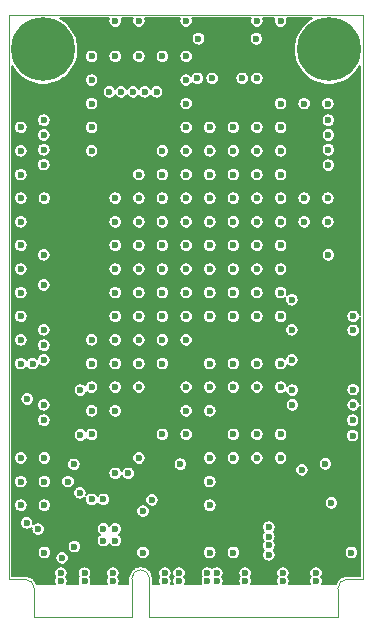
<source format=gbr>
G04 #@! TF.GenerationSoftware,KiCad,Pcbnew,(5.1.6)-1*
G04 #@! TF.CreationDate,2020-07-22T16:01:37+02:00*
G04 #@! TF.ProjectId,BRD-00008-X01,4252442d-3030-4303-9038-2d5830312e6b,X01*
G04 #@! TF.SameCoordinates,Original*
G04 #@! TF.FileFunction,Copper,L3,Inr*
G04 #@! TF.FilePolarity,Positive*
%FSLAX46Y46*%
G04 Gerber Fmt 4.6, Leading zero omitted, Abs format (unit mm)*
G04 Created by KiCad (PCBNEW (5.1.6)-1) date 2020-07-22 16:01:37*
%MOMM*%
%LPD*%
G01*
G04 APERTURE LIST*
G04 #@! TA.AperFunction,Profile*
%ADD10C,0.010000*%
G04 #@! TD*
G04 #@! TA.AperFunction,ViaPad*
%ADD11C,0.600000*%
G04 #@! TD*
G04 #@! TA.AperFunction,ViaPad*
%ADD12C,5.400000*%
G04 #@! TD*
G04 #@! TA.AperFunction,Conductor*
%ADD13C,0.150000*%
G04 #@! TD*
G04 APERTURE END LIST*
D10*
X135650000Y-130450000D02*
X135650000Y-128050000D01*
X135650000Y-130450000D02*
X143900000Y-130450000D01*
X143900000Y-130450000D02*
X143900000Y-127200000D01*
X145400000Y-130450000D02*
X145400000Y-127200000D01*
X163500000Y-127250000D02*
X163500000Y-79500000D01*
X162150000Y-127250000D02*
X163500000Y-127250000D01*
X145400000Y-130450000D02*
X161350000Y-130450000D01*
X161350000Y-130450000D02*
X161350000Y-128050000D01*
X162150000Y-127250000D02*
G75*
G03*
X161350000Y-128050000I0J-800000D01*
G01*
X144650000Y-126450000D02*
G75*
G03*
X143900000Y-127200000I0J-750000D01*
G01*
X145400000Y-127200000D02*
G75*
G03*
X144650000Y-126450000I-750000J0D01*
G01*
X135650000Y-128050000D02*
G75*
G03*
X134850000Y-127250000I-800000J0D01*
G01*
X133500000Y-127250000D02*
X134850000Y-127250000D01*
X133500000Y-79500000D02*
X133500000Y-127250000D01*
X133500000Y-79500000D02*
X163500000Y-79500000D01*
D11*
X142500000Y-124000000D03*
X142500000Y-123000000D03*
X141500000Y-123000000D03*
X141500000Y-124000000D03*
D12*
X136400000Y-82400000D03*
D11*
X136400000Y-80390000D03*
X134980000Y-80980000D03*
X134390000Y-82400000D03*
X134980000Y-83820000D03*
X136400000Y-84410000D03*
X137820000Y-83820000D03*
X138410000Y-82400000D03*
X137820000Y-80980000D03*
D12*
X160600000Y-82400000D03*
D11*
X160600000Y-80390000D03*
X159180000Y-80980000D03*
X158590000Y-82400000D03*
X159180000Y-83820000D03*
X160600000Y-84410000D03*
X162020000Y-83820000D03*
X162610000Y-82400000D03*
X162020000Y-80980000D03*
X134500000Y-103000000D03*
X153500000Y-126750000D03*
X153500000Y-127450000D03*
X150300000Y-127450000D03*
X153250000Y-84850000D03*
X154500000Y-84850000D03*
X149450000Y-84850000D03*
X160550000Y-88400000D03*
X160550000Y-89650000D03*
X160550000Y-90900000D03*
X136450000Y-88400000D03*
X136450000Y-89650000D03*
X136450000Y-90900000D03*
X136450000Y-92150000D03*
X136450000Y-99800000D03*
X136450000Y-102350000D03*
X160550000Y-99800000D03*
X157450000Y-103600000D03*
X157450000Y-106150000D03*
X157450000Y-108700000D03*
X157500000Y-112500000D03*
X139900000Y-127450000D03*
X142300000Y-127450000D03*
X147900000Y-127450000D03*
X151100000Y-127450000D03*
X156700000Y-127450000D03*
X137900000Y-127450000D03*
X146700000Y-127450000D03*
X159500000Y-127450000D03*
X156700000Y-126750000D03*
X159500000Y-126750000D03*
X151100000Y-126750000D03*
X150300000Y-126750000D03*
X147900000Y-126750000D03*
X146700000Y-126750000D03*
X137900000Y-126750000D03*
X139900000Y-126750000D03*
X142300000Y-126750000D03*
X162600000Y-113800000D03*
X162600000Y-115100000D03*
X160300000Y-117500000D03*
X150700000Y-84850000D03*
X154450000Y-81500000D03*
X149550000Y-81500000D03*
X160550000Y-92200000D03*
X142000000Y-86000000D03*
X139550000Y-111250000D03*
X157500000Y-111250000D03*
X162650000Y-105000000D03*
X142500000Y-118300000D03*
X143600000Y-118300000D03*
X145600000Y-120550000D03*
X139550000Y-115050000D03*
X155500000Y-124395003D03*
X155500000Y-125200000D03*
X160800000Y-120800000D03*
X144850000Y-125000000D03*
X144850000Y-121500000D03*
X158300000Y-118000000D03*
X134500000Y-91000000D03*
X148500000Y-80000000D03*
X148500000Y-105000000D03*
X134500000Y-105000000D03*
X134500000Y-93000000D03*
X134500000Y-107000000D03*
X156500000Y-80000000D03*
X154500000Y-80000000D03*
X142500000Y-80000000D03*
X144500000Y-80000000D03*
X134500000Y-101000000D03*
X134500000Y-99000000D03*
X134500000Y-97000000D03*
X146500000Y-105000000D03*
X144500000Y-105000000D03*
X142500000Y-105000000D03*
X134500000Y-95000000D03*
X134500000Y-89000000D03*
X134500000Y-117000000D03*
X134500000Y-119000000D03*
X134500000Y-121000000D03*
X136500000Y-117000000D03*
X136500000Y-119000000D03*
X136500000Y-121000000D03*
X138500000Y-119000000D03*
X136500000Y-125000000D03*
X150500000Y-105000000D03*
X152500000Y-105000000D03*
X154500000Y-105000000D03*
X156500000Y-105000000D03*
X148500000Y-107000000D03*
X146500000Y-107000000D03*
X144500000Y-107000000D03*
X142500000Y-107000000D03*
X140500000Y-107000000D03*
X140500000Y-109000000D03*
X140500000Y-111000000D03*
X142500000Y-111000000D03*
X142500000Y-109000000D03*
X144500000Y-109000000D03*
X146500000Y-109000000D03*
X150500000Y-109000000D03*
X152500000Y-109000000D03*
X154500000Y-109000000D03*
X156500000Y-109000000D03*
X156500000Y-111000000D03*
X154500000Y-111000000D03*
X152500000Y-111000000D03*
X150500000Y-111000000D03*
X148500000Y-111000000D03*
X144500000Y-111000000D03*
X140500000Y-113000000D03*
X142500000Y-113000000D03*
X140500000Y-115000000D03*
X148500000Y-113000000D03*
X150500000Y-113000000D03*
X152500000Y-115000000D03*
X154500000Y-115000000D03*
X156500000Y-115000000D03*
X156500000Y-117000000D03*
X154500000Y-117000000D03*
X152500000Y-117000000D03*
X150500000Y-117000000D03*
X144500000Y-117000000D03*
X148500000Y-115000000D03*
X146500000Y-115000000D03*
X150500000Y-119000000D03*
X150500000Y-121000000D03*
X150500000Y-125000000D03*
X152500000Y-125000000D03*
X162500000Y-125000000D03*
X148500000Y-103000000D03*
X146500000Y-103000000D03*
X144500000Y-103000000D03*
X142500000Y-103000000D03*
X142500000Y-97000000D03*
X142500000Y-95000000D03*
X144500000Y-95000000D03*
X144500000Y-93000000D03*
X146500000Y-93000000D03*
X146500000Y-91000000D03*
X148500000Y-91000000D03*
X148500000Y-89000000D03*
X136500000Y-95000000D03*
X140500000Y-89000000D03*
X140500000Y-91000000D03*
X140500000Y-87000000D03*
X140500000Y-85000000D03*
X140500000Y-83000000D03*
X142500000Y-83000000D03*
X144500000Y-83000000D03*
X146500000Y-83000000D03*
X148500000Y-83000000D03*
X148500000Y-87000000D03*
X148500000Y-85000000D03*
X150500000Y-89000000D03*
X152500000Y-89000000D03*
X154500000Y-89000000D03*
X156500000Y-89000000D03*
X156500000Y-87000000D03*
X158500000Y-87000000D03*
X160500000Y-87000000D03*
X150500000Y-91000000D03*
X152500000Y-91000000D03*
X154500000Y-91000000D03*
X156500000Y-91000000D03*
X148500000Y-93000000D03*
X150500000Y-93000000D03*
X152500000Y-93000000D03*
X154500000Y-93000000D03*
X156500000Y-93000000D03*
X146500000Y-95000000D03*
X148500000Y-95000000D03*
X150500000Y-95000000D03*
X152500000Y-95000000D03*
X154500000Y-95000000D03*
X156500000Y-95000000D03*
X158500000Y-95000000D03*
X160500000Y-95000000D03*
X160500000Y-97000000D03*
X158500000Y-97000000D03*
X156500000Y-97000000D03*
X154500000Y-97000000D03*
X152500000Y-97000000D03*
X150500000Y-97000000D03*
X148500000Y-97000000D03*
X146500000Y-97000000D03*
X144500000Y-97000000D03*
X142500000Y-99000000D03*
X142500000Y-101000000D03*
X144500000Y-101000000D03*
X144500000Y-99000000D03*
X146500000Y-99000000D03*
X146500000Y-101000000D03*
X148500000Y-99000000D03*
X148500000Y-101000000D03*
X150500000Y-99000000D03*
X150500000Y-101000000D03*
X150500000Y-103000000D03*
X152500000Y-103000000D03*
X154500000Y-103000000D03*
X156500000Y-103000000D03*
X156500000Y-101000000D03*
X156500000Y-99000000D03*
X152500000Y-99000000D03*
X154500000Y-99000000D03*
X154500000Y-101000000D03*
X152500000Y-101000000D03*
X155100000Y-127450000D03*
X155100000Y-126750000D03*
X137100000Y-127450000D03*
X149100000Y-127450000D03*
X160300000Y-127450000D03*
X160300000Y-126750000D03*
X149100000Y-126750000D03*
X137100000Y-126750000D03*
X162650000Y-110000000D03*
X146600000Y-120550000D03*
X160300000Y-119400000D03*
X159800000Y-119000000D03*
X153500000Y-118000000D03*
X154500000Y-118000000D03*
X152500000Y-118000000D03*
X151500000Y-118000000D03*
X155500000Y-118000000D03*
X160300000Y-118600000D03*
X136450000Y-106150000D03*
X144000000Y-86000000D03*
X136450000Y-107450000D03*
X145000000Y-86000000D03*
X136450000Y-108700000D03*
X146000000Y-86000000D03*
X155500000Y-123645000D03*
X155500000Y-122855000D03*
X148021232Y-117521232D03*
X134500000Y-109000000D03*
X138991415Y-117541415D03*
X162650000Y-112500000D03*
X143000000Y-86000000D03*
X135500000Y-109000000D03*
X135975000Y-123025000D03*
X136450000Y-112500000D03*
X136450000Y-113800000D03*
X138000000Y-125450000D03*
X162650000Y-111200000D03*
X141500000Y-120500000D03*
X162650000Y-106200000D03*
X140500000Y-120500000D03*
X139050000Y-124500000D03*
X139500000Y-119950000D03*
X135000000Y-122495038D03*
X135050000Y-112000000D03*
D13*
G36*
X141947097Y-79832279D02*
G01*
X141925000Y-79943367D01*
X141925000Y-80056633D01*
X141947097Y-80167721D01*
X141990442Y-80272365D01*
X142053368Y-80366541D01*
X142133459Y-80446632D01*
X142227635Y-80509558D01*
X142332279Y-80552903D01*
X142443367Y-80575000D01*
X142556633Y-80575000D01*
X142667721Y-80552903D01*
X142772365Y-80509558D01*
X142866541Y-80446632D01*
X142946632Y-80366541D01*
X143009558Y-80272365D01*
X143052903Y-80167721D01*
X143075000Y-80056633D01*
X143075000Y-79943367D01*
X143052903Y-79832279D01*
X143031248Y-79780000D01*
X143968752Y-79780000D01*
X143947097Y-79832279D01*
X143925000Y-79943367D01*
X143925000Y-80056633D01*
X143947097Y-80167721D01*
X143990442Y-80272365D01*
X144053368Y-80366541D01*
X144133459Y-80446632D01*
X144227635Y-80509558D01*
X144332279Y-80552903D01*
X144443367Y-80575000D01*
X144556633Y-80575000D01*
X144667721Y-80552903D01*
X144772365Y-80509558D01*
X144866541Y-80446632D01*
X144946632Y-80366541D01*
X145009558Y-80272365D01*
X145052903Y-80167721D01*
X145075000Y-80056633D01*
X145075000Y-79943367D01*
X145052903Y-79832279D01*
X145031248Y-79780000D01*
X147968752Y-79780000D01*
X147947097Y-79832279D01*
X147925000Y-79943367D01*
X147925000Y-80056633D01*
X147947097Y-80167721D01*
X147990442Y-80272365D01*
X148053368Y-80366541D01*
X148133459Y-80446632D01*
X148227635Y-80509558D01*
X148332279Y-80552903D01*
X148443367Y-80575000D01*
X148556633Y-80575000D01*
X148667721Y-80552903D01*
X148772365Y-80509558D01*
X148866541Y-80446632D01*
X148946632Y-80366541D01*
X149009558Y-80272365D01*
X149052903Y-80167721D01*
X149075000Y-80056633D01*
X149075000Y-79943367D01*
X149052903Y-79832279D01*
X149031248Y-79780000D01*
X153968752Y-79780000D01*
X153947097Y-79832279D01*
X153925000Y-79943367D01*
X153925000Y-80056633D01*
X153947097Y-80167721D01*
X153990442Y-80272365D01*
X154053368Y-80366541D01*
X154133459Y-80446632D01*
X154227635Y-80509558D01*
X154332279Y-80552903D01*
X154443367Y-80575000D01*
X154556633Y-80575000D01*
X154667721Y-80552903D01*
X154772365Y-80509558D01*
X154866541Y-80446632D01*
X154946632Y-80366541D01*
X155009558Y-80272365D01*
X155052903Y-80167721D01*
X155075000Y-80056633D01*
X155075000Y-79943367D01*
X155052903Y-79832279D01*
X155031248Y-79780000D01*
X155968752Y-79780000D01*
X155947097Y-79832279D01*
X155925000Y-79943367D01*
X155925000Y-80056633D01*
X155947097Y-80167721D01*
X155990442Y-80272365D01*
X156053368Y-80366541D01*
X156133459Y-80446632D01*
X156227635Y-80509558D01*
X156332279Y-80552903D01*
X156443367Y-80575000D01*
X156556633Y-80575000D01*
X156667721Y-80552903D01*
X156772365Y-80509558D01*
X156866541Y-80446632D01*
X156946632Y-80366541D01*
X157009558Y-80272365D01*
X157052903Y-80167721D01*
X157075000Y-80056633D01*
X157075000Y-79943367D01*
X157052903Y-79832279D01*
X157031248Y-79780000D01*
X159166248Y-79780000D01*
X158703548Y-80089166D01*
X158289166Y-80503548D01*
X157963589Y-80990809D01*
X157739327Y-81532224D01*
X157625000Y-82106988D01*
X157625000Y-82693012D01*
X157739327Y-83267776D01*
X157963589Y-83809191D01*
X158289166Y-84296452D01*
X158703548Y-84710834D01*
X159190809Y-85036411D01*
X159732224Y-85260673D01*
X160306988Y-85375000D01*
X160893012Y-85375000D01*
X161467776Y-85260673D01*
X162009191Y-85036411D01*
X162496452Y-84710834D01*
X162910834Y-84296452D01*
X163220001Y-83833750D01*
X163220000Y-104918233D01*
X163202903Y-104832279D01*
X163159558Y-104727635D01*
X163096632Y-104633459D01*
X163016541Y-104553368D01*
X162922365Y-104490442D01*
X162817721Y-104447097D01*
X162706633Y-104425000D01*
X162593367Y-104425000D01*
X162482279Y-104447097D01*
X162377635Y-104490442D01*
X162283459Y-104553368D01*
X162203368Y-104633459D01*
X162140442Y-104727635D01*
X162097097Y-104832279D01*
X162075000Y-104943367D01*
X162075000Y-105056633D01*
X162097097Y-105167721D01*
X162140442Y-105272365D01*
X162203368Y-105366541D01*
X162283459Y-105446632D01*
X162377635Y-105509558D01*
X162482279Y-105552903D01*
X162593367Y-105575000D01*
X162706633Y-105575000D01*
X162817721Y-105552903D01*
X162922365Y-105509558D01*
X163016541Y-105446632D01*
X163096632Y-105366541D01*
X163159558Y-105272365D01*
X163202903Y-105167721D01*
X163220000Y-105081767D01*
X163220000Y-106118233D01*
X163202903Y-106032279D01*
X163159558Y-105927635D01*
X163096632Y-105833459D01*
X163016541Y-105753368D01*
X162922365Y-105690442D01*
X162817721Y-105647097D01*
X162706633Y-105625000D01*
X162593367Y-105625000D01*
X162482279Y-105647097D01*
X162377635Y-105690442D01*
X162283459Y-105753368D01*
X162203368Y-105833459D01*
X162140442Y-105927635D01*
X162097097Y-106032279D01*
X162075000Y-106143367D01*
X162075000Y-106256633D01*
X162097097Y-106367721D01*
X162140442Y-106472365D01*
X162203368Y-106566541D01*
X162283459Y-106646632D01*
X162377635Y-106709558D01*
X162482279Y-106752903D01*
X162593367Y-106775000D01*
X162706633Y-106775000D01*
X162817721Y-106752903D01*
X162922365Y-106709558D01*
X163016541Y-106646632D01*
X163096632Y-106566541D01*
X163159558Y-106472365D01*
X163202903Y-106367721D01*
X163220000Y-106281767D01*
X163220000Y-111118232D01*
X163202903Y-111032279D01*
X163159558Y-110927635D01*
X163096632Y-110833459D01*
X163016541Y-110753368D01*
X162922365Y-110690442D01*
X162817721Y-110647097D01*
X162706633Y-110625000D01*
X162593367Y-110625000D01*
X162482279Y-110647097D01*
X162377635Y-110690442D01*
X162283459Y-110753368D01*
X162203368Y-110833459D01*
X162140442Y-110927635D01*
X162097097Y-111032279D01*
X162075000Y-111143367D01*
X162075000Y-111256633D01*
X162097097Y-111367721D01*
X162140442Y-111472365D01*
X162203368Y-111566541D01*
X162283459Y-111646632D01*
X162377635Y-111709558D01*
X162482279Y-111752903D01*
X162593367Y-111775000D01*
X162706633Y-111775000D01*
X162817721Y-111752903D01*
X162922365Y-111709558D01*
X163016541Y-111646632D01*
X163096632Y-111566541D01*
X163159558Y-111472365D01*
X163202903Y-111367721D01*
X163220000Y-111281768D01*
X163220000Y-112418232D01*
X163202903Y-112332279D01*
X163159558Y-112227635D01*
X163096632Y-112133459D01*
X163016541Y-112053368D01*
X162922365Y-111990442D01*
X162817721Y-111947097D01*
X162706633Y-111925000D01*
X162593367Y-111925000D01*
X162482279Y-111947097D01*
X162377635Y-111990442D01*
X162283459Y-112053368D01*
X162203368Y-112133459D01*
X162140442Y-112227635D01*
X162097097Y-112332279D01*
X162075000Y-112443367D01*
X162075000Y-112556633D01*
X162097097Y-112667721D01*
X162140442Y-112772365D01*
X162203368Y-112866541D01*
X162283459Y-112946632D01*
X162377635Y-113009558D01*
X162482279Y-113052903D01*
X162593367Y-113075000D01*
X162706633Y-113075000D01*
X162817721Y-113052903D01*
X162922365Y-113009558D01*
X163016541Y-112946632D01*
X163096632Y-112866541D01*
X163159558Y-112772365D01*
X163202903Y-112667721D01*
X163220000Y-112581768D01*
X163220000Y-126970000D01*
X162136252Y-126970000D01*
X162124010Y-126971206D01*
X162119036Y-126971171D01*
X162115145Y-126971553D01*
X161959869Y-126987874D01*
X161934998Y-126992980D01*
X161910083Y-126997732D01*
X161906340Y-126998862D01*
X161757191Y-127045031D01*
X161733801Y-127054863D01*
X161710264Y-127064372D01*
X161706818Y-127066205D01*
X161706814Y-127066207D01*
X161706813Y-127066208D01*
X161569471Y-127140469D01*
X161548484Y-127154625D01*
X161527196Y-127168555D01*
X161524167Y-127171026D01*
X161403865Y-127270549D01*
X161385990Y-127288549D01*
X161367850Y-127306313D01*
X161365358Y-127309325D01*
X161266678Y-127430319D01*
X161252633Y-127451460D01*
X161238297Y-127472396D01*
X161236438Y-127475835D01*
X161163138Y-127613692D01*
X161153478Y-127637129D01*
X161143469Y-127660481D01*
X161142313Y-127664215D01*
X161139057Y-127675000D01*
X160029177Y-127675000D01*
X160052903Y-127617721D01*
X160075000Y-127506633D01*
X160075000Y-127393367D01*
X160052903Y-127282279D01*
X160009558Y-127177635D01*
X159957684Y-127100000D01*
X160009558Y-127022365D01*
X160052903Y-126917721D01*
X160075000Y-126806633D01*
X160075000Y-126693367D01*
X160052903Y-126582279D01*
X160009558Y-126477635D01*
X159946632Y-126383459D01*
X159866541Y-126303368D01*
X159772365Y-126240442D01*
X159667721Y-126197097D01*
X159556633Y-126175000D01*
X159443367Y-126175000D01*
X159332279Y-126197097D01*
X159227635Y-126240442D01*
X159133459Y-126303368D01*
X159053368Y-126383459D01*
X158990442Y-126477635D01*
X158947097Y-126582279D01*
X158925000Y-126693367D01*
X158925000Y-126806633D01*
X158947097Y-126917721D01*
X158990442Y-127022365D01*
X159042316Y-127100000D01*
X158990442Y-127177635D01*
X158947097Y-127282279D01*
X158925000Y-127393367D01*
X158925000Y-127506633D01*
X158947097Y-127617721D01*
X158970823Y-127675000D01*
X157229177Y-127675000D01*
X157252903Y-127617721D01*
X157275000Y-127506633D01*
X157275000Y-127393367D01*
X157252903Y-127282279D01*
X157209558Y-127177635D01*
X157157684Y-127100000D01*
X157209558Y-127022365D01*
X157252903Y-126917721D01*
X157275000Y-126806633D01*
X157275000Y-126693367D01*
X157252903Y-126582279D01*
X157209558Y-126477635D01*
X157146632Y-126383459D01*
X157066541Y-126303368D01*
X156972365Y-126240442D01*
X156867721Y-126197097D01*
X156756633Y-126175000D01*
X156643367Y-126175000D01*
X156532279Y-126197097D01*
X156427635Y-126240442D01*
X156333459Y-126303368D01*
X156253368Y-126383459D01*
X156190442Y-126477635D01*
X156147097Y-126582279D01*
X156125000Y-126693367D01*
X156125000Y-126806633D01*
X156147097Y-126917721D01*
X156190442Y-127022365D01*
X156242316Y-127100000D01*
X156190442Y-127177635D01*
X156147097Y-127282279D01*
X156125000Y-127393367D01*
X156125000Y-127506633D01*
X156147097Y-127617721D01*
X156170823Y-127675000D01*
X154029177Y-127675000D01*
X154052903Y-127617721D01*
X154075000Y-127506633D01*
X154075000Y-127393367D01*
X154052903Y-127282279D01*
X154009558Y-127177635D01*
X153957684Y-127100000D01*
X154009558Y-127022365D01*
X154052903Y-126917721D01*
X154075000Y-126806633D01*
X154075000Y-126693367D01*
X154052903Y-126582279D01*
X154009558Y-126477635D01*
X153946632Y-126383459D01*
X153866541Y-126303368D01*
X153772365Y-126240442D01*
X153667721Y-126197097D01*
X153556633Y-126175000D01*
X153443367Y-126175000D01*
X153332279Y-126197097D01*
X153227635Y-126240442D01*
X153133459Y-126303368D01*
X153053368Y-126383459D01*
X152990442Y-126477635D01*
X152947097Y-126582279D01*
X152925000Y-126693367D01*
X152925000Y-126806633D01*
X152947097Y-126917721D01*
X152990442Y-127022365D01*
X153042316Y-127100000D01*
X152990442Y-127177635D01*
X152947097Y-127282279D01*
X152925000Y-127393367D01*
X152925000Y-127506633D01*
X152947097Y-127617721D01*
X152970823Y-127675000D01*
X151629177Y-127675000D01*
X151652903Y-127617721D01*
X151675000Y-127506633D01*
X151675000Y-127393367D01*
X151652903Y-127282279D01*
X151609558Y-127177635D01*
X151557684Y-127100000D01*
X151609558Y-127022365D01*
X151652903Y-126917721D01*
X151675000Y-126806633D01*
X151675000Y-126693367D01*
X151652903Y-126582279D01*
X151609558Y-126477635D01*
X151546632Y-126383459D01*
X151466541Y-126303368D01*
X151372365Y-126240442D01*
X151267721Y-126197097D01*
X151156633Y-126175000D01*
X151043367Y-126175000D01*
X150932279Y-126197097D01*
X150827635Y-126240442D01*
X150733459Y-126303368D01*
X150700000Y-126336827D01*
X150666541Y-126303368D01*
X150572365Y-126240442D01*
X150467721Y-126197097D01*
X150356633Y-126175000D01*
X150243367Y-126175000D01*
X150132279Y-126197097D01*
X150027635Y-126240442D01*
X149933459Y-126303368D01*
X149853368Y-126383459D01*
X149790442Y-126477635D01*
X149747097Y-126582279D01*
X149725000Y-126693367D01*
X149725000Y-126806633D01*
X149747097Y-126917721D01*
X149790442Y-127022365D01*
X149842316Y-127100000D01*
X149790442Y-127177635D01*
X149747097Y-127282279D01*
X149725000Y-127393367D01*
X149725000Y-127506633D01*
X149747097Y-127617721D01*
X149770823Y-127675000D01*
X148429177Y-127675000D01*
X148452903Y-127617721D01*
X148475000Y-127506633D01*
X148475000Y-127393367D01*
X148452903Y-127282279D01*
X148409558Y-127177635D01*
X148357684Y-127100000D01*
X148409558Y-127022365D01*
X148452903Y-126917721D01*
X148475000Y-126806633D01*
X148475000Y-126693367D01*
X148452903Y-126582279D01*
X148409558Y-126477635D01*
X148346632Y-126383459D01*
X148266541Y-126303368D01*
X148172365Y-126240442D01*
X148067721Y-126197097D01*
X147956633Y-126175000D01*
X147843367Y-126175000D01*
X147732279Y-126197097D01*
X147627635Y-126240442D01*
X147533459Y-126303368D01*
X147453368Y-126383459D01*
X147390442Y-126477635D01*
X147347097Y-126582279D01*
X147325000Y-126693367D01*
X147325000Y-126806633D01*
X147347097Y-126917721D01*
X147390442Y-127022365D01*
X147442316Y-127100000D01*
X147390442Y-127177635D01*
X147347097Y-127282279D01*
X147325000Y-127393367D01*
X147325000Y-127506633D01*
X147347097Y-127617721D01*
X147370823Y-127675000D01*
X147229177Y-127675000D01*
X147252903Y-127617721D01*
X147275000Y-127506633D01*
X147275000Y-127393367D01*
X147252903Y-127282279D01*
X147209558Y-127177635D01*
X147157684Y-127100000D01*
X147209558Y-127022365D01*
X147252903Y-126917721D01*
X147275000Y-126806633D01*
X147275000Y-126693367D01*
X147252903Y-126582279D01*
X147209558Y-126477635D01*
X147146632Y-126383459D01*
X147066541Y-126303368D01*
X146972365Y-126240442D01*
X146867721Y-126197097D01*
X146756633Y-126175000D01*
X146643367Y-126175000D01*
X146532279Y-126197097D01*
X146427635Y-126240442D01*
X146333459Y-126303368D01*
X146253368Y-126383459D01*
X146190442Y-126477635D01*
X146147097Y-126582279D01*
X146125000Y-126693367D01*
X146125000Y-126806633D01*
X146147097Y-126917721D01*
X146190442Y-127022365D01*
X146242316Y-127100000D01*
X146190442Y-127177635D01*
X146147097Y-127282279D01*
X146125000Y-127393367D01*
X146125000Y-127506633D01*
X146147097Y-127617721D01*
X146170823Y-127675000D01*
X145680000Y-127675000D01*
X145680000Y-127186252D01*
X145678797Y-127174042D01*
X145678830Y-127169385D01*
X145678448Y-127165495D01*
X145663147Y-127019923D01*
X145658044Y-126995065D01*
X145653289Y-126970136D01*
X145652159Y-126966394D01*
X145608875Y-126826565D01*
X145599039Y-126803166D01*
X145589534Y-126779640D01*
X145587699Y-126776188D01*
X145518080Y-126647431D01*
X145503895Y-126626402D01*
X145489993Y-126605156D01*
X145487522Y-126602127D01*
X145394220Y-126489344D01*
X145376220Y-126471469D01*
X145358456Y-126453329D01*
X145355444Y-126450837D01*
X145242012Y-126358325D01*
X145220916Y-126344309D01*
X145199936Y-126329943D01*
X145196497Y-126328084D01*
X145067256Y-126259365D01*
X145043779Y-126249689D01*
X145020465Y-126239696D01*
X145016730Y-126238540D01*
X144876603Y-126196234D01*
X144851703Y-126191304D01*
X144826888Y-126186029D01*
X144823000Y-126185620D01*
X144677324Y-126171336D01*
X144665101Y-126171336D01*
X144652946Y-126170015D01*
X144649037Y-126170002D01*
X144643801Y-126170020D01*
X144631631Y-126171256D01*
X144619385Y-126171170D01*
X144615495Y-126171552D01*
X144469923Y-126186853D01*
X144445065Y-126191956D01*
X144420136Y-126196711D01*
X144416394Y-126197841D01*
X144276565Y-126241125D01*
X144253166Y-126250961D01*
X144229640Y-126260466D01*
X144226188Y-126262301D01*
X144097431Y-126331920D01*
X144076402Y-126346105D01*
X144055156Y-126360007D01*
X144052127Y-126362478D01*
X143939344Y-126455780D01*
X143921469Y-126473780D01*
X143903329Y-126491544D01*
X143900837Y-126494556D01*
X143808325Y-126607988D01*
X143794309Y-126629084D01*
X143779943Y-126650064D01*
X143778084Y-126653503D01*
X143709365Y-126782744D01*
X143699689Y-126806221D01*
X143689696Y-126829535D01*
X143688540Y-126833270D01*
X143646234Y-126973397D01*
X143641304Y-126998297D01*
X143636029Y-127023112D01*
X143635620Y-127027000D01*
X143621336Y-127172676D01*
X143621336Y-127172697D01*
X143620001Y-127186252D01*
X143620001Y-127675000D01*
X142829177Y-127675000D01*
X142852903Y-127617721D01*
X142875000Y-127506633D01*
X142875000Y-127393367D01*
X142852903Y-127282279D01*
X142809558Y-127177635D01*
X142757684Y-127100000D01*
X142809558Y-127022365D01*
X142852903Y-126917721D01*
X142875000Y-126806633D01*
X142875000Y-126693367D01*
X142852903Y-126582279D01*
X142809558Y-126477635D01*
X142746632Y-126383459D01*
X142666541Y-126303368D01*
X142572365Y-126240442D01*
X142467721Y-126197097D01*
X142356633Y-126175000D01*
X142243367Y-126175000D01*
X142132279Y-126197097D01*
X142027635Y-126240442D01*
X141933459Y-126303368D01*
X141853368Y-126383459D01*
X141790442Y-126477635D01*
X141747097Y-126582279D01*
X141725000Y-126693367D01*
X141725000Y-126806633D01*
X141747097Y-126917721D01*
X141790442Y-127022365D01*
X141842316Y-127100000D01*
X141790442Y-127177635D01*
X141747097Y-127282279D01*
X141725000Y-127393367D01*
X141725000Y-127506633D01*
X141747097Y-127617721D01*
X141770823Y-127675000D01*
X140429177Y-127675000D01*
X140452903Y-127617721D01*
X140475000Y-127506633D01*
X140475000Y-127393367D01*
X140452903Y-127282279D01*
X140409558Y-127177635D01*
X140357684Y-127100000D01*
X140409558Y-127022365D01*
X140452903Y-126917721D01*
X140475000Y-126806633D01*
X140475000Y-126693367D01*
X140452903Y-126582279D01*
X140409558Y-126477635D01*
X140346632Y-126383459D01*
X140266541Y-126303368D01*
X140172365Y-126240442D01*
X140067721Y-126197097D01*
X139956633Y-126175000D01*
X139843367Y-126175000D01*
X139732279Y-126197097D01*
X139627635Y-126240442D01*
X139533459Y-126303368D01*
X139453368Y-126383459D01*
X139390442Y-126477635D01*
X139347097Y-126582279D01*
X139325000Y-126693367D01*
X139325000Y-126806633D01*
X139347097Y-126917721D01*
X139390442Y-127022365D01*
X139442316Y-127100000D01*
X139390442Y-127177635D01*
X139347097Y-127282279D01*
X139325000Y-127393367D01*
X139325000Y-127506633D01*
X139347097Y-127617721D01*
X139370823Y-127675000D01*
X138429177Y-127675000D01*
X138452903Y-127617721D01*
X138475000Y-127506633D01*
X138475000Y-127393367D01*
X138452903Y-127282279D01*
X138409558Y-127177635D01*
X138357684Y-127100000D01*
X138409558Y-127022365D01*
X138452903Y-126917721D01*
X138475000Y-126806633D01*
X138475000Y-126693367D01*
X138452903Y-126582279D01*
X138409558Y-126477635D01*
X138346632Y-126383459D01*
X138266541Y-126303368D01*
X138172365Y-126240442D01*
X138067721Y-126197097D01*
X137956633Y-126175000D01*
X137843367Y-126175000D01*
X137732279Y-126197097D01*
X137627635Y-126240442D01*
X137533459Y-126303368D01*
X137453368Y-126383459D01*
X137390442Y-126477635D01*
X137347097Y-126582279D01*
X137325000Y-126693367D01*
X137325000Y-126806633D01*
X137347097Y-126917721D01*
X137390442Y-127022365D01*
X137442316Y-127100000D01*
X137390442Y-127177635D01*
X137347097Y-127282279D01*
X137325000Y-127393367D01*
X137325000Y-127506633D01*
X137347097Y-127617721D01*
X137370823Y-127675000D01*
X135860482Y-127675000D01*
X135854969Y-127657191D01*
X135845137Y-127633801D01*
X135835628Y-127610264D01*
X135833792Y-127606813D01*
X135759531Y-127469471D01*
X135745375Y-127448484D01*
X135731445Y-127427196D01*
X135728974Y-127424167D01*
X135629451Y-127303865D01*
X135611451Y-127285990D01*
X135593687Y-127267850D01*
X135590675Y-127265358D01*
X135469681Y-127166678D01*
X135448540Y-127152633D01*
X135427604Y-127138297D01*
X135424165Y-127136438D01*
X135286308Y-127063138D01*
X135262871Y-127053478D01*
X135239519Y-127043469D01*
X135235785Y-127042313D01*
X135086315Y-126997186D01*
X135061418Y-126992257D01*
X135036598Y-126986981D01*
X135032710Y-126986572D01*
X134877324Y-126971336D01*
X134877313Y-126971336D01*
X134863748Y-126970000D01*
X133780000Y-126970000D01*
X133780000Y-124943367D01*
X135925000Y-124943367D01*
X135925000Y-125056633D01*
X135947097Y-125167721D01*
X135990442Y-125272365D01*
X136053368Y-125366541D01*
X136133459Y-125446632D01*
X136227635Y-125509558D01*
X136332279Y-125552903D01*
X136443367Y-125575000D01*
X136556633Y-125575000D01*
X136667721Y-125552903D01*
X136772365Y-125509558D01*
X136866541Y-125446632D01*
X136919806Y-125393367D01*
X137425000Y-125393367D01*
X137425000Y-125506633D01*
X137447097Y-125617721D01*
X137490442Y-125722365D01*
X137553368Y-125816541D01*
X137633459Y-125896632D01*
X137727635Y-125959558D01*
X137832279Y-126002903D01*
X137943367Y-126025000D01*
X138056633Y-126025000D01*
X138167721Y-126002903D01*
X138272365Y-125959558D01*
X138366541Y-125896632D01*
X138446632Y-125816541D01*
X138509558Y-125722365D01*
X138552903Y-125617721D01*
X138575000Y-125506633D01*
X138575000Y-125393367D01*
X138552903Y-125282279D01*
X138509558Y-125177635D01*
X138446632Y-125083459D01*
X138366541Y-125003368D01*
X138272365Y-124940442D01*
X138167721Y-124897097D01*
X138056633Y-124875000D01*
X137943367Y-124875000D01*
X137832279Y-124897097D01*
X137727635Y-124940442D01*
X137633459Y-125003368D01*
X137553368Y-125083459D01*
X137490442Y-125177635D01*
X137447097Y-125282279D01*
X137425000Y-125393367D01*
X136919806Y-125393367D01*
X136946632Y-125366541D01*
X137009558Y-125272365D01*
X137052903Y-125167721D01*
X137075000Y-125056633D01*
X137075000Y-124943367D01*
X137052903Y-124832279D01*
X137009558Y-124727635D01*
X136946632Y-124633459D01*
X136866541Y-124553368D01*
X136772365Y-124490442D01*
X136667721Y-124447097D01*
X136648970Y-124443367D01*
X138475000Y-124443367D01*
X138475000Y-124556633D01*
X138497097Y-124667721D01*
X138540442Y-124772365D01*
X138603368Y-124866541D01*
X138683459Y-124946632D01*
X138777635Y-125009558D01*
X138882279Y-125052903D01*
X138993367Y-125075000D01*
X139106633Y-125075000D01*
X139217721Y-125052903D01*
X139322365Y-125009558D01*
X139416541Y-124946632D01*
X139419806Y-124943367D01*
X144275000Y-124943367D01*
X144275000Y-125056633D01*
X144297097Y-125167721D01*
X144340442Y-125272365D01*
X144403368Y-125366541D01*
X144483459Y-125446632D01*
X144577635Y-125509558D01*
X144682279Y-125552903D01*
X144793367Y-125575000D01*
X144906633Y-125575000D01*
X145017721Y-125552903D01*
X145122365Y-125509558D01*
X145216541Y-125446632D01*
X145296632Y-125366541D01*
X145359558Y-125272365D01*
X145402903Y-125167721D01*
X145425000Y-125056633D01*
X145425000Y-124943367D01*
X149925000Y-124943367D01*
X149925000Y-125056633D01*
X149947097Y-125167721D01*
X149990442Y-125272365D01*
X150053368Y-125366541D01*
X150133459Y-125446632D01*
X150227635Y-125509558D01*
X150332279Y-125552903D01*
X150443367Y-125575000D01*
X150556633Y-125575000D01*
X150667721Y-125552903D01*
X150772365Y-125509558D01*
X150866541Y-125446632D01*
X150946632Y-125366541D01*
X151009558Y-125272365D01*
X151052903Y-125167721D01*
X151075000Y-125056633D01*
X151075000Y-124943367D01*
X151925000Y-124943367D01*
X151925000Y-125056633D01*
X151947097Y-125167721D01*
X151990442Y-125272365D01*
X152053368Y-125366541D01*
X152133459Y-125446632D01*
X152227635Y-125509558D01*
X152332279Y-125552903D01*
X152443367Y-125575000D01*
X152556633Y-125575000D01*
X152667721Y-125552903D01*
X152772365Y-125509558D01*
X152866541Y-125446632D01*
X152946632Y-125366541D01*
X153009558Y-125272365D01*
X153052903Y-125167721D01*
X153075000Y-125056633D01*
X153075000Y-124943367D01*
X153052903Y-124832279D01*
X153009558Y-124727635D01*
X152946632Y-124633459D01*
X152866541Y-124553368D01*
X152772365Y-124490442D01*
X152667721Y-124447097D01*
X152556633Y-124425000D01*
X152443367Y-124425000D01*
X152332279Y-124447097D01*
X152227635Y-124490442D01*
X152133459Y-124553368D01*
X152053368Y-124633459D01*
X151990442Y-124727635D01*
X151947097Y-124832279D01*
X151925000Y-124943367D01*
X151075000Y-124943367D01*
X151052903Y-124832279D01*
X151009558Y-124727635D01*
X150946632Y-124633459D01*
X150866541Y-124553368D01*
X150772365Y-124490442D01*
X150667721Y-124447097D01*
X150556633Y-124425000D01*
X150443367Y-124425000D01*
X150332279Y-124447097D01*
X150227635Y-124490442D01*
X150133459Y-124553368D01*
X150053368Y-124633459D01*
X149990442Y-124727635D01*
X149947097Y-124832279D01*
X149925000Y-124943367D01*
X145425000Y-124943367D01*
X145402903Y-124832279D01*
X145359558Y-124727635D01*
X145296632Y-124633459D01*
X145216541Y-124553368D01*
X145122365Y-124490442D01*
X145017721Y-124447097D01*
X144906633Y-124425000D01*
X144793367Y-124425000D01*
X144682279Y-124447097D01*
X144577635Y-124490442D01*
X144483459Y-124553368D01*
X144403368Y-124633459D01*
X144340442Y-124727635D01*
X144297097Y-124832279D01*
X144275000Y-124943367D01*
X139419806Y-124943367D01*
X139496632Y-124866541D01*
X139559558Y-124772365D01*
X139602903Y-124667721D01*
X139625000Y-124556633D01*
X139625000Y-124443367D01*
X139602903Y-124332279D01*
X139559558Y-124227635D01*
X139496632Y-124133459D01*
X139416541Y-124053368D01*
X139322365Y-123990442D01*
X139217721Y-123947097D01*
X139106633Y-123925000D01*
X138993367Y-123925000D01*
X138882279Y-123947097D01*
X138777635Y-123990442D01*
X138683459Y-124053368D01*
X138603368Y-124133459D01*
X138540442Y-124227635D01*
X138497097Y-124332279D01*
X138475000Y-124443367D01*
X136648970Y-124443367D01*
X136556633Y-124425000D01*
X136443367Y-124425000D01*
X136332279Y-124447097D01*
X136227635Y-124490442D01*
X136133459Y-124553368D01*
X136053368Y-124633459D01*
X135990442Y-124727635D01*
X135947097Y-124832279D01*
X135925000Y-124943367D01*
X133780000Y-124943367D01*
X133780000Y-122438405D01*
X134425000Y-122438405D01*
X134425000Y-122551671D01*
X134447097Y-122662759D01*
X134490442Y-122767403D01*
X134553368Y-122861579D01*
X134633459Y-122941670D01*
X134727635Y-123004596D01*
X134832279Y-123047941D01*
X134943367Y-123070038D01*
X135056633Y-123070038D01*
X135167721Y-123047941D01*
X135272365Y-123004596D01*
X135366541Y-122941670D01*
X135414937Y-122893274D01*
X135400000Y-122968367D01*
X135400000Y-123081633D01*
X135422097Y-123192721D01*
X135465442Y-123297365D01*
X135528368Y-123391541D01*
X135608459Y-123471632D01*
X135702635Y-123534558D01*
X135807279Y-123577903D01*
X135918367Y-123600000D01*
X136031633Y-123600000D01*
X136142721Y-123577903D01*
X136247365Y-123534558D01*
X136341541Y-123471632D01*
X136421632Y-123391541D01*
X136484558Y-123297365D01*
X136527903Y-123192721D01*
X136550000Y-123081633D01*
X136550000Y-122968367D01*
X136545028Y-122943367D01*
X140925000Y-122943367D01*
X140925000Y-123056633D01*
X140947097Y-123167721D01*
X140990442Y-123272365D01*
X141053368Y-123366541D01*
X141133459Y-123446632D01*
X141213330Y-123500000D01*
X141133459Y-123553368D01*
X141053368Y-123633459D01*
X140990442Y-123727635D01*
X140947097Y-123832279D01*
X140925000Y-123943367D01*
X140925000Y-124056633D01*
X140947097Y-124167721D01*
X140990442Y-124272365D01*
X141053368Y-124366541D01*
X141133459Y-124446632D01*
X141227635Y-124509558D01*
X141332279Y-124552903D01*
X141443367Y-124575000D01*
X141556633Y-124575000D01*
X141667721Y-124552903D01*
X141772365Y-124509558D01*
X141866541Y-124446632D01*
X141946632Y-124366541D01*
X142000000Y-124286670D01*
X142053368Y-124366541D01*
X142133459Y-124446632D01*
X142227635Y-124509558D01*
X142332279Y-124552903D01*
X142443367Y-124575000D01*
X142556633Y-124575000D01*
X142667721Y-124552903D01*
X142772365Y-124509558D01*
X142866541Y-124446632D01*
X142946632Y-124366541D01*
X143009558Y-124272365D01*
X143052903Y-124167721D01*
X143075000Y-124056633D01*
X143075000Y-123943367D01*
X143052903Y-123832279D01*
X143009558Y-123727635D01*
X142946632Y-123633459D01*
X142866541Y-123553368D01*
X142786670Y-123500000D01*
X142866541Y-123446632D01*
X142946632Y-123366541D01*
X143009558Y-123272365D01*
X143052903Y-123167721D01*
X143075000Y-123056633D01*
X143075000Y-122943367D01*
X143052903Y-122832279D01*
X143038857Y-122798367D01*
X154925000Y-122798367D01*
X154925000Y-122911633D01*
X154947097Y-123022721D01*
X154990442Y-123127365D01*
X155053368Y-123221541D01*
X155081827Y-123250000D01*
X155053368Y-123278459D01*
X154990442Y-123372635D01*
X154947097Y-123477279D01*
X154925000Y-123588367D01*
X154925000Y-123701633D01*
X154947097Y-123812721D01*
X154990442Y-123917365D01*
X155053368Y-124011541D01*
X155061829Y-124020002D01*
X155053368Y-124028462D01*
X154990442Y-124122638D01*
X154947097Y-124227282D01*
X154925000Y-124338370D01*
X154925000Y-124451636D01*
X154947097Y-124562724D01*
X154990442Y-124667368D01*
X155053368Y-124761544D01*
X155089326Y-124797502D01*
X155053368Y-124833459D01*
X154990442Y-124927635D01*
X154947097Y-125032279D01*
X154925000Y-125143367D01*
X154925000Y-125256633D01*
X154947097Y-125367721D01*
X154990442Y-125472365D01*
X155053368Y-125566541D01*
X155133459Y-125646632D01*
X155227635Y-125709558D01*
X155332279Y-125752903D01*
X155443367Y-125775000D01*
X155556633Y-125775000D01*
X155667721Y-125752903D01*
X155772365Y-125709558D01*
X155866541Y-125646632D01*
X155946632Y-125566541D01*
X156009558Y-125472365D01*
X156052903Y-125367721D01*
X156075000Y-125256633D01*
X156075000Y-125143367D01*
X156052903Y-125032279D01*
X156016075Y-124943367D01*
X161925000Y-124943367D01*
X161925000Y-125056633D01*
X161947097Y-125167721D01*
X161990442Y-125272365D01*
X162053368Y-125366541D01*
X162133459Y-125446632D01*
X162227635Y-125509558D01*
X162332279Y-125552903D01*
X162443367Y-125575000D01*
X162556633Y-125575000D01*
X162667721Y-125552903D01*
X162772365Y-125509558D01*
X162866541Y-125446632D01*
X162946632Y-125366541D01*
X163009558Y-125272365D01*
X163052903Y-125167721D01*
X163075000Y-125056633D01*
X163075000Y-124943367D01*
X163052903Y-124832279D01*
X163009558Y-124727635D01*
X162946632Y-124633459D01*
X162866541Y-124553368D01*
X162772365Y-124490442D01*
X162667721Y-124447097D01*
X162556633Y-124425000D01*
X162443367Y-124425000D01*
X162332279Y-124447097D01*
X162227635Y-124490442D01*
X162133459Y-124553368D01*
X162053368Y-124633459D01*
X161990442Y-124727635D01*
X161947097Y-124832279D01*
X161925000Y-124943367D01*
X156016075Y-124943367D01*
X156009558Y-124927635D01*
X155946632Y-124833459D01*
X155910675Y-124797502D01*
X155946632Y-124761544D01*
X156009558Y-124667368D01*
X156052903Y-124562724D01*
X156075000Y-124451636D01*
X156075000Y-124338370D01*
X156052903Y-124227282D01*
X156009558Y-124122638D01*
X155946632Y-124028462D01*
X155938172Y-124020002D01*
X155946632Y-124011541D01*
X156009558Y-123917365D01*
X156052903Y-123812721D01*
X156075000Y-123701633D01*
X156075000Y-123588367D01*
X156052903Y-123477279D01*
X156009558Y-123372635D01*
X155946632Y-123278459D01*
X155918173Y-123250000D01*
X155946632Y-123221541D01*
X156009558Y-123127365D01*
X156052903Y-123022721D01*
X156075000Y-122911633D01*
X156075000Y-122798367D01*
X156052903Y-122687279D01*
X156009558Y-122582635D01*
X155946632Y-122488459D01*
X155866541Y-122408368D01*
X155772365Y-122345442D01*
X155667721Y-122302097D01*
X155556633Y-122280000D01*
X155443367Y-122280000D01*
X155332279Y-122302097D01*
X155227635Y-122345442D01*
X155133459Y-122408368D01*
X155053368Y-122488459D01*
X154990442Y-122582635D01*
X154947097Y-122687279D01*
X154925000Y-122798367D01*
X143038857Y-122798367D01*
X143009558Y-122727635D01*
X142946632Y-122633459D01*
X142866541Y-122553368D01*
X142772365Y-122490442D01*
X142667721Y-122447097D01*
X142556633Y-122425000D01*
X142443367Y-122425000D01*
X142332279Y-122447097D01*
X142227635Y-122490442D01*
X142133459Y-122553368D01*
X142053368Y-122633459D01*
X142000000Y-122713330D01*
X141946632Y-122633459D01*
X141866541Y-122553368D01*
X141772365Y-122490442D01*
X141667721Y-122447097D01*
X141556633Y-122425000D01*
X141443367Y-122425000D01*
X141332279Y-122447097D01*
X141227635Y-122490442D01*
X141133459Y-122553368D01*
X141053368Y-122633459D01*
X140990442Y-122727635D01*
X140947097Y-122832279D01*
X140925000Y-122943367D01*
X136545028Y-122943367D01*
X136527903Y-122857279D01*
X136484558Y-122752635D01*
X136421632Y-122658459D01*
X136341541Y-122578368D01*
X136247365Y-122515442D01*
X136142721Y-122472097D01*
X136031633Y-122450000D01*
X135918367Y-122450000D01*
X135807279Y-122472097D01*
X135702635Y-122515442D01*
X135608459Y-122578368D01*
X135560063Y-122626764D01*
X135575000Y-122551671D01*
X135575000Y-122438405D01*
X135552903Y-122327317D01*
X135509558Y-122222673D01*
X135446632Y-122128497D01*
X135366541Y-122048406D01*
X135272365Y-121985480D01*
X135167721Y-121942135D01*
X135056633Y-121920038D01*
X134943367Y-121920038D01*
X134832279Y-121942135D01*
X134727635Y-121985480D01*
X134633459Y-122048406D01*
X134553368Y-122128497D01*
X134490442Y-122222673D01*
X134447097Y-122327317D01*
X134425000Y-122438405D01*
X133780000Y-122438405D01*
X133780000Y-120943367D01*
X133925000Y-120943367D01*
X133925000Y-121056633D01*
X133947097Y-121167721D01*
X133990442Y-121272365D01*
X134053368Y-121366541D01*
X134133459Y-121446632D01*
X134227635Y-121509558D01*
X134332279Y-121552903D01*
X134443367Y-121575000D01*
X134556633Y-121575000D01*
X134667721Y-121552903D01*
X134772365Y-121509558D01*
X134866541Y-121446632D01*
X134946632Y-121366541D01*
X135009558Y-121272365D01*
X135052903Y-121167721D01*
X135075000Y-121056633D01*
X135075000Y-120943367D01*
X135925000Y-120943367D01*
X135925000Y-121056633D01*
X135947097Y-121167721D01*
X135990442Y-121272365D01*
X136053368Y-121366541D01*
X136133459Y-121446632D01*
X136227635Y-121509558D01*
X136332279Y-121552903D01*
X136443367Y-121575000D01*
X136556633Y-121575000D01*
X136667721Y-121552903D01*
X136772365Y-121509558D01*
X136866541Y-121446632D01*
X136869806Y-121443367D01*
X144275000Y-121443367D01*
X144275000Y-121556633D01*
X144297097Y-121667721D01*
X144340442Y-121772365D01*
X144403368Y-121866541D01*
X144483459Y-121946632D01*
X144577635Y-122009558D01*
X144682279Y-122052903D01*
X144793367Y-122075000D01*
X144906633Y-122075000D01*
X145017721Y-122052903D01*
X145122365Y-122009558D01*
X145216541Y-121946632D01*
X145296632Y-121866541D01*
X145359558Y-121772365D01*
X145402903Y-121667721D01*
X145425000Y-121556633D01*
X145425000Y-121443367D01*
X145402903Y-121332279D01*
X145359558Y-121227635D01*
X145296632Y-121133459D01*
X145216541Y-121053368D01*
X145122365Y-120990442D01*
X145017721Y-120947097D01*
X144906633Y-120925000D01*
X144793367Y-120925000D01*
X144682279Y-120947097D01*
X144577635Y-120990442D01*
X144483459Y-121053368D01*
X144403368Y-121133459D01*
X144340442Y-121227635D01*
X144297097Y-121332279D01*
X144275000Y-121443367D01*
X136869806Y-121443367D01*
X136946632Y-121366541D01*
X137009558Y-121272365D01*
X137052903Y-121167721D01*
X137075000Y-121056633D01*
X137075000Y-120943367D01*
X137052903Y-120832279D01*
X137009558Y-120727635D01*
X136946632Y-120633459D01*
X136866541Y-120553368D01*
X136772365Y-120490442D01*
X136667721Y-120447097D01*
X136556633Y-120425000D01*
X136443367Y-120425000D01*
X136332279Y-120447097D01*
X136227635Y-120490442D01*
X136133459Y-120553368D01*
X136053368Y-120633459D01*
X135990442Y-120727635D01*
X135947097Y-120832279D01*
X135925000Y-120943367D01*
X135075000Y-120943367D01*
X135052903Y-120832279D01*
X135009558Y-120727635D01*
X134946632Y-120633459D01*
X134866541Y-120553368D01*
X134772365Y-120490442D01*
X134667721Y-120447097D01*
X134556633Y-120425000D01*
X134443367Y-120425000D01*
X134332279Y-120447097D01*
X134227635Y-120490442D01*
X134133459Y-120553368D01*
X134053368Y-120633459D01*
X133990442Y-120727635D01*
X133947097Y-120832279D01*
X133925000Y-120943367D01*
X133780000Y-120943367D01*
X133780000Y-119893367D01*
X138925000Y-119893367D01*
X138925000Y-120006633D01*
X138947097Y-120117721D01*
X138990442Y-120222365D01*
X139053368Y-120316541D01*
X139133459Y-120396632D01*
X139227635Y-120459558D01*
X139332279Y-120502903D01*
X139443367Y-120525000D01*
X139556633Y-120525000D01*
X139667721Y-120502903D01*
X139772365Y-120459558D01*
X139866541Y-120396632D01*
X139946632Y-120316541D01*
X139965007Y-120289041D01*
X139947097Y-120332279D01*
X139925000Y-120443367D01*
X139925000Y-120556633D01*
X139947097Y-120667721D01*
X139990442Y-120772365D01*
X140053368Y-120866541D01*
X140133459Y-120946632D01*
X140227635Y-121009558D01*
X140332279Y-121052903D01*
X140443367Y-121075000D01*
X140556633Y-121075000D01*
X140667721Y-121052903D01*
X140772365Y-121009558D01*
X140866541Y-120946632D01*
X140946632Y-120866541D01*
X141000000Y-120786670D01*
X141053368Y-120866541D01*
X141133459Y-120946632D01*
X141227635Y-121009558D01*
X141332279Y-121052903D01*
X141443367Y-121075000D01*
X141556633Y-121075000D01*
X141667721Y-121052903D01*
X141772365Y-121009558D01*
X141866541Y-120946632D01*
X141946632Y-120866541D01*
X142009558Y-120772365D01*
X142052903Y-120667721D01*
X142075000Y-120556633D01*
X142075000Y-120493367D01*
X145025000Y-120493367D01*
X145025000Y-120606633D01*
X145047097Y-120717721D01*
X145090442Y-120822365D01*
X145153368Y-120916541D01*
X145233459Y-120996632D01*
X145327635Y-121059558D01*
X145432279Y-121102903D01*
X145543367Y-121125000D01*
X145656633Y-121125000D01*
X145767721Y-121102903D01*
X145872365Y-121059558D01*
X145966541Y-120996632D01*
X146019806Y-120943367D01*
X149925000Y-120943367D01*
X149925000Y-121056633D01*
X149947097Y-121167721D01*
X149990442Y-121272365D01*
X150053368Y-121366541D01*
X150133459Y-121446632D01*
X150227635Y-121509558D01*
X150332279Y-121552903D01*
X150443367Y-121575000D01*
X150556633Y-121575000D01*
X150667721Y-121552903D01*
X150772365Y-121509558D01*
X150866541Y-121446632D01*
X150946632Y-121366541D01*
X151009558Y-121272365D01*
X151052903Y-121167721D01*
X151075000Y-121056633D01*
X151075000Y-120943367D01*
X151052903Y-120832279D01*
X151016075Y-120743367D01*
X160225000Y-120743367D01*
X160225000Y-120856633D01*
X160247097Y-120967721D01*
X160290442Y-121072365D01*
X160353368Y-121166541D01*
X160433459Y-121246632D01*
X160527635Y-121309558D01*
X160632279Y-121352903D01*
X160743367Y-121375000D01*
X160856633Y-121375000D01*
X160967721Y-121352903D01*
X161072365Y-121309558D01*
X161166541Y-121246632D01*
X161246632Y-121166541D01*
X161309558Y-121072365D01*
X161352903Y-120967721D01*
X161375000Y-120856633D01*
X161375000Y-120743367D01*
X161352903Y-120632279D01*
X161309558Y-120527635D01*
X161246632Y-120433459D01*
X161166541Y-120353368D01*
X161072365Y-120290442D01*
X160967721Y-120247097D01*
X160856633Y-120225000D01*
X160743367Y-120225000D01*
X160632279Y-120247097D01*
X160527635Y-120290442D01*
X160433459Y-120353368D01*
X160353368Y-120433459D01*
X160290442Y-120527635D01*
X160247097Y-120632279D01*
X160225000Y-120743367D01*
X151016075Y-120743367D01*
X151009558Y-120727635D01*
X150946632Y-120633459D01*
X150866541Y-120553368D01*
X150772365Y-120490442D01*
X150667721Y-120447097D01*
X150556633Y-120425000D01*
X150443367Y-120425000D01*
X150332279Y-120447097D01*
X150227635Y-120490442D01*
X150133459Y-120553368D01*
X150053368Y-120633459D01*
X149990442Y-120727635D01*
X149947097Y-120832279D01*
X149925000Y-120943367D01*
X146019806Y-120943367D01*
X146046632Y-120916541D01*
X146109558Y-120822365D01*
X146152903Y-120717721D01*
X146175000Y-120606633D01*
X146175000Y-120493367D01*
X146152903Y-120382279D01*
X146109558Y-120277635D01*
X146046632Y-120183459D01*
X145966541Y-120103368D01*
X145872365Y-120040442D01*
X145767721Y-119997097D01*
X145656633Y-119975000D01*
X145543367Y-119975000D01*
X145432279Y-119997097D01*
X145327635Y-120040442D01*
X145233459Y-120103368D01*
X145153368Y-120183459D01*
X145090442Y-120277635D01*
X145047097Y-120382279D01*
X145025000Y-120493367D01*
X142075000Y-120493367D01*
X142075000Y-120443367D01*
X142052903Y-120332279D01*
X142009558Y-120227635D01*
X141946632Y-120133459D01*
X141866541Y-120053368D01*
X141772365Y-119990442D01*
X141667721Y-119947097D01*
X141556633Y-119925000D01*
X141443367Y-119925000D01*
X141332279Y-119947097D01*
X141227635Y-119990442D01*
X141133459Y-120053368D01*
X141053368Y-120133459D01*
X141000000Y-120213330D01*
X140946632Y-120133459D01*
X140866541Y-120053368D01*
X140772365Y-119990442D01*
X140667721Y-119947097D01*
X140556633Y-119925000D01*
X140443367Y-119925000D01*
X140332279Y-119947097D01*
X140227635Y-119990442D01*
X140133459Y-120053368D01*
X140053368Y-120133459D01*
X140034993Y-120160959D01*
X140052903Y-120117721D01*
X140075000Y-120006633D01*
X140075000Y-119893367D01*
X140052903Y-119782279D01*
X140009558Y-119677635D01*
X139946632Y-119583459D01*
X139866541Y-119503368D01*
X139772365Y-119440442D01*
X139667721Y-119397097D01*
X139556633Y-119375000D01*
X139443367Y-119375000D01*
X139332279Y-119397097D01*
X139227635Y-119440442D01*
X139133459Y-119503368D01*
X139053368Y-119583459D01*
X138990442Y-119677635D01*
X138947097Y-119782279D01*
X138925000Y-119893367D01*
X133780000Y-119893367D01*
X133780000Y-118943367D01*
X133925000Y-118943367D01*
X133925000Y-119056633D01*
X133947097Y-119167721D01*
X133990442Y-119272365D01*
X134053368Y-119366541D01*
X134133459Y-119446632D01*
X134227635Y-119509558D01*
X134332279Y-119552903D01*
X134443367Y-119575000D01*
X134556633Y-119575000D01*
X134667721Y-119552903D01*
X134772365Y-119509558D01*
X134866541Y-119446632D01*
X134946632Y-119366541D01*
X135009558Y-119272365D01*
X135052903Y-119167721D01*
X135075000Y-119056633D01*
X135075000Y-118943367D01*
X135925000Y-118943367D01*
X135925000Y-119056633D01*
X135947097Y-119167721D01*
X135990442Y-119272365D01*
X136053368Y-119366541D01*
X136133459Y-119446632D01*
X136227635Y-119509558D01*
X136332279Y-119552903D01*
X136443367Y-119575000D01*
X136556633Y-119575000D01*
X136667721Y-119552903D01*
X136772365Y-119509558D01*
X136866541Y-119446632D01*
X136946632Y-119366541D01*
X137009558Y-119272365D01*
X137052903Y-119167721D01*
X137075000Y-119056633D01*
X137075000Y-118943367D01*
X137925000Y-118943367D01*
X137925000Y-119056633D01*
X137947097Y-119167721D01*
X137990442Y-119272365D01*
X138053368Y-119366541D01*
X138133459Y-119446632D01*
X138227635Y-119509558D01*
X138332279Y-119552903D01*
X138443367Y-119575000D01*
X138556633Y-119575000D01*
X138667721Y-119552903D01*
X138772365Y-119509558D01*
X138866541Y-119446632D01*
X138946632Y-119366541D01*
X139009558Y-119272365D01*
X139052903Y-119167721D01*
X139075000Y-119056633D01*
X139075000Y-118943367D01*
X149925000Y-118943367D01*
X149925000Y-119056633D01*
X149947097Y-119167721D01*
X149990442Y-119272365D01*
X150053368Y-119366541D01*
X150133459Y-119446632D01*
X150227635Y-119509558D01*
X150332279Y-119552903D01*
X150443367Y-119575000D01*
X150556633Y-119575000D01*
X150667721Y-119552903D01*
X150772365Y-119509558D01*
X150866541Y-119446632D01*
X150946632Y-119366541D01*
X151009558Y-119272365D01*
X151052903Y-119167721D01*
X151075000Y-119056633D01*
X151075000Y-118943367D01*
X151052903Y-118832279D01*
X151009558Y-118727635D01*
X150946632Y-118633459D01*
X150866541Y-118553368D01*
X150772365Y-118490442D01*
X150667721Y-118447097D01*
X150556633Y-118425000D01*
X150443367Y-118425000D01*
X150332279Y-118447097D01*
X150227635Y-118490442D01*
X150133459Y-118553368D01*
X150053368Y-118633459D01*
X149990442Y-118727635D01*
X149947097Y-118832279D01*
X149925000Y-118943367D01*
X139075000Y-118943367D01*
X139052903Y-118832279D01*
X139009558Y-118727635D01*
X138946632Y-118633459D01*
X138866541Y-118553368D01*
X138772365Y-118490442D01*
X138667721Y-118447097D01*
X138556633Y-118425000D01*
X138443367Y-118425000D01*
X138332279Y-118447097D01*
X138227635Y-118490442D01*
X138133459Y-118553368D01*
X138053368Y-118633459D01*
X137990442Y-118727635D01*
X137947097Y-118832279D01*
X137925000Y-118943367D01*
X137075000Y-118943367D01*
X137052903Y-118832279D01*
X137009558Y-118727635D01*
X136946632Y-118633459D01*
X136866541Y-118553368D01*
X136772365Y-118490442D01*
X136667721Y-118447097D01*
X136556633Y-118425000D01*
X136443367Y-118425000D01*
X136332279Y-118447097D01*
X136227635Y-118490442D01*
X136133459Y-118553368D01*
X136053368Y-118633459D01*
X135990442Y-118727635D01*
X135947097Y-118832279D01*
X135925000Y-118943367D01*
X135075000Y-118943367D01*
X135052903Y-118832279D01*
X135009558Y-118727635D01*
X134946632Y-118633459D01*
X134866541Y-118553368D01*
X134772365Y-118490442D01*
X134667721Y-118447097D01*
X134556633Y-118425000D01*
X134443367Y-118425000D01*
X134332279Y-118447097D01*
X134227635Y-118490442D01*
X134133459Y-118553368D01*
X134053368Y-118633459D01*
X133990442Y-118727635D01*
X133947097Y-118832279D01*
X133925000Y-118943367D01*
X133780000Y-118943367D01*
X133780000Y-118243367D01*
X141925000Y-118243367D01*
X141925000Y-118356633D01*
X141947097Y-118467721D01*
X141990442Y-118572365D01*
X142053368Y-118666541D01*
X142133459Y-118746632D01*
X142227635Y-118809558D01*
X142332279Y-118852903D01*
X142443367Y-118875000D01*
X142556633Y-118875000D01*
X142667721Y-118852903D01*
X142772365Y-118809558D01*
X142866541Y-118746632D01*
X142946632Y-118666541D01*
X143009558Y-118572365D01*
X143050000Y-118474729D01*
X143090442Y-118572365D01*
X143153368Y-118666541D01*
X143233459Y-118746632D01*
X143327635Y-118809558D01*
X143432279Y-118852903D01*
X143543367Y-118875000D01*
X143656633Y-118875000D01*
X143767721Y-118852903D01*
X143872365Y-118809558D01*
X143966541Y-118746632D01*
X144046632Y-118666541D01*
X144109558Y-118572365D01*
X144152903Y-118467721D01*
X144175000Y-118356633D01*
X144175000Y-118243367D01*
X144152903Y-118132279D01*
X144109558Y-118027635D01*
X144046632Y-117933459D01*
X143966541Y-117853368D01*
X143872365Y-117790442D01*
X143767721Y-117747097D01*
X143656633Y-117725000D01*
X143543367Y-117725000D01*
X143432279Y-117747097D01*
X143327635Y-117790442D01*
X143233459Y-117853368D01*
X143153368Y-117933459D01*
X143090442Y-118027635D01*
X143050000Y-118125271D01*
X143009558Y-118027635D01*
X142946632Y-117933459D01*
X142866541Y-117853368D01*
X142772365Y-117790442D01*
X142667721Y-117747097D01*
X142556633Y-117725000D01*
X142443367Y-117725000D01*
X142332279Y-117747097D01*
X142227635Y-117790442D01*
X142133459Y-117853368D01*
X142053368Y-117933459D01*
X141990442Y-118027635D01*
X141947097Y-118132279D01*
X141925000Y-118243367D01*
X133780000Y-118243367D01*
X133780000Y-116943367D01*
X133925000Y-116943367D01*
X133925000Y-117056633D01*
X133947097Y-117167721D01*
X133990442Y-117272365D01*
X134053368Y-117366541D01*
X134133459Y-117446632D01*
X134227635Y-117509558D01*
X134332279Y-117552903D01*
X134443367Y-117575000D01*
X134556633Y-117575000D01*
X134667721Y-117552903D01*
X134772365Y-117509558D01*
X134866541Y-117446632D01*
X134946632Y-117366541D01*
X135009558Y-117272365D01*
X135052903Y-117167721D01*
X135075000Y-117056633D01*
X135075000Y-116943367D01*
X135925000Y-116943367D01*
X135925000Y-117056633D01*
X135947097Y-117167721D01*
X135990442Y-117272365D01*
X136053368Y-117366541D01*
X136133459Y-117446632D01*
X136227635Y-117509558D01*
X136332279Y-117552903D01*
X136443367Y-117575000D01*
X136556633Y-117575000D01*
X136667721Y-117552903D01*
X136772365Y-117509558D01*
X136809445Y-117484782D01*
X138416415Y-117484782D01*
X138416415Y-117598048D01*
X138438512Y-117709136D01*
X138481857Y-117813780D01*
X138544783Y-117907956D01*
X138624874Y-117988047D01*
X138719050Y-118050973D01*
X138823694Y-118094318D01*
X138934782Y-118116415D01*
X139048048Y-118116415D01*
X139159136Y-118094318D01*
X139263780Y-118050973D01*
X139357956Y-117988047D01*
X139438047Y-117907956D01*
X139500973Y-117813780D01*
X139544318Y-117709136D01*
X139566415Y-117598048D01*
X139566415Y-117484782D01*
X139544318Y-117373694D01*
X139500973Y-117269050D01*
X139438047Y-117174874D01*
X139357956Y-117094783D01*
X139263780Y-117031857D01*
X139159136Y-116988512D01*
X139048048Y-116966415D01*
X138934782Y-116966415D01*
X138823694Y-116988512D01*
X138719050Y-117031857D01*
X138624874Y-117094783D01*
X138544783Y-117174874D01*
X138481857Y-117269050D01*
X138438512Y-117373694D01*
X138416415Y-117484782D01*
X136809445Y-117484782D01*
X136866541Y-117446632D01*
X136946632Y-117366541D01*
X137009558Y-117272365D01*
X137052903Y-117167721D01*
X137075000Y-117056633D01*
X137075000Y-116943367D01*
X143925000Y-116943367D01*
X143925000Y-117056633D01*
X143947097Y-117167721D01*
X143990442Y-117272365D01*
X144053368Y-117366541D01*
X144133459Y-117446632D01*
X144227635Y-117509558D01*
X144332279Y-117552903D01*
X144443367Y-117575000D01*
X144556633Y-117575000D01*
X144667721Y-117552903D01*
X144772365Y-117509558D01*
X144839651Y-117464599D01*
X147446232Y-117464599D01*
X147446232Y-117577865D01*
X147468329Y-117688953D01*
X147511674Y-117793597D01*
X147574600Y-117887773D01*
X147654691Y-117967864D01*
X147748867Y-118030790D01*
X147853511Y-118074135D01*
X147964599Y-118096232D01*
X148077865Y-118096232D01*
X148188953Y-118074135D01*
X148293597Y-118030790D01*
X148387773Y-117967864D01*
X148412270Y-117943367D01*
X157725000Y-117943367D01*
X157725000Y-118056633D01*
X157747097Y-118167721D01*
X157790442Y-118272365D01*
X157853368Y-118366541D01*
X157933459Y-118446632D01*
X158027635Y-118509558D01*
X158132279Y-118552903D01*
X158243367Y-118575000D01*
X158356633Y-118575000D01*
X158467721Y-118552903D01*
X158572365Y-118509558D01*
X158666541Y-118446632D01*
X158746632Y-118366541D01*
X158809558Y-118272365D01*
X158852903Y-118167721D01*
X158875000Y-118056633D01*
X158875000Y-117943367D01*
X158852903Y-117832279D01*
X158809558Y-117727635D01*
X158746632Y-117633459D01*
X158666541Y-117553368D01*
X158572365Y-117490442D01*
X158467721Y-117447097D01*
X158448970Y-117443367D01*
X159725000Y-117443367D01*
X159725000Y-117556633D01*
X159747097Y-117667721D01*
X159790442Y-117772365D01*
X159853368Y-117866541D01*
X159933459Y-117946632D01*
X160027635Y-118009558D01*
X160132279Y-118052903D01*
X160243367Y-118075000D01*
X160356633Y-118075000D01*
X160467721Y-118052903D01*
X160572365Y-118009558D01*
X160666541Y-117946632D01*
X160746632Y-117866541D01*
X160809558Y-117772365D01*
X160852903Y-117667721D01*
X160875000Y-117556633D01*
X160875000Y-117443367D01*
X160852903Y-117332279D01*
X160809558Y-117227635D01*
X160746632Y-117133459D01*
X160666541Y-117053368D01*
X160572365Y-116990442D01*
X160467721Y-116947097D01*
X160356633Y-116925000D01*
X160243367Y-116925000D01*
X160132279Y-116947097D01*
X160027635Y-116990442D01*
X159933459Y-117053368D01*
X159853368Y-117133459D01*
X159790442Y-117227635D01*
X159747097Y-117332279D01*
X159725000Y-117443367D01*
X158448970Y-117443367D01*
X158356633Y-117425000D01*
X158243367Y-117425000D01*
X158132279Y-117447097D01*
X158027635Y-117490442D01*
X157933459Y-117553368D01*
X157853368Y-117633459D01*
X157790442Y-117727635D01*
X157747097Y-117832279D01*
X157725000Y-117943367D01*
X148412270Y-117943367D01*
X148467864Y-117887773D01*
X148530790Y-117793597D01*
X148574135Y-117688953D01*
X148596232Y-117577865D01*
X148596232Y-117464599D01*
X148574135Y-117353511D01*
X148530790Y-117248867D01*
X148467864Y-117154691D01*
X148387773Y-117074600D01*
X148293597Y-117011674D01*
X148188953Y-116968329D01*
X148077865Y-116946232D01*
X147964599Y-116946232D01*
X147853511Y-116968329D01*
X147748867Y-117011674D01*
X147654691Y-117074600D01*
X147574600Y-117154691D01*
X147511674Y-117248867D01*
X147468329Y-117353511D01*
X147446232Y-117464599D01*
X144839651Y-117464599D01*
X144866541Y-117446632D01*
X144946632Y-117366541D01*
X145009558Y-117272365D01*
X145052903Y-117167721D01*
X145075000Y-117056633D01*
X145075000Y-116943367D01*
X149925000Y-116943367D01*
X149925000Y-117056633D01*
X149947097Y-117167721D01*
X149990442Y-117272365D01*
X150053368Y-117366541D01*
X150133459Y-117446632D01*
X150227635Y-117509558D01*
X150332279Y-117552903D01*
X150443367Y-117575000D01*
X150556633Y-117575000D01*
X150667721Y-117552903D01*
X150772365Y-117509558D01*
X150866541Y-117446632D01*
X150946632Y-117366541D01*
X151009558Y-117272365D01*
X151052903Y-117167721D01*
X151075000Y-117056633D01*
X151075000Y-116943367D01*
X151925000Y-116943367D01*
X151925000Y-117056633D01*
X151947097Y-117167721D01*
X151990442Y-117272365D01*
X152053368Y-117366541D01*
X152133459Y-117446632D01*
X152227635Y-117509558D01*
X152332279Y-117552903D01*
X152443367Y-117575000D01*
X152556633Y-117575000D01*
X152667721Y-117552903D01*
X152772365Y-117509558D01*
X152866541Y-117446632D01*
X152946632Y-117366541D01*
X153009558Y-117272365D01*
X153052903Y-117167721D01*
X153075000Y-117056633D01*
X153075000Y-116943367D01*
X153925000Y-116943367D01*
X153925000Y-117056633D01*
X153947097Y-117167721D01*
X153990442Y-117272365D01*
X154053368Y-117366541D01*
X154133459Y-117446632D01*
X154227635Y-117509558D01*
X154332279Y-117552903D01*
X154443367Y-117575000D01*
X154556633Y-117575000D01*
X154667721Y-117552903D01*
X154772365Y-117509558D01*
X154866541Y-117446632D01*
X154946632Y-117366541D01*
X155009558Y-117272365D01*
X155052903Y-117167721D01*
X155075000Y-117056633D01*
X155075000Y-116943367D01*
X155925000Y-116943367D01*
X155925000Y-117056633D01*
X155947097Y-117167721D01*
X155990442Y-117272365D01*
X156053368Y-117366541D01*
X156133459Y-117446632D01*
X156227635Y-117509558D01*
X156332279Y-117552903D01*
X156443367Y-117575000D01*
X156556633Y-117575000D01*
X156667721Y-117552903D01*
X156772365Y-117509558D01*
X156866541Y-117446632D01*
X156946632Y-117366541D01*
X157009558Y-117272365D01*
X157052903Y-117167721D01*
X157075000Y-117056633D01*
X157075000Y-116943367D01*
X157052903Y-116832279D01*
X157009558Y-116727635D01*
X156946632Y-116633459D01*
X156866541Y-116553368D01*
X156772365Y-116490442D01*
X156667721Y-116447097D01*
X156556633Y-116425000D01*
X156443367Y-116425000D01*
X156332279Y-116447097D01*
X156227635Y-116490442D01*
X156133459Y-116553368D01*
X156053368Y-116633459D01*
X155990442Y-116727635D01*
X155947097Y-116832279D01*
X155925000Y-116943367D01*
X155075000Y-116943367D01*
X155052903Y-116832279D01*
X155009558Y-116727635D01*
X154946632Y-116633459D01*
X154866541Y-116553368D01*
X154772365Y-116490442D01*
X154667721Y-116447097D01*
X154556633Y-116425000D01*
X154443367Y-116425000D01*
X154332279Y-116447097D01*
X154227635Y-116490442D01*
X154133459Y-116553368D01*
X154053368Y-116633459D01*
X153990442Y-116727635D01*
X153947097Y-116832279D01*
X153925000Y-116943367D01*
X153075000Y-116943367D01*
X153052903Y-116832279D01*
X153009558Y-116727635D01*
X152946632Y-116633459D01*
X152866541Y-116553368D01*
X152772365Y-116490442D01*
X152667721Y-116447097D01*
X152556633Y-116425000D01*
X152443367Y-116425000D01*
X152332279Y-116447097D01*
X152227635Y-116490442D01*
X152133459Y-116553368D01*
X152053368Y-116633459D01*
X151990442Y-116727635D01*
X151947097Y-116832279D01*
X151925000Y-116943367D01*
X151075000Y-116943367D01*
X151052903Y-116832279D01*
X151009558Y-116727635D01*
X150946632Y-116633459D01*
X150866541Y-116553368D01*
X150772365Y-116490442D01*
X150667721Y-116447097D01*
X150556633Y-116425000D01*
X150443367Y-116425000D01*
X150332279Y-116447097D01*
X150227635Y-116490442D01*
X150133459Y-116553368D01*
X150053368Y-116633459D01*
X149990442Y-116727635D01*
X149947097Y-116832279D01*
X149925000Y-116943367D01*
X145075000Y-116943367D01*
X145052903Y-116832279D01*
X145009558Y-116727635D01*
X144946632Y-116633459D01*
X144866541Y-116553368D01*
X144772365Y-116490442D01*
X144667721Y-116447097D01*
X144556633Y-116425000D01*
X144443367Y-116425000D01*
X144332279Y-116447097D01*
X144227635Y-116490442D01*
X144133459Y-116553368D01*
X144053368Y-116633459D01*
X143990442Y-116727635D01*
X143947097Y-116832279D01*
X143925000Y-116943367D01*
X137075000Y-116943367D01*
X137052903Y-116832279D01*
X137009558Y-116727635D01*
X136946632Y-116633459D01*
X136866541Y-116553368D01*
X136772365Y-116490442D01*
X136667721Y-116447097D01*
X136556633Y-116425000D01*
X136443367Y-116425000D01*
X136332279Y-116447097D01*
X136227635Y-116490442D01*
X136133459Y-116553368D01*
X136053368Y-116633459D01*
X135990442Y-116727635D01*
X135947097Y-116832279D01*
X135925000Y-116943367D01*
X135075000Y-116943367D01*
X135052903Y-116832279D01*
X135009558Y-116727635D01*
X134946632Y-116633459D01*
X134866541Y-116553368D01*
X134772365Y-116490442D01*
X134667721Y-116447097D01*
X134556633Y-116425000D01*
X134443367Y-116425000D01*
X134332279Y-116447097D01*
X134227635Y-116490442D01*
X134133459Y-116553368D01*
X134053368Y-116633459D01*
X133990442Y-116727635D01*
X133947097Y-116832279D01*
X133925000Y-116943367D01*
X133780000Y-116943367D01*
X133780000Y-114993367D01*
X138975000Y-114993367D01*
X138975000Y-115106633D01*
X138997097Y-115217721D01*
X139040442Y-115322365D01*
X139103368Y-115416541D01*
X139183459Y-115496632D01*
X139277635Y-115559558D01*
X139382279Y-115602903D01*
X139493367Y-115625000D01*
X139606633Y-115625000D01*
X139717721Y-115602903D01*
X139822365Y-115559558D01*
X139916541Y-115496632D01*
X139996632Y-115416541D01*
X140041704Y-115349085D01*
X140053368Y-115366541D01*
X140133459Y-115446632D01*
X140227635Y-115509558D01*
X140332279Y-115552903D01*
X140443367Y-115575000D01*
X140556633Y-115575000D01*
X140667721Y-115552903D01*
X140772365Y-115509558D01*
X140866541Y-115446632D01*
X140946632Y-115366541D01*
X141009558Y-115272365D01*
X141052903Y-115167721D01*
X141075000Y-115056633D01*
X141075000Y-114943367D01*
X145925000Y-114943367D01*
X145925000Y-115056633D01*
X145947097Y-115167721D01*
X145990442Y-115272365D01*
X146053368Y-115366541D01*
X146133459Y-115446632D01*
X146227635Y-115509558D01*
X146332279Y-115552903D01*
X146443367Y-115575000D01*
X146556633Y-115575000D01*
X146667721Y-115552903D01*
X146772365Y-115509558D01*
X146866541Y-115446632D01*
X146946632Y-115366541D01*
X147009558Y-115272365D01*
X147052903Y-115167721D01*
X147075000Y-115056633D01*
X147075000Y-114943367D01*
X147925000Y-114943367D01*
X147925000Y-115056633D01*
X147947097Y-115167721D01*
X147990442Y-115272365D01*
X148053368Y-115366541D01*
X148133459Y-115446632D01*
X148227635Y-115509558D01*
X148332279Y-115552903D01*
X148443367Y-115575000D01*
X148556633Y-115575000D01*
X148667721Y-115552903D01*
X148772365Y-115509558D01*
X148866541Y-115446632D01*
X148946632Y-115366541D01*
X149009558Y-115272365D01*
X149052903Y-115167721D01*
X149075000Y-115056633D01*
X149075000Y-114943367D01*
X151925000Y-114943367D01*
X151925000Y-115056633D01*
X151947097Y-115167721D01*
X151990442Y-115272365D01*
X152053368Y-115366541D01*
X152133459Y-115446632D01*
X152227635Y-115509558D01*
X152332279Y-115552903D01*
X152443367Y-115575000D01*
X152556633Y-115575000D01*
X152667721Y-115552903D01*
X152772365Y-115509558D01*
X152866541Y-115446632D01*
X152946632Y-115366541D01*
X153009558Y-115272365D01*
X153052903Y-115167721D01*
X153075000Y-115056633D01*
X153075000Y-114943367D01*
X153925000Y-114943367D01*
X153925000Y-115056633D01*
X153947097Y-115167721D01*
X153990442Y-115272365D01*
X154053368Y-115366541D01*
X154133459Y-115446632D01*
X154227635Y-115509558D01*
X154332279Y-115552903D01*
X154443367Y-115575000D01*
X154556633Y-115575000D01*
X154667721Y-115552903D01*
X154772365Y-115509558D01*
X154866541Y-115446632D01*
X154946632Y-115366541D01*
X155009558Y-115272365D01*
X155052903Y-115167721D01*
X155075000Y-115056633D01*
X155075000Y-114943367D01*
X155925000Y-114943367D01*
X155925000Y-115056633D01*
X155947097Y-115167721D01*
X155990442Y-115272365D01*
X156053368Y-115366541D01*
X156133459Y-115446632D01*
X156227635Y-115509558D01*
X156332279Y-115552903D01*
X156443367Y-115575000D01*
X156556633Y-115575000D01*
X156667721Y-115552903D01*
X156772365Y-115509558D01*
X156866541Y-115446632D01*
X156946632Y-115366541D01*
X157009558Y-115272365D01*
X157052903Y-115167721D01*
X157075000Y-115056633D01*
X157075000Y-115043367D01*
X162025000Y-115043367D01*
X162025000Y-115156633D01*
X162047097Y-115267721D01*
X162090442Y-115372365D01*
X162153368Y-115466541D01*
X162233459Y-115546632D01*
X162327635Y-115609558D01*
X162432279Y-115652903D01*
X162543367Y-115675000D01*
X162656633Y-115675000D01*
X162767721Y-115652903D01*
X162872365Y-115609558D01*
X162966541Y-115546632D01*
X163046632Y-115466541D01*
X163109558Y-115372365D01*
X163152903Y-115267721D01*
X163175000Y-115156633D01*
X163175000Y-115043367D01*
X163152903Y-114932279D01*
X163109558Y-114827635D01*
X163046632Y-114733459D01*
X162966541Y-114653368D01*
X162872365Y-114590442D01*
X162767721Y-114547097D01*
X162656633Y-114525000D01*
X162543367Y-114525000D01*
X162432279Y-114547097D01*
X162327635Y-114590442D01*
X162233459Y-114653368D01*
X162153368Y-114733459D01*
X162090442Y-114827635D01*
X162047097Y-114932279D01*
X162025000Y-115043367D01*
X157075000Y-115043367D01*
X157075000Y-114943367D01*
X157052903Y-114832279D01*
X157009558Y-114727635D01*
X156946632Y-114633459D01*
X156866541Y-114553368D01*
X156772365Y-114490442D01*
X156667721Y-114447097D01*
X156556633Y-114425000D01*
X156443367Y-114425000D01*
X156332279Y-114447097D01*
X156227635Y-114490442D01*
X156133459Y-114553368D01*
X156053368Y-114633459D01*
X155990442Y-114727635D01*
X155947097Y-114832279D01*
X155925000Y-114943367D01*
X155075000Y-114943367D01*
X155052903Y-114832279D01*
X155009558Y-114727635D01*
X154946632Y-114633459D01*
X154866541Y-114553368D01*
X154772365Y-114490442D01*
X154667721Y-114447097D01*
X154556633Y-114425000D01*
X154443367Y-114425000D01*
X154332279Y-114447097D01*
X154227635Y-114490442D01*
X154133459Y-114553368D01*
X154053368Y-114633459D01*
X153990442Y-114727635D01*
X153947097Y-114832279D01*
X153925000Y-114943367D01*
X153075000Y-114943367D01*
X153052903Y-114832279D01*
X153009558Y-114727635D01*
X152946632Y-114633459D01*
X152866541Y-114553368D01*
X152772365Y-114490442D01*
X152667721Y-114447097D01*
X152556633Y-114425000D01*
X152443367Y-114425000D01*
X152332279Y-114447097D01*
X152227635Y-114490442D01*
X152133459Y-114553368D01*
X152053368Y-114633459D01*
X151990442Y-114727635D01*
X151947097Y-114832279D01*
X151925000Y-114943367D01*
X149075000Y-114943367D01*
X149052903Y-114832279D01*
X149009558Y-114727635D01*
X148946632Y-114633459D01*
X148866541Y-114553368D01*
X148772365Y-114490442D01*
X148667721Y-114447097D01*
X148556633Y-114425000D01*
X148443367Y-114425000D01*
X148332279Y-114447097D01*
X148227635Y-114490442D01*
X148133459Y-114553368D01*
X148053368Y-114633459D01*
X147990442Y-114727635D01*
X147947097Y-114832279D01*
X147925000Y-114943367D01*
X147075000Y-114943367D01*
X147052903Y-114832279D01*
X147009558Y-114727635D01*
X146946632Y-114633459D01*
X146866541Y-114553368D01*
X146772365Y-114490442D01*
X146667721Y-114447097D01*
X146556633Y-114425000D01*
X146443367Y-114425000D01*
X146332279Y-114447097D01*
X146227635Y-114490442D01*
X146133459Y-114553368D01*
X146053368Y-114633459D01*
X145990442Y-114727635D01*
X145947097Y-114832279D01*
X145925000Y-114943367D01*
X141075000Y-114943367D01*
X141052903Y-114832279D01*
X141009558Y-114727635D01*
X140946632Y-114633459D01*
X140866541Y-114553368D01*
X140772365Y-114490442D01*
X140667721Y-114447097D01*
X140556633Y-114425000D01*
X140443367Y-114425000D01*
X140332279Y-114447097D01*
X140227635Y-114490442D01*
X140133459Y-114553368D01*
X140053368Y-114633459D01*
X140008296Y-114700915D01*
X139996632Y-114683459D01*
X139916541Y-114603368D01*
X139822365Y-114540442D01*
X139717721Y-114497097D01*
X139606633Y-114475000D01*
X139493367Y-114475000D01*
X139382279Y-114497097D01*
X139277635Y-114540442D01*
X139183459Y-114603368D01*
X139103368Y-114683459D01*
X139040442Y-114777635D01*
X138997097Y-114882279D01*
X138975000Y-114993367D01*
X133780000Y-114993367D01*
X133780000Y-113743367D01*
X135875000Y-113743367D01*
X135875000Y-113856633D01*
X135897097Y-113967721D01*
X135940442Y-114072365D01*
X136003368Y-114166541D01*
X136083459Y-114246632D01*
X136177635Y-114309558D01*
X136282279Y-114352903D01*
X136393367Y-114375000D01*
X136506633Y-114375000D01*
X136617721Y-114352903D01*
X136722365Y-114309558D01*
X136816541Y-114246632D01*
X136896632Y-114166541D01*
X136959558Y-114072365D01*
X137002903Y-113967721D01*
X137025000Y-113856633D01*
X137025000Y-113743367D01*
X162025000Y-113743367D01*
X162025000Y-113856633D01*
X162047097Y-113967721D01*
X162090442Y-114072365D01*
X162153368Y-114166541D01*
X162233459Y-114246632D01*
X162327635Y-114309558D01*
X162432279Y-114352903D01*
X162543367Y-114375000D01*
X162656633Y-114375000D01*
X162767721Y-114352903D01*
X162872365Y-114309558D01*
X162966541Y-114246632D01*
X163046632Y-114166541D01*
X163109558Y-114072365D01*
X163152903Y-113967721D01*
X163175000Y-113856633D01*
X163175000Y-113743367D01*
X163152903Y-113632279D01*
X163109558Y-113527635D01*
X163046632Y-113433459D01*
X162966541Y-113353368D01*
X162872365Y-113290442D01*
X162767721Y-113247097D01*
X162656633Y-113225000D01*
X162543367Y-113225000D01*
X162432279Y-113247097D01*
X162327635Y-113290442D01*
X162233459Y-113353368D01*
X162153368Y-113433459D01*
X162090442Y-113527635D01*
X162047097Y-113632279D01*
X162025000Y-113743367D01*
X137025000Y-113743367D01*
X137002903Y-113632279D01*
X136959558Y-113527635D01*
X136896632Y-113433459D01*
X136816541Y-113353368D01*
X136722365Y-113290442D01*
X136617721Y-113247097D01*
X136506633Y-113225000D01*
X136393367Y-113225000D01*
X136282279Y-113247097D01*
X136177635Y-113290442D01*
X136083459Y-113353368D01*
X136003368Y-113433459D01*
X135940442Y-113527635D01*
X135897097Y-113632279D01*
X135875000Y-113743367D01*
X133780000Y-113743367D01*
X133780000Y-111943367D01*
X134475000Y-111943367D01*
X134475000Y-112056633D01*
X134497097Y-112167721D01*
X134540442Y-112272365D01*
X134603368Y-112366541D01*
X134683459Y-112446632D01*
X134777635Y-112509558D01*
X134882279Y-112552903D01*
X134993367Y-112575000D01*
X135106633Y-112575000D01*
X135217721Y-112552903D01*
X135322365Y-112509558D01*
X135416541Y-112446632D01*
X135419806Y-112443367D01*
X135875000Y-112443367D01*
X135875000Y-112556633D01*
X135897097Y-112667721D01*
X135940442Y-112772365D01*
X136003368Y-112866541D01*
X136083459Y-112946632D01*
X136177635Y-113009558D01*
X136282279Y-113052903D01*
X136393367Y-113075000D01*
X136506633Y-113075000D01*
X136617721Y-113052903D01*
X136722365Y-113009558D01*
X136816541Y-112946632D01*
X136819806Y-112943367D01*
X139925000Y-112943367D01*
X139925000Y-113056633D01*
X139947097Y-113167721D01*
X139990442Y-113272365D01*
X140053368Y-113366541D01*
X140133459Y-113446632D01*
X140227635Y-113509558D01*
X140332279Y-113552903D01*
X140443367Y-113575000D01*
X140556633Y-113575000D01*
X140667721Y-113552903D01*
X140772365Y-113509558D01*
X140866541Y-113446632D01*
X140946632Y-113366541D01*
X141009558Y-113272365D01*
X141052903Y-113167721D01*
X141075000Y-113056633D01*
X141075000Y-112943367D01*
X141925000Y-112943367D01*
X141925000Y-113056633D01*
X141947097Y-113167721D01*
X141990442Y-113272365D01*
X142053368Y-113366541D01*
X142133459Y-113446632D01*
X142227635Y-113509558D01*
X142332279Y-113552903D01*
X142443367Y-113575000D01*
X142556633Y-113575000D01*
X142667721Y-113552903D01*
X142772365Y-113509558D01*
X142866541Y-113446632D01*
X142946632Y-113366541D01*
X143009558Y-113272365D01*
X143052903Y-113167721D01*
X143075000Y-113056633D01*
X143075000Y-112943367D01*
X147925000Y-112943367D01*
X147925000Y-113056633D01*
X147947097Y-113167721D01*
X147990442Y-113272365D01*
X148053368Y-113366541D01*
X148133459Y-113446632D01*
X148227635Y-113509558D01*
X148332279Y-113552903D01*
X148443367Y-113575000D01*
X148556633Y-113575000D01*
X148667721Y-113552903D01*
X148772365Y-113509558D01*
X148866541Y-113446632D01*
X148946632Y-113366541D01*
X149009558Y-113272365D01*
X149052903Y-113167721D01*
X149075000Y-113056633D01*
X149075000Y-112943367D01*
X149925000Y-112943367D01*
X149925000Y-113056633D01*
X149947097Y-113167721D01*
X149990442Y-113272365D01*
X150053368Y-113366541D01*
X150133459Y-113446632D01*
X150227635Y-113509558D01*
X150332279Y-113552903D01*
X150443367Y-113575000D01*
X150556633Y-113575000D01*
X150667721Y-113552903D01*
X150772365Y-113509558D01*
X150866541Y-113446632D01*
X150946632Y-113366541D01*
X151009558Y-113272365D01*
X151052903Y-113167721D01*
X151075000Y-113056633D01*
X151075000Y-112943367D01*
X151052903Y-112832279D01*
X151009558Y-112727635D01*
X150946632Y-112633459D01*
X150866541Y-112553368D01*
X150772365Y-112490442D01*
X150667721Y-112447097D01*
X150648970Y-112443367D01*
X156925000Y-112443367D01*
X156925000Y-112556633D01*
X156947097Y-112667721D01*
X156990442Y-112772365D01*
X157053368Y-112866541D01*
X157133459Y-112946632D01*
X157227635Y-113009558D01*
X157332279Y-113052903D01*
X157443367Y-113075000D01*
X157556633Y-113075000D01*
X157667721Y-113052903D01*
X157772365Y-113009558D01*
X157866541Y-112946632D01*
X157946632Y-112866541D01*
X158009558Y-112772365D01*
X158052903Y-112667721D01*
X158075000Y-112556633D01*
X158075000Y-112443367D01*
X158052903Y-112332279D01*
X158009558Y-112227635D01*
X157946632Y-112133459D01*
X157866541Y-112053368D01*
X157772365Y-111990442D01*
X157667721Y-111947097D01*
X157556633Y-111925000D01*
X157443367Y-111925000D01*
X157332279Y-111947097D01*
X157227635Y-111990442D01*
X157133459Y-112053368D01*
X157053368Y-112133459D01*
X156990442Y-112227635D01*
X156947097Y-112332279D01*
X156925000Y-112443367D01*
X150648970Y-112443367D01*
X150556633Y-112425000D01*
X150443367Y-112425000D01*
X150332279Y-112447097D01*
X150227635Y-112490442D01*
X150133459Y-112553368D01*
X150053368Y-112633459D01*
X149990442Y-112727635D01*
X149947097Y-112832279D01*
X149925000Y-112943367D01*
X149075000Y-112943367D01*
X149052903Y-112832279D01*
X149009558Y-112727635D01*
X148946632Y-112633459D01*
X148866541Y-112553368D01*
X148772365Y-112490442D01*
X148667721Y-112447097D01*
X148556633Y-112425000D01*
X148443367Y-112425000D01*
X148332279Y-112447097D01*
X148227635Y-112490442D01*
X148133459Y-112553368D01*
X148053368Y-112633459D01*
X147990442Y-112727635D01*
X147947097Y-112832279D01*
X147925000Y-112943367D01*
X143075000Y-112943367D01*
X143052903Y-112832279D01*
X143009558Y-112727635D01*
X142946632Y-112633459D01*
X142866541Y-112553368D01*
X142772365Y-112490442D01*
X142667721Y-112447097D01*
X142556633Y-112425000D01*
X142443367Y-112425000D01*
X142332279Y-112447097D01*
X142227635Y-112490442D01*
X142133459Y-112553368D01*
X142053368Y-112633459D01*
X141990442Y-112727635D01*
X141947097Y-112832279D01*
X141925000Y-112943367D01*
X141075000Y-112943367D01*
X141052903Y-112832279D01*
X141009558Y-112727635D01*
X140946632Y-112633459D01*
X140866541Y-112553368D01*
X140772365Y-112490442D01*
X140667721Y-112447097D01*
X140556633Y-112425000D01*
X140443367Y-112425000D01*
X140332279Y-112447097D01*
X140227635Y-112490442D01*
X140133459Y-112553368D01*
X140053368Y-112633459D01*
X139990442Y-112727635D01*
X139947097Y-112832279D01*
X139925000Y-112943367D01*
X136819806Y-112943367D01*
X136896632Y-112866541D01*
X136959558Y-112772365D01*
X137002903Y-112667721D01*
X137025000Y-112556633D01*
X137025000Y-112443367D01*
X137002903Y-112332279D01*
X136959558Y-112227635D01*
X136896632Y-112133459D01*
X136816541Y-112053368D01*
X136722365Y-111990442D01*
X136617721Y-111947097D01*
X136506633Y-111925000D01*
X136393367Y-111925000D01*
X136282279Y-111947097D01*
X136177635Y-111990442D01*
X136083459Y-112053368D01*
X136003368Y-112133459D01*
X135940442Y-112227635D01*
X135897097Y-112332279D01*
X135875000Y-112443367D01*
X135419806Y-112443367D01*
X135496632Y-112366541D01*
X135559558Y-112272365D01*
X135602903Y-112167721D01*
X135625000Y-112056633D01*
X135625000Y-111943367D01*
X135602903Y-111832279D01*
X135559558Y-111727635D01*
X135496632Y-111633459D01*
X135416541Y-111553368D01*
X135322365Y-111490442D01*
X135217721Y-111447097D01*
X135106633Y-111425000D01*
X134993367Y-111425000D01*
X134882279Y-111447097D01*
X134777635Y-111490442D01*
X134683459Y-111553368D01*
X134603368Y-111633459D01*
X134540442Y-111727635D01*
X134497097Y-111832279D01*
X134475000Y-111943367D01*
X133780000Y-111943367D01*
X133780000Y-111193367D01*
X138975000Y-111193367D01*
X138975000Y-111306633D01*
X138997097Y-111417721D01*
X139040442Y-111522365D01*
X139103368Y-111616541D01*
X139183459Y-111696632D01*
X139277635Y-111759558D01*
X139382279Y-111802903D01*
X139493367Y-111825000D01*
X139606633Y-111825000D01*
X139717721Y-111802903D01*
X139822365Y-111759558D01*
X139916541Y-111696632D01*
X139996632Y-111616541D01*
X140059558Y-111522365D01*
X140102903Y-111417721D01*
X140103176Y-111416349D01*
X140133459Y-111446632D01*
X140227635Y-111509558D01*
X140332279Y-111552903D01*
X140443367Y-111575000D01*
X140556633Y-111575000D01*
X140667721Y-111552903D01*
X140772365Y-111509558D01*
X140866541Y-111446632D01*
X140946632Y-111366541D01*
X141009558Y-111272365D01*
X141052903Y-111167721D01*
X141075000Y-111056633D01*
X141075000Y-110943367D01*
X141925000Y-110943367D01*
X141925000Y-111056633D01*
X141947097Y-111167721D01*
X141990442Y-111272365D01*
X142053368Y-111366541D01*
X142133459Y-111446632D01*
X142227635Y-111509558D01*
X142332279Y-111552903D01*
X142443367Y-111575000D01*
X142556633Y-111575000D01*
X142667721Y-111552903D01*
X142772365Y-111509558D01*
X142866541Y-111446632D01*
X142946632Y-111366541D01*
X143009558Y-111272365D01*
X143052903Y-111167721D01*
X143075000Y-111056633D01*
X143075000Y-110943367D01*
X143925000Y-110943367D01*
X143925000Y-111056633D01*
X143947097Y-111167721D01*
X143990442Y-111272365D01*
X144053368Y-111366541D01*
X144133459Y-111446632D01*
X144227635Y-111509558D01*
X144332279Y-111552903D01*
X144443367Y-111575000D01*
X144556633Y-111575000D01*
X144667721Y-111552903D01*
X144772365Y-111509558D01*
X144866541Y-111446632D01*
X144946632Y-111366541D01*
X145009558Y-111272365D01*
X145052903Y-111167721D01*
X145075000Y-111056633D01*
X145075000Y-110943367D01*
X147925000Y-110943367D01*
X147925000Y-111056633D01*
X147947097Y-111167721D01*
X147990442Y-111272365D01*
X148053368Y-111366541D01*
X148133459Y-111446632D01*
X148227635Y-111509558D01*
X148332279Y-111552903D01*
X148443367Y-111575000D01*
X148556633Y-111575000D01*
X148667721Y-111552903D01*
X148772365Y-111509558D01*
X148866541Y-111446632D01*
X148946632Y-111366541D01*
X149009558Y-111272365D01*
X149052903Y-111167721D01*
X149075000Y-111056633D01*
X149075000Y-110943367D01*
X149925000Y-110943367D01*
X149925000Y-111056633D01*
X149947097Y-111167721D01*
X149990442Y-111272365D01*
X150053368Y-111366541D01*
X150133459Y-111446632D01*
X150227635Y-111509558D01*
X150332279Y-111552903D01*
X150443367Y-111575000D01*
X150556633Y-111575000D01*
X150667721Y-111552903D01*
X150772365Y-111509558D01*
X150866541Y-111446632D01*
X150946632Y-111366541D01*
X151009558Y-111272365D01*
X151052903Y-111167721D01*
X151075000Y-111056633D01*
X151075000Y-110943367D01*
X151925000Y-110943367D01*
X151925000Y-111056633D01*
X151947097Y-111167721D01*
X151990442Y-111272365D01*
X152053368Y-111366541D01*
X152133459Y-111446632D01*
X152227635Y-111509558D01*
X152332279Y-111552903D01*
X152443367Y-111575000D01*
X152556633Y-111575000D01*
X152667721Y-111552903D01*
X152772365Y-111509558D01*
X152866541Y-111446632D01*
X152946632Y-111366541D01*
X153009558Y-111272365D01*
X153052903Y-111167721D01*
X153075000Y-111056633D01*
X153075000Y-110943367D01*
X153925000Y-110943367D01*
X153925000Y-111056633D01*
X153947097Y-111167721D01*
X153990442Y-111272365D01*
X154053368Y-111366541D01*
X154133459Y-111446632D01*
X154227635Y-111509558D01*
X154332279Y-111552903D01*
X154443367Y-111575000D01*
X154556633Y-111575000D01*
X154667721Y-111552903D01*
X154772365Y-111509558D01*
X154866541Y-111446632D01*
X154946632Y-111366541D01*
X155009558Y-111272365D01*
X155052903Y-111167721D01*
X155075000Y-111056633D01*
X155075000Y-110943367D01*
X155925000Y-110943367D01*
X155925000Y-111056633D01*
X155947097Y-111167721D01*
X155990442Y-111272365D01*
X156053368Y-111366541D01*
X156133459Y-111446632D01*
X156227635Y-111509558D01*
X156332279Y-111552903D01*
X156443367Y-111575000D01*
X156556633Y-111575000D01*
X156667721Y-111552903D01*
X156772365Y-111509558D01*
X156866541Y-111446632D01*
X156938528Y-111374645D01*
X156947097Y-111417721D01*
X156990442Y-111522365D01*
X157053368Y-111616541D01*
X157133459Y-111696632D01*
X157227635Y-111759558D01*
X157332279Y-111802903D01*
X157443367Y-111825000D01*
X157556633Y-111825000D01*
X157667721Y-111802903D01*
X157772365Y-111759558D01*
X157866541Y-111696632D01*
X157946632Y-111616541D01*
X158009558Y-111522365D01*
X158052903Y-111417721D01*
X158075000Y-111306633D01*
X158075000Y-111193367D01*
X158052903Y-111082279D01*
X158009558Y-110977635D01*
X157946632Y-110883459D01*
X157866541Y-110803368D01*
X157772365Y-110740442D01*
X157667721Y-110697097D01*
X157556633Y-110675000D01*
X157443367Y-110675000D01*
X157332279Y-110697097D01*
X157227635Y-110740442D01*
X157133459Y-110803368D01*
X157061472Y-110875355D01*
X157052903Y-110832279D01*
X157009558Y-110727635D01*
X156946632Y-110633459D01*
X156866541Y-110553368D01*
X156772365Y-110490442D01*
X156667721Y-110447097D01*
X156556633Y-110425000D01*
X156443367Y-110425000D01*
X156332279Y-110447097D01*
X156227635Y-110490442D01*
X156133459Y-110553368D01*
X156053368Y-110633459D01*
X155990442Y-110727635D01*
X155947097Y-110832279D01*
X155925000Y-110943367D01*
X155075000Y-110943367D01*
X155052903Y-110832279D01*
X155009558Y-110727635D01*
X154946632Y-110633459D01*
X154866541Y-110553368D01*
X154772365Y-110490442D01*
X154667721Y-110447097D01*
X154556633Y-110425000D01*
X154443367Y-110425000D01*
X154332279Y-110447097D01*
X154227635Y-110490442D01*
X154133459Y-110553368D01*
X154053368Y-110633459D01*
X153990442Y-110727635D01*
X153947097Y-110832279D01*
X153925000Y-110943367D01*
X153075000Y-110943367D01*
X153052903Y-110832279D01*
X153009558Y-110727635D01*
X152946632Y-110633459D01*
X152866541Y-110553368D01*
X152772365Y-110490442D01*
X152667721Y-110447097D01*
X152556633Y-110425000D01*
X152443367Y-110425000D01*
X152332279Y-110447097D01*
X152227635Y-110490442D01*
X152133459Y-110553368D01*
X152053368Y-110633459D01*
X151990442Y-110727635D01*
X151947097Y-110832279D01*
X151925000Y-110943367D01*
X151075000Y-110943367D01*
X151052903Y-110832279D01*
X151009558Y-110727635D01*
X150946632Y-110633459D01*
X150866541Y-110553368D01*
X150772365Y-110490442D01*
X150667721Y-110447097D01*
X150556633Y-110425000D01*
X150443367Y-110425000D01*
X150332279Y-110447097D01*
X150227635Y-110490442D01*
X150133459Y-110553368D01*
X150053368Y-110633459D01*
X149990442Y-110727635D01*
X149947097Y-110832279D01*
X149925000Y-110943367D01*
X149075000Y-110943367D01*
X149052903Y-110832279D01*
X149009558Y-110727635D01*
X148946632Y-110633459D01*
X148866541Y-110553368D01*
X148772365Y-110490442D01*
X148667721Y-110447097D01*
X148556633Y-110425000D01*
X148443367Y-110425000D01*
X148332279Y-110447097D01*
X148227635Y-110490442D01*
X148133459Y-110553368D01*
X148053368Y-110633459D01*
X147990442Y-110727635D01*
X147947097Y-110832279D01*
X147925000Y-110943367D01*
X145075000Y-110943367D01*
X145052903Y-110832279D01*
X145009558Y-110727635D01*
X144946632Y-110633459D01*
X144866541Y-110553368D01*
X144772365Y-110490442D01*
X144667721Y-110447097D01*
X144556633Y-110425000D01*
X144443367Y-110425000D01*
X144332279Y-110447097D01*
X144227635Y-110490442D01*
X144133459Y-110553368D01*
X144053368Y-110633459D01*
X143990442Y-110727635D01*
X143947097Y-110832279D01*
X143925000Y-110943367D01*
X143075000Y-110943367D01*
X143052903Y-110832279D01*
X143009558Y-110727635D01*
X142946632Y-110633459D01*
X142866541Y-110553368D01*
X142772365Y-110490442D01*
X142667721Y-110447097D01*
X142556633Y-110425000D01*
X142443367Y-110425000D01*
X142332279Y-110447097D01*
X142227635Y-110490442D01*
X142133459Y-110553368D01*
X142053368Y-110633459D01*
X141990442Y-110727635D01*
X141947097Y-110832279D01*
X141925000Y-110943367D01*
X141075000Y-110943367D01*
X141052903Y-110832279D01*
X141009558Y-110727635D01*
X140946632Y-110633459D01*
X140866541Y-110553368D01*
X140772365Y-110490442D01*
X140667721Y-110447097D01*
X140556633Y-110425000D01*
X140443367Y-110425000D01*
X140332279Y-110447097D01*
X140227635Y-110490442D01*
X140133459Y-110553368D01*
X140053368Y-110633459D01*
X139990442Y-110727635D01*
X139947097Y-110832279D01*
X139946824Y-110833651D01*
X139916541Y-110803368D01*
X139822365Y-110740442D01*
X139717721Y-110697097D01*
X139606633Y-110675000D01*
X139493367Y-110675000D01*
X139382279Y-110697097D01*
X139277635Y-110740442D01*
X139183459Y-110803368D01*
X139103368Y-110883459D01*
X139040442Y-110977635D01*
X138997097Y-111082279D01*
X138975000Y-111193367D01*
X133780000Y-111193367D01*
X133780000Y-108943367D01*
X133925000Y-108943367D01*
X133925000Y-109056633D01*
X133947097Y-109167721D01*
X133990442Y-109272365D01*
X134053368Y-109366541D01*
X134133459Y-109446632D01*
X134227635Y-109509558D01*
X134332279Y-109552903D01*
X134443367Y-109575000D01*
X134556633Y-109575000D01*
X134667721Y-109552903D01*
X134772365Y-109509558D01*
X134866541Y-109446632D01*
X134946632Y-109366541D01*
X135000000Y-109286670D01*
X135053368Y-109366541D01*
X135133459Y-109446632D01*
X135227635Y-109509558D01*
X135332279Y-109552903D01*
X135443367Y-109575000D01*
X135556633Y-109575000D01*
X135667721Y-109552903D01*
X135772365Y-109509558D01*
X135866541Y-109446632D01*
X135946632Y-109366541D01*
X136009558Y-109272365D01*
X136052903Y-109167721D01*
X136061472Y-109124645D01*
X136083459Y-109146632D01*
X136177635Y-109209558D01*
X136282279Y-109252903D01*
X136393367Y-109275000D01*
X136506633Y-109275000D01*
X136617721Y-109252903D01*
X136722365Y-109209558D01*
X136816541Y-109146632D01*
X136896632Y-109066541D01*
X136959558Y-108972365D01*
X136971569Y-108943367D01*
X139925000Y-108943367D01*
X139925000Y-109056633D01*
X139947097Y-109167721D01*
X139990442Y-109272365D01*
X140053368Y-109366541D01*
X140133459Y-109446632D01*
X140227635Y-109509558D01*
X140332279Y-109552903D01*
X140443367Y-109575000D01*
X140556633Y-109575000D01*
X140667721Y-109552903D01*
X140772365Y-109509558D01*
X140866541Y-109446632D01*
X140946632Y-109366541D01*
X141009558Y-109272365D01*
X141052903Y-109167721D01*
X141075000Y-109056633D01*
X141075000Y-108943367D01*
X141925000Y-108943367D01*
X141925000Y-109056633D01*
X141947097Y-109167721D01*
X141990442Y-109272365D01*
X142053368Y-109366541D01*
X142133459Y-109446632D01*
X142227635Y-109509558D01*
X142332279Y-109552903D01*
X142443367Y-109575000D01*
X142556633Y-109575000D01*
X142667721Y-109552903D01*
X142772365Y-109509558D01*
X142866541Y-109446632D01*
X142946632Y-109366541D01*
X143009558Y-109272365D01*
X143052903Y-109167721D01*
X143075000Y-109056633D01*
X143075000Y-108943367D01*
X143925000Y-108943367D01*
X143925000Y-109056633D01*
X143947097Y-109167721D01*
X143990442Y-109272365D01*
X144053368Y-109366541D01*
X144133459Y-109446632D01*
X144227635Y-109509558D01*
X144332279Y-109552903D01*
X144443367Y-109575000D01*
X144556633Y-109575000D01*
X144667721Y-109552903D01*
X144772365Y-109509558D01*
X144866541Y-109446632D01*
X144946632Y-109366541D01*
X145009558Y-109272365D01*
X145052903Y-109167721D01*
X145075000Y-109056633D01*
X145075000Y-108943367D01*
X145925000Y-108943367D01*
X145925000Y-109056633D01*
X145947097Y-109167721D01*
X145990442Y-109272365D01*
X146053368Y-109366541D01*
X146133459Y-109446632D01*
X146227635Y-109509558D01*
X146332279Y-109552903D01*
X146443367Y-109575000D01*
X146556633Y-109575000D01*
X146667721Y-109552903D01*
X146772365Y-109509558D01*
X146866541Y-109446632D01*
X146946632Y-109366541D01*
X147009558Y-109272365D01*
X147052903Y-109167721D01*
X147075000Y-109056633D01*
X147075000Y-108943367D01*
X149925000Y-108943367D01*
X149925000Y-109056633D01*
X149947097Y-109167721D01*
X149990442Y-109272365D01*
X150053368Y-109366541D01*
X150133459Y-109446632D01*
X150227635Y-109509558D01*
X150332279Y-109552903D01*
X150443367Y-109575000D01*
X150556633Y-109575000D01*
X150667721Y-109552903D01*
X150772365Y-109509558D01*
X150866541Y-109446632D01*
X150946632Y-109366541D01*
X151009558Y-109272365D01*
X151052903Y-109167721D01*
X151075000Y-109056633D01*
X151075000Y-108943367D01*
X151925000Y-108943367D01*
X151925000Y-109056633D01*
X151947097Y-109167721D01*
X151990442Y-109272365D01*
X152053368Y-109366541D01*
X152133459Y-109446632D01*
X152227635Y-109509558D01*
X152332279Y-109552903D01*
X152443367Y-109575000D01*
X152556633Y-109575000D01*
X152667721Y-109552903D01*
X152772365Y-109509558D01*
X152866541Y-109446632D01*
X152946632Y-109366541D01*
X153009558Y-109272365D01*
X153052903Y-109167721D01*
X153075000Y-109056633D01*
X153075000Y-108943367D01*
X153925000Y-108943367D01*
X153925000Y-109056633D01*
X153947097Y-109167721D01*
X153990442Y-109272365D01*
X154053368Y-109366541D01*
X154133459Y-109446632D01*
X154227635Y-109509558D01*
X154332279Y-109552903D01*
X154443367Y-109575000D01*
X154556633Y-109575000D01*
X154667721Y-109552903D01*
X154772365Y-109509558D01*
X154866541Y-109446632D01*
X154946632Y-109366541D01*
X155009558Y-109272365D01*
X155052903Y-109167721D01*
X155075000Y-109056633D01*
X155075000Y-108943367D01*
X155925000Y-108943367D01*
X155925000Y-109056633D01*
X155947097Y-109167721D01*
X155990442Y-109272365D01*
X156053368Y-109366541D01*
X156133459Y-109446632D01*
X156227635Y-109509558D01*
X156332279Y-109552903D01*
X156443367Y-109575000D01*
X156556633Y-109575000D01*
X156667721Y-109552903D01*
X156772365Y-109509558D01*
X156866541Y-109446632D01*
X156946632Y-109366541D01*
X157009558Y-109272365D01*
X157052903Y-109167721D01*
X157061472Y-109124645D01*
X157083459Y-109146632D01*
X157177635Y-109209558D01*
X157282279Y-109252903D01*
X157393367Y-109275000D01*
X157506633Y-109275000D01*
X157617721Y-109252903D01*
X157722365Y-109209558D01*
X157816541Y-109146632D01*
X157896632Y-109066541D01*
X157959558Y-108972365D01*
X158002903Y-108867721D01*
X158025000Y-108756633D01*
X158025000Y-108643367D01*
X158002903Y-108532279D01*
X157959558Y-108427635D01*
X157896632Y-108333459D01*
X157816541Y-108253368D01*
X157722365Y-108190442D01*
X157617721Y-108147097D01*
X157506633Y-108125000D01*
X157393367Y-108125000D01*
X157282279Y-108147097D01*
X157177635Y-108190442D01*
X157083459Y-108253368D01*
X157003368Y-108333459D01*
X156940442Y-108427635D01*
X156897097Y-108532279D01*
X156888528Y-108575355D01*
X156866541Y-108553368D01*
X156772365Y-108490442D01*
X156667721Y-108447097D01*
X156556633Y-108425000D01*
X156443367Y-108425000D01*
X156332279Y-108447097D01*
X156227635Y-108490442D01*
X156133459Y-108553368D01*
X156053368Y-108633459D01*
X155990442Y-108727635D01*
X155947097Y-108832279D01*
X155925000Y-108943367D01*
X155075000Y-108943367D01*
X155052903Y-108832279D01*
X155009558Y-108727635D01*
X154946632Y-108633459D01*
X154866541Y-108553368D01*
X154772365Y-108490442D01*
X154667721Y-108447097D01*
X154556633Y-108425000D01*
X154443367Y-108425000D01*
X154332279Y-108447097D01*
X154227635Y-108490442D01*
X154133459Y-108553368D01*
X154053368Y-108633459D01*
X153990442Y-108727635D01*
X153947097Y-108832279D01*
X153925000Y-108943367D01*
X153075000Y-108943367D01*
X153052903Y-108832279D01*
X153009558Y-108727635D01*
X152946632Y-108633459D01*
X152866541Y-108553368D01*
X152772365Y-108490442D01*
X152667721Y-108447097D01*
X152556633Y-108425000D01*
X152443367Y-108425000D01*
X152332279Y-108447097D01*
X152227635Y-108490442D01*
X152133459Y-108553368D01*
X152053368Y-108633459D01*
X151990442Y-108727635D01*
X151947097Y-108832279D01*
X151925000Y-108943367D01*
X151075000Y-108943367D01*
X151052903Y-108832279D01*
X151009558Y-108727635D01*
X150946632Y-108633459D01*
X150866541Y-108553368D01*
X150772365Y-108490442D01*
X150667721Y-108447097D01*
X150556633Y-108425000D01*
X150443367Y-108425000D01*
X150332279Y-108447097D01*
X150227635Y-108490442D01*
X150133459Y-108553368D01*
X150053368Y-108633459D01*
X149990442Y-108727635D01*
X149947097Y-108832279D01*
X149925000Y-108943367D01*
X147075000Y-108943367D01*
X147052903Y-108832279D01*
X147009558Y-108727635D01*
X146946632Y-108633459D01*
X146866541Y-108553368D01*
X146772365Y-108490442D01*
X146667721Y-108447097D01*
X146556633Y-108425000D01*
X146443367Y-108425000D01*
X146332279Y-108447097D01*
X146227635Y-108490442D01*
X146133459Y-108553368D01*
X146053368Y-108633459D01*
X145990442Y-108727635D01*
X145947097Y-108832279D01*
X145925000Y-108943367D01*
X145075000Y-108943367D01*
X145052903Y-108832279D01*
X145009558Y-108727635D01*
X144946632Y-108633459D01*
X144866541Y-108553368D01*
X144772365Y-108490442D01*
X144667721Y-108447097D01*
X144556633Y-108425000D01*
X144443367Y-108425000D01*
X144332279Y-108447097D01*
X144227635Y-108490442D01*
X144133459Y-108553368D01*
X144053368Y-108633459D01*
X143990442Y-108727635D01*
X143947097Y-108832279D01*
X143925000Y-108943367D01*
X143075000Y-108943367D01*
X143052903Y-108832279D01*
X143009558Y-108727635D01*
X142946632Y-108633459D01*
X142866541Y-108553368D01*
X142772365Y-108490442D01*
X142667721Y-108447097D01*
X142556633Y-108425000D01*
X142443367Y-108425000D01*
X142332279Y-108447097D01*
X142227635Y-108490442D01*
X142133459Y-108553368D01*
X142053368Y-108633459D01*
X141990442Y-108727635D01*
X141947097Y-108832279D01*
X141925000Y-108943367D01*
X141075000Y-108943367D01*
X141052903Y-108832279D01*
X141009558Y-108727635D01*
X140946632Y-108633459D01*
X140866541Y-108553368D01*
X140772365Y-108490442D01*
X140667721Y-108447097D01*
X140556633Y-108425000D01*
X140443367Y-108425000D01*
X140332279Y-108447097D01*
X140227635Y-108490442D01*
X140133459Y-108553368D01*
X140053368Y-108633459D01*
X139990442Y-108727635D01*
X139947097Y-108832279D01*
X139925000Y-108943367D01*
X136971569Y-108943367D01*
X137002903Y-108867721D01*
X137025000Y-108756633D01*
X137025000Y-108643367D01*
X137002903Y-108532279D01*
X136959558Y-108427635D01*
X136896632Y-108333459D01*
X136816541Y-108253368D01*
X136722365Y-108190442D01*
X136617721Y-108147097D01*
X136506633Y-108125000D01*
X136393367Y-108125000D01*
X136282279Y-108147097D01*
X136177635Y-108190442D01*
X136083459Y-108253368D01*
X136003368Y-108333459D01*
X135940442Y-108427635D01*
X135897097Y-108532279D01*
X135888528Y-108575355D01*
X135866541Y-108553368D01*
X135772365Y-108490442D01*
X135667721Y-108447097D01*
X135556633Y-108425000D01*
X135443367Y-108425000D01*
X135332279Y-108447097D01*
X135227635Y-108490442D01*
X135133459Y-108553368D01*
X135053368Y-108633459D01*
X135000000Y-108713330D01*
X134946632Y-108633459D01*
X134866541Y-108553368D01*
X134772365Y-108490442D01*
X134667721Y-108447097D01*
X134556633Y-108425000D01*
X134443367Y-108425000D01*
X134332279Y-108447097D01*
X134227635Y-108490442D01*
X134133459Y-108553368D01*
X134053368Y-108633459D01*
X133990442Y-108727635D01*
X133947097Y-108832279D01*
X133925000Y-108943367D01*
X133780000Y-108943367D01*
X133780000Y-106943367D01*
X133925000Y-106943367D01*
X133925000Y-107056633D01*
X133947097Y-107167721D01*
X133990442Y-107272365D01*
X134053368Y-107366541D01*
X134133459Y-107446632D01*
X134227635Y-107509558D01*
X134332279Y-107552903D01*
X134443367Y-107575000D01*
X134556633Y-107575000D01*
X134667721Y-107552903D01*
X134772365Y-107509558D01*
X134866541Y-107446632D01*
X134919806Y-107393367D01*
X135875000Y-107393367D01*
X135875000Y-107506633D01*
X135897097Y-107617721D01*
X135940442Y-107722365D01*
X136003368Y-107816541D01*
X136083459Y-107896632D01*
X136177635Y-107959558D01*
X136282279Y-108002903D01*
X136393367Y-108025000D01*
X136506633Y-108025000D01*
X136617721Y-108002903D01*
X136722365Y-107959558D01*
X136816541Y-107896632D01*
X136896632Y-107816541D01*
X136959558Y-107722365D01*
X137002903Y-107617721D01*
X137025000Y-107506633D01*
X137025000Y-107393367D01*
X137002903Y-107282279D01*
X136959558Y-107177635D01*
X136896632Y-107083459D01*
X136816541Y-107003368D01*
X136726743Y-106943367D01*
X139925000Y-106943367D01*
X139925000Y-107056633D01*
X139947097Y-107167721D01*
X139990442Y-107272365D01*
X140053368Y-107366541D01*
X140133459Y-107446632D01*
X140227635Y-107509558D01*
X140332279Y-107552903D01*
X140443367Y-107575000D01*
X140556633Y-107575000D01*
X140667721Y-107552903D01*
X140772365Y-107509558D01*
X140866541Y-107446632D01*
X140946632Y-107366541D01*
X141009558Y-107272365D01*
X141052903Y-107167721D01*
X141075000Y-107056633D01*
X141075000Y-106943367D01*
X141925000Y-106943367D01*
X141925000Y-107056633D01*
X141947097Y-107167721D01*
X141990442Y-107272365D01*
X142053368Y-107366541D01*
X142133459Y-107446632D01*
X142227635Y-107509558D01*
X142332279Y-107552903D01*
X142443367Y-107575000D01*
X142556633Y-107575000D01*
X142667721Y-107552903D01*
X142772365Y-107509558D01*
X142866541Y-107446632D01*
X142946632Y-107366541D01*
X143009558Y-107272365D01*
X143052903Y-107167721D01*
X143075000Y-107056633D01*
X143075000Y-106943367D01*
X143925000Y-106943367D01*
X143925000Y-107056633D01*
X143947097Y-107167721D01*
X143990442Y-107272365D01*
X144053368Y-107366541D01*
X144133459Y-107446632D01*
X144227635Y-107509558D01*
X144332279Y-107552903D01*
X144443367Y-107575000D01*
X144556633Y-107575000D01*
X144667721Y-107552903D01*
X144772365Y-107509558D01*
X144866541Y-107446632D01*
X144946632Y-107366541D01*
X145009558Y-107272365D01*
X145052903Y-107167721D01*
X145075000Y-107056633D01*
X145075000Y-106943367D01*
X145925000Y-106943367D01*
X145925000Y-107056633D01*
X145947097Y-107167721D01*
X145990442Y-107272365D01*
X146053368Y-107366541D01*
X146133459Y-107446632D01*
X146227635Y-107509558D01*
X146332279Y-107552903D01*
X146443367Y-107575000D01*
X146556633Y-107575000D01*
X146667721Y-107552903D01*
X146772365Y-107509558D01*
X146866541Y-107446632D01*
X146946632Y-107366541D01*
X147009558Y-107272365D01*
X147052903Y-107167721D01*
X147075000Y-107056633D01*
X147075000Y-106943367D01*
X147925000Y-106943367D01*
X147925000Y-107056633D01*
X147947097Y-107167721D01*
X147990442Y-107272365D01*
X148053368Y-107366541D01*
X148133459Y-107446632D01*
X148227635Y-107509558D01*
X148332279Y-107552903D01*
X148443367Y-107575000D01*
X148556633Y-107575000D01*
X148667721Y-107552903D01*
X148772365Y-107509558D01*
X148866541Y-107446632D01*
X148946632Y-107366541D01*
X149009558Y-107272365D01*
X149052903Y-107167721D01*
X149075000Y-107056633D01*
X149075000Y-106943367D01*
X149052903Y-106832279D01*
X149009558Y-106727635D01*
X148946632Y-106633459D01*
X148866541Y-106553368D01*
X148772365Y-106490442D01*
X148667721Y-106447097D01*
X148556633Y-106425000D01*
X148443367Y-106425000D01*
X148332279Y-106447097D01*
X148227635Y-106490442D01*
X148133459Y-106553368D01*
X148053368Y-106633459D01*
X147990442Y-106727635D01*
X147947097Y-106832279D01*
X147925000Y-106943367D01*
X147075000Y-106943367D01*
X147052903Y-106832279D01*
X147009558Y-106727635D01*
X146946632Y-106633459D01*
X146866541Y-106553368D01*
X146772365Y-106490442D01*
X146667721Y-106447097D01*
X146556633Y-106425000D01*
X146443367Y-106425000D01*
X146332279Y-106447097D01*
X146227635Y-106490442D01*
X146133459Y-106553368D01*
X146053368Y-106633459D01*
X145990442Y-106727635D01*
X145947097Y-106832279D01*
X145925000Y-106943367D01*
X145075000Y-106943367D01*
X145052903Y-106832279D01*
X145009558Y-106727635D01*
X144946632Y-106633459D01*
X144866541Y-106553368D01*
X144772365Y-106490442D01*
X144667721Y-106447097D01*
X144556633Y-106425000D01*
X144443367Y-106425000D01*
X144332279Y-106447097D01*
X144227635Y-106490442D01*
X144133459Y-106553368D01*
X144053368Y-106633459D01*
X143990442Y-106727635D01*
X143947097Y-106832279D01*
X143925000Y-106943367D01*
X143075000Y-106943367D01*
X143052903Y-106832279D01*
X143009558Y-106727635D01*
X142946632Y-106633459D01*
X142866541Y-106553368D01*
X142772365Y-106490442D01*
X142667721Y-106447097D01*
X142556633Y-106425000D01*
X142443367Y-106425000D01*
X142332279Y-106447097D01*
X142227635Y-106490442D01*
X142133459Y-106553368D01*
X142053368Y-106633459D01*
X141990442Y-106727635D01*
X141947097Y-106832279D01*
X141925000Y-106943367D01*
X141075000Y-106943367D01*
X141052903Y-106832279D01*
X141009558Y-106727635D01*
X140946632Y-106633459D01*
X140866541Y-106553368D01*
X140772365Y-106490442D01*
X140667721Y-106447097D01*
X140556633Y-106425000D01*
X140443367Y-106425000D01*
X140332279Y-106447097D01*
X140227635Y-106490442D01*
X140133459Y-106553368D01*
X140053368Y-106633459D01*
X139990442Y-106727635D01*
X139947097Y-106832279D01*
X139925000Y-106943367D01*
X136726743Y-106943367D01*
X136722365Y-106940442D01*
X136617721Y-106897097D01*
X136506633Y-106875000D01*
X136393367Y-106875000D01*
X136282279Y-106897097D01*
X136177635Y-106940442D01*
X136083459Y-107003368D01*
X136003368Y-107083459D01*
X135940442Y-107177635D01*
X135897097Y-107282279D01*
X135875000Y-107393367D01*
X134919806Y-107393367D01*
X134946632Y-107366541D01*
X135009558Y-107272365D01*
X135052903Y-107167721D01*
X135075000Y-107056633D01*
X135075000Y-106943367D01*
X135052903Y-106832279D01*
X135009558Y-106727635D01*
X134946632Y-106633459D01*
X134866541Y-106553368D01*
X134772365Y-106490442D01*
X134667721Y-106447097D01*
X134556633Y-106425000D01*
X134443367Y-106425000D01*
X134332279Y-106447097D01*
X134227635Y-106490442D01*
X134133459Y-106553368D01*
X134053368Y-106633459D01*
X133990442Y-106727635D01*
X133947097Y-106832279D01*
X133925000Y-106943367D01*
X133780000Y-106943367D01*
X133780000Y-106093367D01*
X135875000Y-106093367D01*
X135875000Y-106206633D01*
X135897097Y-106317721D01*
X135940442Y-106422365D01*
X136003368Y-106516541D01*
X136083459Y-106596632D01*
X136177635Y-106659558D01*
X136282279Y-106702903D01*
X136393367Y-106725000D01*
X136506633Y-106725000D01*
X136617721Y-106702903D01*
X136722365Y-106659558D01*
X136816541Y-106596632D01*
X136896632Y-106516541D01*
X136959558Y-106422365D01*
X137002903Y-106317721D01*
X137025000Y-106206633D01*
X137025000Y-106093367D01*
X156875000Y-106093367D01*
X156875000Y-106206633D01*
X156897097Y-106317721D01*
X156940442Y-106422365D01*
X157003368Y-106516541D01*
X157083459Y-106596632D01*
X157177635Y-106659558D01*
X157282279Y-106702903D01*
X157393367Y-106725000D01*
X157506633Y-106725000D01*
X157617721Y-106702903D01*
X157722365Y-106659558D01*
X157816541Y-106596632D01*
X157896632Y-106516541D01*
X157959558Y-106422365D01*
X158002903Y-106317721D01*
X158025000Y-106206633D01*
X158025000Y-106093367D01*
X158002903Y-105982279D01*
X157959558Y-105877635D01*
X157896632Y-105783459D01*
X157816541Y-105703368D01*
X157722365Y-105640442D01*
X157617721Y-105597097D01*
X157506633Y-105575000D01*
X157393367Y-105575000D01*
X157282279Y-105597097D01*
X157177635Y-105640442D01*
X157083459Y-105703368D01*
X157003368Y-105783459D01*
X156940442Y-105877635D01*
X156897097Y-105982279D01*
X156875000Y-106093367D01*
X137025000Y-106093367D01*
X137002903Y-105982279D01*
X136959558Y-105877635D01*
X136896632Y-105783459D01*
X136816541Y-105703368D01*
X136722365Y-105640442D01*
X136617721Y-105597097D01*
X136506633Y-105575000D01*
X136393367Y-105575000D01*
X136282279Y-105597097D01*
X136177635Y-105640442D01*
X136083459Y-105703368D01*
X136003368Y-105783459D01*
X135940442Y-105877635D01*
X135897097Y-105982279D01*
X135875000Y-106093367D01*
X133780000Y-106093367D01*
X133780000Y-104943367D01*
X133925000Y-104943367D01*
X133925000Y-105056633D01*
X133947097Y-105167721D01*
X133990442Y-105272365D01*
X134053368Y-105366541D01*
X134133459Y-105446632D01*
X134227635Y-105509558D01*
X134332279Y-105552903D01*
X134443367Y-105575000D01*
X134556633Y-105575000D01*
X134667721Y-105552903D01*
X134772365Y-105509558D01*
X134866541Y-105446632D01*
X134946632Y-105366541D01*
X135009558Y-105272365D01*
X135052903Y-105167721D01*
X135075000Y-105056633D01*
X135075000Y-104943367D01*
X141925000Y-104943367D01*
X141925000Y-105056633D01*
X141947097Y-105167721D01*
X141990442Y-105272365D01*
X142053368Y-105366541D01*
X142133459Y-105446632D01*
X142227635Y-105509558D01*
X142332279Y-105552903D01*
X142443367Y-105575000D01*
X142556633Y-105575000D01*
X142667721Y-105552903D01*
X142772365Y-105509558D01*
X142866541Y-105446632D01*
X142946632Y-105366541D01*
X143009558Y-105272365D01*
X143052903Y-105167721D01*
X143075000Y-105056633D01*
X143075000Y-104943367D01*
X143925000Y-104943367D01*
X143925000Y-105056633D01*
X143947097Y-105167721D01*
X143990442Y-105272365D01*
X144053368Y-105366541D01*
X144133459Y-105446632D01*
X144227635Y-105509558D01*
X144332279Y-105552903D01*
X144443367Y-105575000D01*
X144556633Y-105575000D01*
X144667721Y-105552903D01*
X144772365Y-105509558D01*
X144866541Y-105446632D01*
X144946632Y-105366541D01*
X145009558Y-105272365D01*
X145052903Y-105167721D01*
X145075000Y-105056633D01*
X145075000Y-104943367D01*
X145925000Y-104943367D01*
X145925000Y-105056633D01*
X145947097Y-105167721D01*
X145990442Y-105272365D01*
X146053368Y-105366541D01*
X146133459Y-105446632D01*
X146227635Y-105509558D01*
X146332279Y-105552903D01*
X146443367Y-105575000D01*
X146556633Y-105575000D01*
X146667721Y-105552903D01*
X146772365Y-105509558D01*
X146866541Y-105446632D01*
X146946632Y-105366541D01*
X147009558Y-105272365D01*
X147052903Y-105167721D01*
X147075000Y-105056633D01*
X147075000Y-104943367D01*
X147925000Y-104943367D01*
X147925000Y-105056633D01*
X147947097Y-105167721D01*
X147990442Y-105272365D01*
X148053368Y-105366541D01*
X148133459Y-105446632D01*
X148227635Y-105509558D01*
X148332279Y-105552903D01*
X148443367Y-105575000D01*
X148556633Y-105575000D01*
X148667721Y-105552903D01*
X148772365Y-105509558D01*
X148866541Y-105446632D01*
X148946632Y-105366541D01*
X149009558Y-105272365D01*
X149052903Y-105167721D01*
X149075000Y-105056633D01*
X149075000Y-104943367D01*
X149925000Y-104943367D01*
X149925000Y-105056633D01*
X149947097Y-105167721D01*
X149990442Y-105272365D01*
X150053368Y-105366541D01*
X150133459Y-105446632D01*
X150227635Y-105509558D01*
X150332279Y-105552903D01*
X150443367Y-105575000D01*
X150556633Y-105575000D01*
X150667721Y-105552903D01*
X150772365Y-105509558D01*
X150866541Y-105446632D01*
X150946632Y-105366541D01*
X151009558Y-105272365D01*
X151052903Y-105167721D01*
X151075000Y-105056633D01*
X151075000Y-104943367D01*
X151925000Y-104943367D01*
X151925000Y-105056633D01*
X151947097Y-105167721D01*
X151990442Y-105272365D01*
X152053368Y-105366541D01*
X152133459Y-105446632D01*
X152227635Y-105509558D01*
X152332279Y-105552903D01*
X152443367Y-105575000D01*
X152556633Y-105575000D01*
X152667721Y-105552903D01*
X152772365Y-105509558D01*
X152866541Y-105446632D01*
X152946632Y-105366541D01*
X153009558Y-105272365D01*
X153052903Y-105167721D01*
X153075000Y-105056633D01*
X153075000Y-104943367D01*
X153925000Y-104943367D01*
X153925000Y-105056633D01*
X153947097Y-105167721D01*
X153990442Y-105272365D01*
X154053368Y-105366541D01*
X154133459Y-105446632D01*
X154227635Y-105509558D01*
X154332279Y-105552903D01*
X154443367Y-105575000D01*
X154556633Y-105575000D01*
X154667721Y-105552903D01*
X154772365Y-105509558D01*
X154866541Y-105446632D01*
X154946632Y-105366541D01*
X155009558Y-105272365D01*
X155052903Y-105167721D01*
X155075000Y-105056633D01*
X155075000Y-104943367D01*
X155925000Y-104943367D01*
X155925000Y-105056633D01*
X155947097Y-105167721D01*
X155990442Y-105272365D01*
X156053368Y-105366541D01*
X156133459Y-105446632D01*
X156227635Y-105509558D01*
X156332279Y-105552903D01*
X156443367Y-105575000D01*
X156556633Y-105575000D01*
X156667721Y-105552903D01*
X156772365Y-105509558D01*
X156866541Y-105446632D01*
X156946632Y-105366541D01*
X157009558Y-105272365D01*
X157052903Y-105167721D01*
X157075000Y-105056633D01*
X157075000Y-104943367D01*
X157052903Y-104832279D01*
X157009558Y-104727635D01*
X156946632Y-104633459D01*
X156866541Y-104553368D01*
X156772365Y-104490442D01*
X156667721Y-104447097D01*
X156556633Y-104425000D01*
X156443367Y-104425000D01*
X156332279Y-104447097D01*
X156227635Y-104490442D01*
X156133459Y-104553368D01*
X156053368Y-104633459D01*
X155990442Y-104727635D01*
X155947097Y-104832279D01*
X155925000Y-104943367D01*
X155075000Y-104943367D01*
X155052903Y-104832279D01*
X155009558Y-104727635D01*
X154946632Y-104633459D01*
X154866541Y-104553368D01*
X154772365Y-104490442D01*
X154667721Y-104447097D01*
X154556633Y-104425000D01*
X154443367Y-104425000D01*
X154332279Y-104447097D01*
X154227635Y-104490442D01*
X154133459Y-104553368D01*
X154053368Y-104633459D01*
X153990442Y-104727635D01*
X153947097Y-104832279D01*
X153925000Y-104943367D01*
X153075000Y-104943367D01*
X153052903Y-104832279D01*
X153009558Y-104727635D01*
X152946632Y-104633459D01*
X152866541Y-104553368D01*
X152772365Y-104490442D01*
X152667721Y-104447097D01*
X152556633Y-104425000D01*
X152443367Y-104425000D01*
X152332279Y-104447097D01*
X152227635Y-104490442D01*
X152133459Y-104553368D01*
X152053368Y-104633459D01*
X151990442Y-104727635D01*
X151947097Y-104832279D01*
X151925000Y-104943367D01*
X151075000Y-104943367D01*
X151052903Y-104832279D01*
X151009558Y-104727635D01*
X150946632Y-104633459D01*
X150866541Y-104553368D01*
X150772365Y-104490442D01*
X150667721Y-104447097D01*
X150556633Y-104425000D01*
X150443367Y-104425000D01*
X150332279Y-104447097D01*
X150227635Y-104490442D01*
X150133459Y-104553368D01*
X150053368Y-104633459D01*
X149990442Y-104727635D01*
X149947097Y-104832279D01*
X149925000Y-104943367D01*
X149075000Y-104943367D01*
X149052903Y-104832279D01*
X149009558Y-104727635D01*
X148946632Y-104633459D01*
X148866541Y-104553368D01*
X148772365Y-104490442D01*
X148667721Y-104447097D01*
X148556633Y-104425000D01*
X148443367Y-104425000D01*
X148332279Y-104447097D01*
X148227635Y-104490442D01*
X148133459Y-104553368D01*
X148053368Y-104633459D01*
X147990442Y-104727635D01*
X147947097Y-104832279D01*
X147925000Y-104943367D01*
X147075000Y-104943367D01*
X147052903Y-104832279D01*
X147009558Y-104727635D01*
X146946632Y-104633459D01*
X146866541Y-104553368D01*
X146772365Y-104490442D01*
X146667721Y-104447097D01*
X146556633Y-104425000D01*
X146443367Y-104425000D01*
X146332279Y-104447097D01*
X146227635Y-104490442D01*
X146133459Y-104553368D01*
X146053368Y-104633459D01*
X145990442Y-104727635D01*
X145947097Y-104832279D01*
X145925000Y-104943367D01*
X145075000Y-104943367D01*
X145052903Y-104832279D01*
X145009558Y-104727635D01*
X144946632Y-104633459D01*
X144866541Y-104553368D01*
X144772365Y-104490442D01*
X144667721Y-104447097D01*
X144556633Y-104425000D01*
X144443367Y-104425000D01*
X144332279Y-104447097D01*
X144227635Y-104490442D01*
X144133459Y-104553368D01*
X144053368Y-104633459D01*
X143990442Y-104727635D01*
X143947097Y-104832279D01*
X143925000Y-104943367D01*
X143075000Y-104943367D01*
X143052903Y-104832279D01*
X143009558Y-104727635D01*
X142946632Y-104633459D01*
X142866541Y-104553368D01*
X142772365Y-104490442D01*
X142667721Y-104447097D01*
X142556633Y-104425000D01*
X142443367Y-104425000D01*
X142332279Y-104447097D01*
X142227635Y-104490442D01*
X142133459Y-104553368D01*
X142053368Y-104633459D01*
X141990442Y-104727635D01*
X141947097Y-104832279D01*
X141925000Y-104943367D01*
X135075000Y-104943367D01*
X135052903Y-104832279D01*
X135009558Y-104727635D01*
X134946632Y-104633459D01*
X134866541Y-104553368D01*
X134772365Y-104490442D01*
X134667721Y-104447097D01*
X134556633Y-104425000D01*
X134443367Y-104425000D01*
X134332279Y-104447097D01*
X134227635Y-104490442D01*
X134133459Y-104553368D01*
X134053368Y-104633459D01*
X133990442Y-104727635D01*
X133947097Y-104832279D01*
X133925000Y-104943367D01*
X133780000Y-104943367D01*
X133780000Y-102943367D01*
X133925000Y-102943367D01*
X133925000Y-103056633D01*
X133947097Y-103167721D01*
X133990442Y-103272365D01*
X134053368Y-103366541D01*
X134133459Y-103446632D01*
X134227635Y-103509558D01*
X134332279Y-103552903D01*
X134443367Y-103575000D01*
X134556633Y-103575000D01*
X134667721Y-103552903D01*
X134772365Y-103509558D01*
X134866541Y-103446632D01*
X134946632Y-103366541D01*
X135009558Y-103272365D01*
X135052903Y-103167721D01*
X135075000Y-103056633D01*
X135075000Y-102943367D01*
X141925000Y-102943367D01*
X141925000Y-103056633D01*
X141947097Y-103167721D01*
X141990442Y-103272365D01*
X142053368Y-103366541D01*
X142133459Y-103446632D01*
X142227635Y-103509558D01*
X142332279Y-103552903D01*
X142443367Y-103575000D01*
X142556633Y-103575000D01*
X142667721Y-103552903D01*
X142772365Y-103509558D01*
X142866541Y-103446632D01*
X142946632Y-103366541D01*
X143009558Y-103272365D01*
X143052903Y-103167721D01*
X143075000Y-103056633D01*
X143075000Y-102943367D01*
X143925000Y-102943367D01*
X143925000Y-103056633D01*
X143947097Y-103167721D01*
X143990442Y-103272365D01*
X144053368Y-103366541D01*
X144133459Y-103446632D01*
X144227635Y-103509558D01*
X144332279Y-103552903D01*
X144443367Y-103575000D01*
X144556633Y-103575000D01*
X144667721Y-103552903D01*
X144772365Y-103509558D01*
X144866541Y-103446632D01*
X144946632Y-103366541D01*
X145009558Y-103272365D01*
X145052903Y-103167721D01*
X145075000Y-103056633D01*
X145075000Y-102943367D01*
X145925000Y-102943367D01*
X145925000Y-103056633D01*
X145947097Y-103167721D01*
X145990442Y-103272365D01*
X146053368Y-103366541D01*
X146133459Y-103446632D01*
X146227635Y-103509558D01*
X146332279Y-103552903D01*
X146443367Y-103575000D01*
X146556633Y-103575000D01*
X146667721Y-103552903D01*
X146772365Y-103509558D01*
X146866541Y-103446632D01*
X146946632Y-103366541D01*
X147009558Y-103272365D01*
X147052903Y-103167721D01*
X147075000Y-103056633D01*
X147075000Y-102943367D01*
X147925000Y-102943367D01*
X147925000Y-103056633D01*
X147947097Y-103167721D01*
X147990442Y-103272365D01*
X148053368Y-103366541D01*
X148133459Y-103446632D01*
X148227635Y-103509558D01*
X148332279Y-103552903D01*
X148443367Y-103575000D01*
X148556633Y-103575000D01*
X148667721Y-103552903D01*
X148772365Y-103509558D01*
X148866541Y-103446632D01*
X148946632Y-103366541D01*
X149009558Y-103272365D01*
X149052903Y-103167721D01*
X149075000Y-103056633D01*
X149075000Y-102943367D01*
X149925000Y-102943367D01*
X149925000Y-103056633D01*
X149947097Y-103167721D01*
X149990442Y-103272365D01*
X150053368Y-103366541D01*
X150133459Y-103446632D01*
X150227635Y-103509558D01*
X150332279Y-103552903D01*
X150443367Y-103575000D01*
X150556633Y-103575000D01*
X150667721Y-103552903D01*
X150772365Y-103509558D01*
X150866541Y-103446632D01*
X150946632Y-103366541D01*
X151009558Y-103272365D01*
X151052903Y-103167721D01*
X151075000Y-103056633D01*
X151075000Y-102943367D01*
X151925000Y-102943367D01*
X151925000Y-103056633D01*
X151947097Y-103167721D01*
X151990442Y-103272365D01*
X152053368Y-103366541D01*
X152133459Y-103446632D01*
X152227635Y-103509558D01*
X152332279Y-103552903D01*
X152443367Y-103575000D01*
X152556633Y-103575000D01*
X152667721Y-103552903D01*
X152772365Y-103509558D01*
X152866541Y-103446632D01*
X152946632Y-103366541D01*
X153009558Y-103272365D01*
X153052903Y-103167721D01*
X153075000Y-103056633D01*
X153075000Y-102943367D01*
X153925000Y-102943367D01*
X153925000Y-103056633D01*
X153947097Y-103167721D01*
X153990442Y-103272365D01*
X154053368Y-103366541D01*
X154133459Y-103446632D01*
X154227635Y-103509558D01*
X154332279Y-103552903D01*
X154443367Y-103575000D01*
X154556633Y-103575000D01*
X154667721Y-103552903D01*
X154772365Y-103509558D01*
X154866541Y-103446632D01*
X154946632Y-103366541D01*
X155009558Y-103272365D01*
X155052903Y-103167721D01*
X155075000Y-103056633D01*
X155075000Y-102943367D01*
X155925000Y-102943367D01*
X155925000Y-103056633D01*
X155947097Y-103167721D01*
X155990442Y-103272365D01*
X156053368Y-103366541D01*
X156133459Y-103446632D01*
X156227635Y-103509558D01*
X156332279Y-103552903D01*
X156443367Y-103575000D01*
X156556633Y-103575000D01*
X156667721Y-103552903D01*
X156772365Y-103509558D01*
X156866541Y-103446632D01*
X156908554Y-103404619D01*
X156897097Y-103432279D01*
X156875000Y-103543367D01*
X156875000Y-103656633D01*
X156897097Y-103767721D01*
X156940442Y-103872365D01*
X157003368Y-103966541D01*
X157083459Y-104046632D01*
X157177635Y-104109558D01*
X157282279Y-104152903D01*
X157393367Y-104175000D01*
X157506633Y-104175000D01*
X157617721Y-104152903D01*
X157722365Y-104109558D01*
X157816541Y-104046632D01*
X157896632Y-103966541D01*
X157959558Y-103872365D01*
X158002903Y-103767721D01*
X158025000Y-103656633D01*
X158025000Y-103543367D01*
X158002903Y-103432279D01*
X157959558Y-103327635D01*
X157896632Y-103233459D01*
X157816541Y-103153368D01*
X157722365Y-103090442D01*
X157617721Y-103047097D01*
X157506633Y-103025000D01*
X157393367Y-103025000D01*
X157282279Y-103047097D01*
X157177635Y-103090442D01*
X157083459Y-103153368D01*
X157041446Y-103195381D01*
X157052903Y-103167721D01*
X157075000Y-103056633D01*
X157075000Y-102943367D01*
X157052903Y-102832279D01*
X157009558Y-102727635D01*
X156946632Y-102633459D01*
X156866541Y-102553368D01*
X156772365Y-102490442D01*
X156667721Y-102447097D01*
X156556633Y-102425000D01*
X156443367Y-102425000D01*
X156332279Y-102447097D01*
X156227635Y-102490442D01*
X156133459Y-102553368D01*
X156053368Y-102633459D01*
X155990442Y-102727635D01*
X155947097Y-102832279D01*
X155925000Y-102943367D01*
X155075000Y-102943367D01*
X155052903Y-102832279D01*
X155009558Y-102727635D01*
X154946632Y-102633459D01*
X154866541Y-102553368D01*
X154772365Y-102490442D01*
X154667721Y-102447097D01*
X154556633Y-102425000D01*
X154443367Y-102425000D01*
X154332279Y-102447097D01*
X154227635Y-102490442D01*
X154133459Y-102553368D01*
X154053368Y-102633459D01*
X153990442Y-102727635D01*
X153947097Y-102832279D01*
X153925000Y-102943367D01*
X153075000Y-102943367D01*
X153052903Y-102832279D01*
X153009558Y-102727635D01*
X152946632Y-102633459D01*
X152866541Y-102553368D01*
X152772365Y-102490442D01*
X152667721Y-102447097D01*
X152556633Y-102425000D01*
X152443367Y-102425000D01*
X152332279Y-102447097D01*
X152227635Y-102490442D01*
X152133459Y-102553368D01*
X152053368Y-102633459D01*
X151990442Y-102727635D01*
X151947097Y-102832279D01*
X151925000Y-102943367D01*
X151075000Y-102943367D01*
X151052903Y-102832279D01*
X151009558Y-102727635D01*
X150946632Y-102633459D01*
X150866541Y-102553368D01*
X150772365Y-102490442D01*
X150667721Y-102447097D01*
X150556633Y-102425000D01*
X150443367Y-102425000D01*
X150332279Y-102447097D01*
X150227635Y-102490442D01*
X150133459Y-102553368D01*
X150053368Y-102633459D01*
X149990442Y-102727635D01*
X149947097Y-102832279D01*
X149925000Y-102943367D01*
X149075000Y-102943367D01*
X149052903Y-102832279D01*
X149009558Y-102727635D01*
X148946632Y-102633459D01*
X148866541Y-102553368D01*
X148772365Y-102490442D01*
X148667721Y-102447097D01*
X148556633Y-102425000D01*
X148443367Y-102425000D01*
X148332279Y-102447097D01*
X148227635Y-102490442D01*
X148133459Y-102553368D01*
X148053368Y-102633459D01*
X147990442Y-102727635D01*
X147947097Y-102832279D01*
X147925000Y-102943367D01*
X147075000Y-102943367D01*
X147052903Y-102832279D01*
X147009558Y-102727635D01*
X146946632Y-102633459D01*
X146866541Y-102553368D01*
X146772365Y-102490442D01*
X146667721Y-102447097D01*
X146556633Y-102425000D01*
X146443367Y-102425000D01*
X146332279Y-102447097D01*
X146227635Y-102490442D01*
X146133459Y-102553368D01*
X146053368Y-102633459D01*
X145990442Y-102727635D01*
X145947097Y-102832279D01*
X145925000Y-102943367D01*
X145075000Y-102943367D01*
X145052903Y-102832279D01*
X145009558Y-102727635D01*
X144946632Y-102633459D01*
X144866541Y-102553368D01*
X144772365Y-102490442D01*
X144667721Y-102447097D01*
X144556633Y-102425000D01*
X144443367Y-102425000D01*
X144332279Y-102447097D01*
X144227635Y-102490442D01*
X144133459Y-102553368D01*
X144053368Y-102633459D01*
X143990442Y-102727635D01*
X143947097Y-102832279D01*
X143925000Y-102943367D01*
X143075000Y-102943367D01*
X143052903Y-102832279D01*
X143009558Y-102727635D01*
X142946632Y-102633459D01*
X142866541Y-102553368D01*
X142772365Y-102490442D01*
X142667721Y-102447097D01*
X142556633Y-102425000D01*
X142443367Y-102425000D01*
X142332279Y-102447097D01*
X142227635Y-102490442D01*
X142133459Y-102553368D01*
X142053368Y-102633459D01*
X141990442Y-102727635D01*
X141947097Y-102832279D01*
X141925000Y-102943367D01*
X135075000Y-102943367D01*
X135052903Y-102832279D01*
X135009558Y-102727635D01*
X134946632Y-102633459D01*
X134866541Y-102553368D01*
X134772365Y-102490442D01*
X134667721Y-102447097D01*
X134556633Y-102425000D01*
X134443367Y-102425000D01*
X134332279Y-102447097D01*
X134227635Y-102490442D01*
X134133459Y-102553368D01*
X134053368Y-102633459D01*
X133990442Y-102727635D01*
X133947097Y-102832279D01*
X133925000Y-102943367D01*
X133780000Y-102943367D01*
X133780000Y-102293367D01*
X135875000Y-102293367D01*
X135875000Y-102406633D01*
X135897097Y-102517721D01*
X135940442Y-102622365D01*
X136003368Y-102716541D01*
X136083459Y-102796632D01*
X136177635Y-102859558D01*
X136282279Y-102902903D01*
X136393367Y-102925000D01*
X136506633Y-102925000D01*
X136617721Y-102902903D01*
X136722365Y-102859558D01*
X136816541Y-102796632D01*
X136896632Y-102716541D01*
X136959558Y-102622365D01*
X137002903Y-102517721D01*
X137025000Y-102406633D01*
X137025000Y-102293367D01*
X137002903Y-102182279D01*
X136959558Y-102077635D01*
X136896632Y-101983459D01*
X136816541Y-101903368D01*
X136722365Y-101840442D01*
X136617721Y-101797097D01*
X136506633Y-101775000D01*
X136393367Y-101775000D01*
X136282279Y-101797097D01*
X136177635Y-101840442D01*
X136083459Y-101903368D01*
X136003368Y-101983459D01*
X135940442Y-102077635D01*
X135897097Y-102182279D01*
X135875000Y-102293367D01*
X133780000Y-102293367D01*
X133780000Y-100943367D01*
X133925000Y-100943367D01*
X133925000Y-101056633D01*
X133947097Y-101167721D01*
X133990442Y-101272365D01*
X134053368Y-101366541D01*
X134133459Y-101446632D01*
X134227635Y-101509558D01*
X134332279Y-101552903D01*
X134443367Y-101575000D01*
X134556633Y-101575000D01*
X134667721Y-101552903D01*
X134772365Y-101509558D01*
X134866541Y-101446632D01*
X134946632Y-101366541D01*
X135009558Y-101272365D01*
X135052903Y-101167721D01*
X135075000Y-101056633D01*
X135075000Y-100943367D01*
X141925000Y-100943367D01*
X141925000Y-101056633D01*
X141947097Y-101167721D01*
X141990442Y-101272365D01*
X142053368Y-101366541D01*
X142133459Y-101446632D01*
X142227635Y-101509558D01*
X142332279Y-101552903D01*
X142443367Y-101575000D01*
X142556633Y-101575000D01*
X142667721Y-101552903D01*
X142772365Y-101509558D01*
X142866541Y-101446632D01*
X142946632Y-101366541D01*
X143009558Y-101272365D01*
X143052903Y-101167721D01*
X143075000Y-101056633D01*
X143075000Y-100943367D01*
X143925000Y-100943367D01*
X143925000Y-101056633D01*
X143947097Y-101167721D01*
X143990442Y-101272365D01*
X144053368Y-101366541D01*
X144133459Y-101446632D01*
X144227635Y-101509558D01*
X144332279Y-101552903D01*
X144443367Y-101575000D01*
X144556633Y-101575000D01*
X144667721Y-101552903D01*
X144772365Y-101509558D01*
X144866541Y-101446632D01*
X144946632Y-101366541D01*
X145009558Y-101272365D01*
X145052903Y-101167721D01*
X145075000Y-101056633D01*
X145075000Y-100943367D01*
X145925000Y-100943367D01*
X145925000Y-101056633D01*
X145947097Y-101167721D01*
X145990442Y-101272365D01*
X146053368Y-101366541D01*
X146133459Y-101446632D01*
X146227635Y-101509558D01*
X146332279Y-101552903D01*
X146443367Y-101575000D01*
X146556633Y-101575000D01*
X146667721Y-101552903D01*
X146772365Y-101509558D01*
X146866541Y-101446632D01*
X146946632Y-101366541D01*
X147009558Y-101272365D01*
X147052903Y-101167721D01*
X147075000Y-101056633D01*
X147075000Y-100943367D01*
X147925000Y-100943367D01*
X147925000Y-101056633D01*
X147947097Y-101167721D01*
X147990442Y-101272365D01*
X148053368Y-101366541D01*
X148133459Y-101446632D01*
X148227635Y-101509558D01*
X148332279Y-101552903D01*
X148443367Y-101575000D01*
X148556633Y-101575000D01*
X148667721Y-101552903D01*
X148772365Y-101509558D01*
X148866541Y-101446632D01*
X148946632Y-101366541D01*
X149009558Y-101272365D01*
X149052903Y-101167721D01*
X149075000Y-101056633D01*
X149075000Y-100943367D01*
X149925000Y-100943367D01*
X149925000Y-101056633D01*
X149947097Y-101167721D01*
X149990442Y-101272365D01*
X150053368Y-101366541D01*
X150133459Y-101446632D01*
X150227635Y-101509558D01*
X150332279Y-101552903D01*
X150443367Y-101575000D01*
X150556633Y-101575000D01*
X150667721Y-101552903D01*
X150772365Y-101509558D01*
X150866541Y-101446632D01*
X150946632Y-101366541D01*
X151009558Y-101272365D01*
X151052903Y-101167721D01*
X151075000Y-101056633D01*
X151075000Y-100943367D01*
X151925000Y-100943367D01*
X151925000Y-101056633D01*
X151947097Y-101167721D01*
X151990442Y-101272365D01*
X152053368Y-101366541D01*
X152133459Y-101446632D01*
X152227635Y-101509558D01*
X152332279Y-101552903D01*
X152443367Y-101575000D01*
X152556633Y-101575000D01*
X152667721Y-101552903D01*
X152772365Y-101509558D01*
X152866541Y-101446632D01*
X152946632Y-101366541D01*
X153009558Y-101272365D01*
X153052903Y-101167721D01*
X153075000Y-101056633D01*
X153075000Y-100943367D01*
X153925000Y-100943367D01*
X153925000Y-101056633D01*
X153947097Y-101167721D01*
X153990442Y-101272365D01*
X154053368Y-101366541D01*
X154133459Y-101446632D01*
X154227635Y-101509558D01*
X154332279Y-101552903D01*
X154443367Y-101575000D01*
X154556633Y-101575000D01*
X154667721Y-101552903D01*
X154772365Y-101509558D01*
X154866541Y-101446632D01*
X154946632Y-101366541D01*
X155009558Y-101272365D01*
X155052903Y-101167721D01*
X155075000Y-101056633D01*
X155075000Y-100943367D01*
X155925000Y-100943367D01*
X155925000Y-101056633D01*
X155947097Y-101167721D01*
X155990442Y-101272365D01*
X156053368Y-101366541D01*
X156133459Y-101446632D01*
X156227635Y-101509558D01*
X156332279Y-101552903D01*
X156443367Y-101575000D01*
X156556633Y-101575000D01*
X156667721Y-101552903D01*
X156772365Y-101509558D01*
X156866541Y-101446632D01*
X156946632Y-101366541D01*
X157009558Y-101272365D01*
X157052903Y-101167721D01*
X157075000Y-101056633D01*
X157075000Y-100943367D01*
X157052903Y-100832279D01*
X157009558Y-100727635D01*
X156946632Y-100633459D01*
X156866541Y-100553368D01*
X156772365Y-100490442D01*
X156667721Y-100447097D01*
X156556633Y-100425000D01*
X156443367Y-100425000D01*
X156332279Y-100447097D01*
X156227635Y-100490442D01*
X156133459Y-100553368D01*
X156053368Y-100633459D01*
X155990442Y-100727635D01*
X155947097Y-100832279D01*
X155925000Y-100943367D01*
X155075000Y-100943367D01*
X155052903Y-100832279D01*
X155009558Y-100727635D01*
X154946632Y-100633459D01*
X154866541Y-100553368D01*
X154772365Y-100490442D01*
X154667721Y-100447097D01*
X154556633Y-100425000D01*
X154443367Y-100425000D01*
X154332279Y-100447097D01*
X154227635Y-100490442D01*
X154133459Y-100553368D01*
X154053368Y-100633459D01*
X153990442Y-100727635D01*
X153947097Y-100832279D01*
X153925000Y-100943367D01*
X153075000Y-100943367D01*
X153052903Y-100832279D01*
X153009558Y-100727635D01*
X152946632Y-100633459D01*
X152866541Y-100553368D01*
X152772365Y-100490442D01*
X152667721Y-100447097D01*
X152556633Y-100425000D01*
X152443367Y-100425000D01*
X152332279Y-100447097D01*
X152227635Y-100490442D01*
X152133459Y-100553368D01*
X152053368Y-100633459D01*
X151990442Y-100727635D01*
X151947097Y-100832279D01*
X151925000Y-100943367D01*
X151075000Y-100943367D01*
X151052903Y-100832279D01*
X151009558Y-100727635D01*
X150946632Y-100633459D01*
X150866541Y-100553368D01*
X150772365Y-100490442D01*
X150667721Y-100447097D01*
X150556633Y-100425000D01*
X150443367Y-100425000D01*
X150332279Y-100447097D01*
X150227635Y-100490442D01*
X150133459Y-100553368D01*
X150053368Y-100633459D01*
X149990442Y-100727635D01*
X149947097Y-100832279D01*
X149925000Y-100943367D01*
X149075000Y-100943367D01*
X149052903Y-100832279D01*
X149009558Y-100727635D01*
X148946632Y-100633459D01*
X148866541Y-100553368D01*
X148772365Y-100490442D01*
X148667721Y-100447097D01*
X148556633Y-100425000D01*
X148443367Y-100425000D01*
X148332279Y-100447097D01*
X148227635Y-100490442D01*
X148133459Y-100553368D01*
X148053368Y-100633459D01*
X147990442Y-100727635D01*
X147947097Y-100832279D01*
X147925000Y-100943367D01*
X147075000Y-100943367D01*
X147052903Y-100832279D01*
X147009558Y-100727635D01*
X146946632Y-100633459D01*
X146866541Y-100553368D01*
X146772365Y-100490442D01*
X146667721Y-100447097D01*
X146556633Y-100425000D01*
X146443367Y-100425000D01*
X146332279Y-100447097D01*
X146227635Y-100490442D01*
X146133459Y-100553368D01*
X146053368Y-100633459D01*
X145990442Y-100727635D01*
X145947097Y-100832279D01*
X145925000Y-100943367D01*
X145075000Y-100943367D01*
X145052903Y-100832279D01*
X145009558Y-100727635D01*
X144946632Y-100633459D01*
X144866541Y-100553368D01*
X144772365Y-100490442D01*
X144667721Y-100447097D01*
X144556633Y-100425000D01*
X144443367Y-100425000D01*
X144332279Y-100447097D01*
X144227635Y-100490442D01*
X144133459Y-100553368D01*
X144053368Y-100633459D01*
X143990442Y-100727635D01*
X143947097Y-100832279D01*
X143925000Y-100943367D01*
X143075000Y-100943367D01*
X143052903Y-100832279D01*
X143009558Y-100727635D01*
X142946632Y-100633459D01*
X142866541Y-100553368D01*
X142772365Y-100490442D01*
X142667721Y-100447097D01*
X142556633Y-100425000D01*
X142443367Y-100425000D01*
X142332279Y-100447097D01*
X142227635Y-100490442D01*
X142133459Y-100553368D01*
X142053368Y-100633459D01*
X141990442Y-100727635D01*
X141947097Y-100832279D01*
X141925000Y-100943367D01*
X135075000Y-100943367D01*
X135052903Y-100832279D01*
X135009558Y-100727635D01*
X134946632Y-100633459D01*
X134866541Y-100553368D01*
X134772365Y-100490442D01*
X134667721Y-100447097D01*
X134556633Y-100425000D01*
X134443367Y-100425000D01*
X134332279Y-100447097D01*
X134227635Y-100490442D01*
X134133459Y-100553368D01*
X134053368Y-100633459D01*
X133990442Y-100727635D01*
X133947097Y-100832279D01*
X133925000Y-100943367D01*
X133780000Y-100943367D01*
X133780000Y-99743367D01*
X135875000Y-99743367D01*
X135875000Y-99856633D01*
X135897097Y-99967721D01*
X135940442Y-100072365D01*
X136003368Y-100166541D01*
X136083459Y-100246632D01*
X136177635Y-100309558D01*
X136282279Y-100352903D01*
X136393367Y-100375000D01*
X136506633Y-100375000D01*
X136617721Y-100352903D01*
X136722365Y-100309558D01*
X136816541Y-100246632D01*
X136896632Y-100166541D01*
X136959558Y-100072365D01*
X137002903Y-99967721D01*
X137025000Y-99856633D01*
X137025000Y-99743367D01*
X159975000Y-99743367D01*
X159975000Y-99856633D01*
X159997097Y-99967721D01*
X160040442Y-100072365D01*
X160103368Y-100166541D01*
X160183459Y-100246632D01*
X160277635Y-100309558D01*
X160382279Y-100352903D01*
X160493367Y-100375000D01*
X160606633Y-100375000D01*
X160717721Y-100352903D01*
X160822365Y-100309558D01*
X160916541Y-100246632D01*
X160996632Y-100166541D01*
X161059558Y-100072365D01*
X161102903Y-99967721D01*
X161125000Y-99856633D01*
X161125000Y-99743367D01*
X161102903Y-99632279D01*
X161059558Y-99527635D01*
X160996632Y-99433459D01*
X160916541Y-99353368D01*
X160822365Y-99290442D01*
X160717721Y-99247097D01*
X160606633Y-99225000D01*
X160493367Y-99225000D01*
X160382279Y-99247097D01*
X160277635Y-99290442D01*
X160183459Y-99353368D01*
X160103368Y-99433459D01*
X160040442Y-99527635D01*
X159997097Y-99632279D01*
X159975000Y-99743367D01*
X137025000Y-99743367D01*
X137002903Y-99632279D01*
X136959558Y-99527635D01*
X136896632Y-99433459D01*
X136816541Y-99353368D01*
X136722365Y-99290442D01*
X136617721Y-99247097D01*
X136506633Y-99225000D01*
X136393367Y-99225000D01*
X136282279Y-99247097D01*
X136177635Y-99290442D01*
X136083459Y-99353368D01*
X136003368Y-99433459D01*
X135940442Y-99527635D01*
X135897097Y-99632279D01*
X135875000Y-99743367D01*
X133780000Y-99743367D01*
X133780000Y-98943367D01*
X133925000Y-98943367D01*
X133925000Y-99056633D01*
X133947097Y-99167721D01*
X133990442Y-99272365D01*
X134053368Y-99366541D01*
X134133459Y-99446632D01*
X134227635Y-99509558D01*
X134332279Y-99552903D01*
X134443367Y-99575000D01*
X134556633Y-99575000D01*
X134667721Y-99552903D01*
X134772365Y-99509558D01*
X134866541Y-99446632D01*
X134946632Y-99366541D01*
X135009558Y-99272365D01*
X135052903Y-99167721D01*
X135075000Y-99056633D01*
X135075000Y-98943367D01*
X141925000Y-98943367D01*
X141925000Y-99056633D01*
X141947097Y-99167721D01*
X141990442Y-99272365D01*
X142053368Y-99366541D01*
X142133459Y-99446632D01*
X142227635Y-99509558D01*
X142332279Y-99552903D01*
X142443367Y-99575000D01*
X142556633Y-99575000D01*
X142667721Y-99552903D01*
X142772365Y-99509558D01*
X142866541Y-99446632D01*
X142946632Y-99366541D01*
X143009558Y-99272365D01*
X143052903Y-99167721D01*
X143075000Y-99056633D01*
X143075000Y-98943367D01*
X143925000Y-98943367D01*
X143925000Y-99056633D01*
X143947097Y-99167721D01*
X143990442Y-99272365D01*
X144053368Y-99366541D01*
X144133459Y-99446632D01*
X144227635Y-99509558D01*
X144332279Y-99552903D01*
X144443367Y-99575000D01*
X144556633Y-99575000D01*
X144667721Y-99552903D01*
X144772365Y-99509558D01*
X144866541Y-99446632D01*
X144946632Y-99366541D01*
X145009558Y-99272365D01*
X145052903Y-99167721D01*
X145075000Y-99056633D01*
X145075000Y-98943367D01*
X145925000Y-98943367D01*
X145925000Y-99056633D01*
X145947097Y-99167721D01*
X145990442Y-99272365D01*
X146053368Y-99366541D01*
X146133459Y-99446632D01*
X146227635Y-99509558D01*
X146332279Y-99552903D01*
X146443367Y-99575000D01*
X146556633Y-99575000D01*
X146667721Y-99552903D01*
X146772365Y-99509558D01*
X146866541Y-99446632D01*
X146946632Y-99366541D01*
X147009558Y-99272365D01*
X147052903Y-99167721D01*
X147075000Y-99056633D01*
X147075000Y-98943367D01*
X147925000Y-98943367D01*
X147925000Y-99056633D01*
X147947097Y-99167721D01*
X147990442Y-99272365D01*
X148053368Y-99366541D01*
X148133459Y-99446632D01*
X148227635Y-99509558D01*
X148332279Y-99552903D01*
X148443367Y-99575000D01*
X148556633Y-99575000D01*
X148667721Y-99552903D01*
X148772365Y-99509558D01*
X148866541Y-99446632D01*
X148946632Y-99366541D01*
X149009558Y-99272365D01*
X149052903Y-99167721D01*
X149075000Y-99056633D01*
X149075000Y-98943367D01*
X149925000Y-98943367D01*
X149925000Y-99056633D01*
X149947097Y-99167721D01*
X149990442Y-99272365D01*
X150053368Y-99366541D01*
X150133459Y-99446632D01*
X150227635Y-99509558D01*
X150332279Y-99552903D01*
X150443367Y-99575000D01*
X150556633Y-99575000D01*
X150667721Y-99552903D01*
X150772365Y-99509558D01*
X150866541Y-99446632D01*
X150946632Y-99366541D01*
X151009558Y-99272365D01*
X151052903Y-99167721D01*
X151075000Y-99056633D01*
X151075000Y-98943367D01*
X151925000Y-98943367D01*
X151925000Y-99056633D01*
X151947097Y-99167721D01*
X151990442Y-99272365D01*
X152053368Y-99366541D01*
X152133459Y-99446632D01*
X152227635Y-99509558D01*
X152332279Y-99552903D01*
X152443367Y-99575000D01*
X152556633Y-99575000D01*
X152667721Y-99552903D01*
X152772365Y-99509558D01*
X152866541Y-99446632D01*
X152946632Y-99366541D01*
X153009558Y-99272365D01*
X153052903Y-99167721D01*
X153075000Y-99056633D01*
X153075000Y-98943367D01*
X153925000Y-98943367D01*
X153925000Y-99056633D01*
X153947097Y-99167721D01*
X153990442Y-99272365D01*
X154053368Y-99366541D01*
X154133459Y-99446632D01*
X154227635Y-99509558D01*
X154332279Y-99552903D01*
X154443367Y-99575000D01*
X154556633Y-99575000D01*
X154667721Y-99552903D01*
X154772365Y-99509558D01*
X154866541Y-99446632D01*
X154946632Y-99366541D01*
X155009558Y-99272365D01*
X155052903Y-99167721D01*
X155075000Y-99056633D01*
X155075000Y-98943367D01*
X155925000Y-98943367D01*
X155925000Y-99056633D01*
X155947097Y-99167721D01*
X155990442Y-99272365D01*
X156053368Y-99366541D01*
X156133459Y-99446632D01*
X156227635Y-99509558D01*
X156332279Y-99552903D01*
X156443367Y-99575000D01*
X156556633Y-99575000D01*
X156667721Y-99552903D01*
X156772365Y-99509558D01*
X156866541Y-99446632D01*
X156946632Y-99366541D01*
X157009558Y-99272365D01*
X157052903Y-99167721D01*
X157075000Y-99056633D01*
X157075000Y-98943367D01*
X157052903Y-98832279D01*
X157009558Y-98727635D01*
X156946632Y-98633459D01*
X156866541Y-98553368D01*
X156772365Y-98490442D01*
X156667721Y-98447097D01*
X156556633Y-98425000D01*
X156443367Y-98425000D01*
X156332279Y-98447097D01*
X156227635Y-98490442D01*
X156133459Y-98553368D01*
X156053368Y-98633459D01*
X155990442Y-98727635D01*
X155947097Y-98832279D01*
X155925000Y-98943367D01*
X155075000Y-98943367D01*
X155052903Y-98832279D01*
X155009558Y-98727635D01*
X154946632Y-98633459D01*
X154866541Y-98553368D01*
X154772365Y-98490442D01*
X154667721Y-98447097D01*
X154556633Y-98425000D01*
X154443367Y-98425000D01*
X154332279Y-98447097D01*
X154227635Y-98490442D01*
X154133459Y-98553368D01*
X154053368Y-98633459D01*
X153990442Y-98727635D01*
X153947097Y-98832279D01*
X153925000Y-98943367D01*
X153075000Y-98943367D01*
X153052903Y-98832279D01*
X153009558Y-98727635D01*
X152946632Y-98633459D01*
X152866541Y-98553368D01*
X152772365Y-98490442D01*
X152667721Y-98447097D01*
X152556633Y-98425000D01*
X152443367Y-98425000D01*
X152332279Y-98447097D01*
X152227635Y-98490442D01*
X152133459Y-98553368D01*
X152053368Y-98633459D01*
X151990442Y-98727635D01*
X151947097Y-98832279D01*
X151925000Y-98943367D01*
X151075000Y-98943367D01*
X151052903Y-98832279D01*
X151009558Y-98727635D01*
X150946632Y-98633459D01*
X150866541Y-98553368D01*
X150772365Y-98490442D01*
X150667721Y-98447097D01*
X150556633Y-98425000D01*
X150443367Y-98425000D01*
X150332279Y-98447097D01*
X150227635Y-98490442D01*
X150133459Y-98553368D01*
X150053368Y-98633459D01*
X149990442Y-98727635D01*
X149947097Y-98832279D01*
X149925000Y-98943367D01*
X149075000Y-98943367D01*
X149052903Y-98832279D01*
X149009558Y-98727635D01*
X148946632Y-98633459D01*
X148866541Y-98553368D01*
X148772365Y-98490442D01*
X148667721Y-98447097D01*
X148556633Y-98425000D01*
X148443367Y-98425000D01*
X148332279Y-98447097D01*
X148227635Y-98490442D01*
X148133459Y-98553368D01*
X148053368Y-98633459D01*
X147990442Y-98727635D01*
X147947097Y-98832279D01*
X147925000Y-98943367D01*
X147075000Y-98943367D01*
X147052903Y-98832279D01*
X147009558Y-98727635D01*
X146946632Y-98633459D01*
X146866541Y-98553368D01*
X146772365Y-98490442D01*
X146667721Y-98447097D01*
X146556633Y-98425000D01*
X146443367Y-98425000D01*
X146332279Y-98447097D01*
X146227635Y-98490442D01*
X146133459Y-98553368D01*
X146053368Y-98633459D01*
X145990442Y-98727635D01*
X145947097Y-98832279D01*
X145925000Y-98943367D01*
X145075000Y-98943367D01*
X145052903Y-98832279D01*
X145009558Y-98727635D01*
X144946632Y-98633459D01*
X144866541Y-98553368D01*
X144772365Y-98490442D01*
X144667721Y-98447097D01*
X144556633Y-98425000D01*
X144443367Y-98425000D01*
X144332279Y-98447097D01*
X144227635Y-98490442D01*
X144133459Y-98553368D01*
X144053368Y-98633459D01*
X143990442Y-98727635D01*
X143947097Y-98832279D01*
X143925000Y-98943367D01*
X143075000Y-98943367D01*
X143052903Y-98832279D01*
X143009558Y-98727635D01*
X142946632Y-98633459D01*
X142866541Y-98553368D01*
X142772365Y-98490442D01*
X142667721Y-98447097D01*
X142556633Y-98425000D01*
X142443367Y-98425000D01*
X142332279Y-98447097D01*
X142227635Y-98490442D01*
X142133459Y-98553368D01*
X142053368Y-98633459D01*
X141990442Y-98727635D01*
X141947097Y-98832279D01*
X141925000Y-98943367D01*
X135075000Y-98943367D01*
X135052903Y-98832279D01*
X135009558Y-98727635D01*
X134946632Y-98633459D01*
X134866541Y-98553368D01*
X134772365Y-98490442D01*
X134667721Y-98447097D01*
X134556633Y-98425000D01*
X134443367Y-98425000D01*
X134332279Y-98447097D01*
X134227635Y-98490442D01*
X134133459Y-98553368D01*
X134053368Y-98633459D01*
X133990442Y-98727635D01*
X133947097Y-98832279D01*
X133925000Y-98943367D01*
X133780000Y-98943367D01*
X133780000Y-96943367D01*
X133925000Y-96943367D01*
X133925000Y-97056633D01*
X133947097Y-97167721D01*
X133990442Y-97272365D01*
X134053368Y-97366541D01*
X134133459Y-97446632D01*
X134227635Y-97509558D01*
X134332279Y-97552903D01*
X134443367Y-97575000D01*
X134556633Y-97575000D01*
X134667721Y-97552903D01*
X134772365Y-97509558D01*
X134866541Y-97446632D01*
X134946632Y-97366541D01*
X135009558Y-97272365D01*
X135052903Y-97167721D01*
X135075000Y-97056633D01*
X135075000Y-96943367D01*
X141925000Y-96943367D01*
X141925000Y-97056633D01*
X141947097Y-97167721D01*
X141990442Y-97272365D01*
X142053368Y-97366541D01*
X142133459Y-97446632D01*
X142227635Y-97509558D01*
X142332279Y-97552903D01*
X142443367Y-97575000D01*
X142556633Y-97575000D01*
X142667721Y-97552903D01*
X142772365Y-97509558D01*
X142866541Y-97446632D01*
X142946632Y-97366541D01*
X143009558Y-97272365D01*
X143052903Y-97167721D01*
X143075000Y-97056633D01*
X143075000Y-96943367D01*
X143925000Y-96943367D01*
X143925000Y-97056633D01*
X143947097Y-97167721D01*
X143990442Y-97272365D01*
X144053368Y-97366541D01*
X144133459Y-97446632D01*
X144227635Y-97509558D01*
X144332279Y-97552903D01*
X144443367Y-97575000D01*
X144556633Y-97575000D01*
X144667721Y-97552903D01*
X144772365Y-97509558D01*
X144866541Y-97446632D01*
X144946632Y-97366541D01*
X145009558Y-97272365D01*
X145052903Y-97167721D01*
X145075000Y-97056633D01*
X145075000Y-96943367D01*
X145925000Y-96943367D01*
X145925000Y-97056633D01*
X145947097Y-97167721D01*
X145990442Y-97272365D01*
X146053368Y-97366541D01*
X146133459Y-97446632D01*
X146227635Y-97509558D01*
X146332279Y-97552903D01*
X146443367Y-97575000D01*
X146556633Y-97575000D01*
X146667721Y-97552903D01*
X146772365Y-97509558D01*
X146866541Y-97446632D01*
X146946632Y-97366541D01*
X147009558Y-97272365D01*
X147052903Y-97167721D01*
X147075000Y-97056633D01*
X147075000Y-96943367D01*
X147925000Y-96943367D01*
X147925000Y-97056633D01*
X147947097Y-97167721D01*
X147990442Y-97272365D01*
X148053368Y-97366541D01*
X148133459Y-97446632D01*
X148227635Y-97509558D01*
X148332279Y-97552903D01*
X148443367Y-97575000D01*
X148556633Y-97575000D01*
X148667721Y-97552903D01*
X148772365Y-97509558D01*
X148866541Y-97446632D01*
X148946632Y-97366541D01*
X149009558Y-97272365D01*
X149052903Y-97167721D01*
X149075000Y-97056633D01*
X149075000Y-96943367D01*
X149925000Y-96943367D01*
X149925000Y-97056633D01*
X149947097Y-97167721D01*
X149990442Y-97272365D01*
X150053368Y-97366541D01*
X150133459Y-97446632D01*
X150227635Y-97509558D01*
X150332279Y-97552903D01*
X150443367Y-97575000D01*
X150556633Y-97575000D01*
X150667721Y-97552903D01*
X150772365Y-97509558D01*
X150866541Y-97446632D01*
X150946632Y-97366541D01*
X151009558Y-97272365D01*
X151052903Y-97167721D01*
X151075000Y-97056633D01*
X151075000Y-96943367D01*
X151925000Y-96943367D01*
X151925000Y-97056633D01*
X151947097Y-97167721D01*
X151990442Y-97272365D01*
X152053368Y-97366541D01*
X152133459Y-97446632D01*
X152227635Y-97509558D01*
X152332279Y-97552903D01*
X152443367Y-97575000D01*
X152556633Y-97575000D01*
X152667721Y-97552903D01*
X152772365Y-97509558D01*
X152866541Y-97446632D01*
X152946632Y-97366541D01*
X153009558Y-97272365D01*
X153052903Y-97167721D01*
X153075000Y-97056633D01*
X153075000Y-96943367D01*
X153925000Y-96943367D01*
X153925000Y-97056633D01*
X153947097Y-97167721D01*
X153990442Y-97272365D01*
X154053368Y-97366541D01*
X154133459Y-97446632D01*
X154227635Y-97509558D01*
X154332279Y-97552903D01*
X154443367Y-97575000D01*
X154556633Y-97575000D01*
X154667721Y-97552903D01*
X154772365Y-97509558D01*
X154866541Y-97446632D01*
X154946632Y-97366541D01*
X155009558Y-97272365D01*
X155052903Y-97167721D01*
X155075000Y-97056633D01*
X155075000Y-96943367D01*
X155925000Y-96943367D01*
X155925000Y-97056633D01*
X155947097Y-97167721D01*
X155990442Y-97272365D01*
X156053368Y-97366541D01*
X156133459Y-97446632D01*
X156227635Y-97509558D01*
X156332279Y-97552903D01*
X156443367Y-97575000D01*
X156556633Y-97575000D01*
X156667721Y-97552903D01*
X156772365Y-97509558D01*
X156866541Y-97446632D01*
X156946632Y-97366541D01*
X157009558Y-97272365D01*
X157052903Y-97167721D01*
X157075000Y-97056633D01*
X157075000Y-96943367D01*
X157925000Y-96943367D01*
X157925000Y-97056633D01*
X157947097Y-97167721D01*
X157990442Y-97272365D01*
X158053368Y-97366541D01*
X158133459Y-97446632D01*
X158227635Y-97509558D01*
X158332279Y-97552903D01*
X158443367Y-97575000D01*
X158556633Y-97575000D01*
X158667721Y-97552903D01*
X158772365Y-97509558D01*
X158866541Y-97446632D01*
X158946632Y-97366541D01*
X159009558Y-97272365D01*
X159052903Y-97167721D01*
X159075000Y-97056633D01*
X159075000Y-96943367D01*
X159925000Y-96943367D01*
X159925000Y-97056633D01*
X159947097Y-97167721D01*
X159990442Y-97272365D01*
X160053368Y-97366541D01*
X160133459Y-97446632D01*
X160227635Y-97509558D01*
X160332279Y-97552903D01*
X160443367Y-97575000D01*
X160556633Y-97575000D01*
X160667721Y-97552903D01*
X160772365Y-97509558D01*
X160866541Y-97446632D01*
X160946632Y-97366541D01*
X161009558Y-97272365D01*
X161052903Y-97167721D01*
X161075000Y-97056633D01*
X161075000Y-96943367D01*
X161052903Y-96832279D01*
X161009558Y-96727635D01*
X160946632Y-96633459D01*
X160866541Y-96553368D01*
X160772365Y-96490442D01*
X160667721Y-96447097D01*
X160556633Y-96425000D01*
X160443367Y-96425000D01*
X160332279Y-96447097D01*
X160227635Y-96490442D01*
X160133459Y-96553368D01*
X160053368Y-96633459D01*
X159990442Y-96727635D01*
X159947097Y-96832279D01*
X159925000Y-96943367D01*
X159075000Y-96943367D01*
X159052903Y-96832279D01*
X159009558Y-96727635D01*
X158946632Y-96633459D01*
X158866541Y-96553368D01*
X158772365Y-96490442D01*
X158667721Y-96447097D01*
X158556633Y-96425000D01*
X158443367Y-96425000D01*
X158332279Y-96447097D01*
X158227635Y-96490442D01*
X158133459Y-96553368D01*
X158053368Y-96633459D01*
X157990442Y-96727635D01*
X157947097Y-96832279D01*
X157925000Y-96943367D01*
X157075000Y-96943367D01*
X157052903Y-96832279D01*
X157009558Y-96727635D01*
X156946632Y-96633459D01*
X156866541Y-96553368D01*
X156772365Y-96490442D01*
X156667721Y-96447097D01*
X156556633Y-96425000D01*
X156443367Y-96425000D01*
X156332279Y-96447097D01*
X156227635Y-96490442D01*
X156133459Y-96553368D01*
X156053368Y-96633459D01*
X155990442Y-96727635D01*
X155947097Y-96832279D01*
X155925000Y-96943367D01*
X155075000Y-96943367D01*
X155052903Y-96832279D01*
X155009558Y-96727635D01*
X154946632Y-96633459D01*
X154866541Y-96553368D01*
X154772365Y-96490442D01*
X154667721Y-96447097D01*
X154556633Y-96425000D01*
X154443367Y-96425000D01*
X154332279Y-96447097D01*
X154227635Y-96490442D01*
X154133459Y-96553368D01*
X154053368Y-96633459D01*
X153990442Y-96727635D01*
X153947097Y-96832279D01*
X153925000Y-96943367D01*
X153075000Y-96943367D01*
X153052903Y-96832279D01*
X153009558Y-96727635D01*
X152946632Y-96633459D01*
X152866541Y-96553368D01*
X152772365Y-96490442D01*
X152667721Y-96447097D01*
X152556633Y-96425000D01*
X152443367Y-96425000D01*
X152332279Y-96447097D01*
X152227635Y-96490442D01*
X152133459Y-96553368D01*
X152053368Y-96633459D01*
X151990442Y-96727635D01*
X151947097Y-96832279D01*
X151925000Y-96943367D01*
X151075000Y-96943367D01*
X151052903Y-96832279D01*
X151009558Y-96727635D01*
X150946632Y-96633459D01*
X150866541Y-96553368D01*
X150772365Y-96490442D01*
X150667721Y-96447097D01*
X150556633Y-96425000D01*
X150443367Y-96425000D01*
X150332279Y-96447097D01*
X150227635Y-96490442D01*
X150133459Y-96553368D01*
X150053368Y-96633459D01*
X149990442Y-96727635D01*
X149947097Y-96832279D01*
X149925000Y-96943367D01*
X149075000Y-96943367D01*
X149052903Y-96832279D01*
X149009558Y-96727635D01*
X148946632Y-96633459D01*
X148866541Y-96553368D01*
X148772365Y-96490442D01*
X148667721Y-96447097D01*
X148556633Y-96425000D01*
X148443367Y-96425000D01*
X148332279Y-96447097D01*
X148227635Y-96490442D01*
X148133459Y-96553368D01*
X148053368Y-96633459D01*
X147990442Y-96727635D01*
X147947097Y-96832279D01*
X147925000Y-96943367D01*
X147075000Y-96943367D01*
X147052903Y-96832279D01*
X147009558Y-96727635D01*
X146946632Y-96633459D01*
X146866541Y-96553368D01*
X146772365Y-96490442D01*
X146667721Y-96447097D01*
X146556633Y-96425000D01*
X146443367Y-96425000D01*
X146332279Y-96447097D01*
X146227635Y-96490442D01*
X146133459Y-96553368D01*
X146053368Y-96633459D01*
X145990442Y-96727635D01*
X145947097Y-96832279D01*
X145925000Y-96943367D01*
X145075000Y-96943367D01*
X145052903Y-96832279D01*
X145009558Y-96727635D01*
X144946632Y-96633459D01*
X144866541Y-96553368D01*
X144772365Y-96490442D01*
X144667721Y-96447097D01*
X144556633Y-96425000D01*
X144443367Y-96425000D01*
X144332279Y-96447097D01*
X144227635Y-96490442D01*
X144133459Y-96553368D01*
X144053368Y-96633459D01*
X143990442Y-96727635D01*
X143947097Y-96832279D01*
X143925000Y-96943367D01*
X143075000Y-96943367D01*
X143052903Y-96832279D01*
X143009558Y-96727635D01*
X142946632Y-96633459D01*
X142866541Y-96553368D01*
X142772365Y-96490442D01*
X142667721Y-96447097D01*
X142556633Y-96425000D01*
X142443367Y-96425000D01*
X142332279Y-96447097D01*
X142227635Y-96490442D01*
X142133459Y-96553368D01*
X142053368Y-96633459D01*
X141990442Y-96727635D01*
X141947097Y-96832279D01*
X141925000Y-96943367D01*
X135075000Y-96943367D01*
X135052903Y-96832279D01*
X135009558Y-96727635D01*
X134946632Y-96633459D01*
X134866541Y-96553368D01*
X134772365Y-96490442D01*
X134667721Y-96447097D01*
X134556633Y-96425000D01*
X134443367Y-96425000D01*
X134332279Y-96447097D01*
X134227635Y-96490442D01*
X134133459Y-96553368D01*
X134053368Y-96633459D01*
X133990442Y-96727635D01*
X133947097Y-96832279D01*
X133925000Y-96943367D01*
X133780000Y-96943367D01*
X133780000Y-94943367D01*
X133925000Y-94943367D01*
X133925000Y-95056633D01*
X133947097Y-95167721D01*
X133990442Y-95272365D01*
X134053368Y-95366541D01*
X134133459Y-95446632D01*
X134227635Y-95509558D01*
X134332279Y-95552903D01*
X134443367Y-95575000D01*
X134556633Y-95575000D01*
X134667721Y-95552903D01*
X134772365Y-95509558D01*
X134866541Y-95446632D01*
X134946632Y-95366541D01*
X135009558Y-95272365D01*
X135052903Y-95167721D01*
X135075000Y-95056633D01*
X135075000Y-94943367D01*
X135925000Y-94943367D01*
X135925000Y-95056633D01*
X135947097Y-95167721D01*
X135990442Y-95272365D01*
X136053368Y-95366541D01*
X136133459Y-95446632D01*
X136227635Y-95509558D01*
X136332279Y-95552903D01*
X136443367Y-95575000D01*
X136556633Y-95575000D01*
X136667721Y-95552903D01*
X136772365Y-95509558D01*
X136866541Y-95446632D01*
X136946632Y-95366541D01*
X137009558Y-95272365D01*
X137052903Y-95167721D01*
X137075000Y-95056633D01*
X137075000Y-94943367D01*
X141925000Y-94943367D01*
X141925000Y-95056633D01*
X141947097Y-95167721D01*
X141990442Y-95272365D01*
X142053368Y-95366541D01*
X142133459Y-95446632D01*
X142227635Y-95509558D01*
X142332279Y-95552903D01*
X142443367Y-95575000D01*
X142556633Y-95575000D01*
X142667721Y-95552903D01*
X142772365Y-95509558D01*
X142866541Y-95446632D01*
X142946632Y-95366541D01*
X143009558Y-95272365D01*
X143052903Y-95167721D01*
X143075000Y-95056633D01*
X143075000Y-94943367D01*
X143925000Y-94943367D01*
X143925000Y-95056633D01*
X143947097Y-95167721D01*
X143990442Y-95272365D01*
X144053368Y-95366541D01*
X144133459Y-95446632D01*
X144227635Y-95509558D01*
X144332279Y-95552903D01*
X144443367Y-95575000D01*
X144556633Y-95575000D01*
X144667721Y-95552903D01*
X144772365Y-95509558D01*
X144866541Y-95446632D01*
X144946632Y-95366541D01*
X145009558Y-95272365D01*
X145052903Y-95167721D01*
X145075000Y-95056633D01*
X145075000Y-94943367D01*
X145925000Y-94943367D01*
X145925000Y-95056633D01*
X145947097Y-95167721D01*
X145990442Y-95272365D01*
X146053368Y-95366541D01*
X146133459Y-95446632D01*
X146227635Y-95509558D01*
X146332279Y-95552903D01*
X146443367Y-95575000D01*
X146556633Y-95575000D01*
X146667721Y-95552903D01*
X146772365Y-95509558D01*
X146866541Y-95446632D01*
X146946632Y-95366541D01*
X147009558Y-95272365D01*
X147052903Y-95167721D01*
X147075000Y-95056633D01*
X147075000Y-94943367D01*
X147925000Y-94943367D01*
X147925000Y-95056633D01*
X147947097Y-95167721D01*
X147990442Y-95272365D01*
X148053368Y-95366541D01*
X148133459Y-95446632D01*
X148227635Y-95509558D01*
X148332279Y-95552903D01*
X148443367Y-95575000D01*
X148556633Y-95575000D01*
X148667721Y-95552903D01*
X148772365Y-95509558D01*
X148866541Y-95446632D01*
X148946632Y-95366541D01*
X149009558Y-95272365D01*
X149052903Y-95167721D01*
X149075000Y-95056633D01*
X149075000Y-94943367D01*
X149925000Y-94943367D01*
X149925000Y-95056633D01*
X149947097Y-95167721D01*
X149990442Y-95272365D01*
X150053368Y-95366541D01*
X150133459Y-95446632D01*
X150227635Y-95509558D01*
X150332279Y-95552903D01*
X150443367Y-95575000D01*
X150556633Y-95575000D01*
X150667721Y-95552903D01*
X150772365Y-95509558D01*
X150866541Y-95446632D01*
X150946632Y-95366541D01*
X151009558Y-95272365D01*
X151052903Y-95167721D01*
X151075000Y-95056633D01*
X151075000Y-94943367D01*
X151925000Y-94943367D01*
X151925000Y-95056633D01*
X151947097Y-95167721D01*
X151990442Y-95272365D01*
X152053368Y-95366541D01*
X152133459Y-95446632D01*
X152227635Y-95509558D01*
X152332279Y-95552903D01*
X152443367Y-95575000D01*
X152556633Y-95575000D01*
X152667721Y-95552903D01*
X152772365Y-95509558D01*
X152866541Y-95446632D01*
X152946632Y-95366541D01*
X153009558Y-95272365D01*
X153052903Y-95167721D01*
X153075000Y-95056633D01*
X153075000Y-94943367D01*
X153925000Y-94943367D01*
X153925000Y-95056633D01*
X153947097Y-95167721D01*
X153990442Y-95272365D01*
X154053368Y-95366541D01*
X154133459Y-95446632D01*
X154227635Y-95509558D01*
X154332279Y-95552903D01*
X154443367Y-95575000D01*
X154556633Y-95575000D01*
X154667721Y-95552903D01*
X154772365Y-95509558D01*
X154866541Y-95446632D01*
X154946632Y-95366541D01*
X155009558Y-95272365D01*
X155052903Y-95167721D01*
X155075000Y-95056633D01*
X155075000Y-94943367D01*
X155925000Y-94943367D01*
X155925000Y-95056633D01*
X155947097Y-95167721D01*
X155990442Y-95272365D01*
X156053368Y-95366541D01*
X156133459Y-95446632D01*
X156227635Y-95509558D01*
X156332279Y-95552903D01*
X156443367Y-95575000D01*
X156556633Y-95575000D01*
X156667721Y-95552903D01*
X156772365Y-95509558D01*
X156866541Y-95446632D01*
X156946632Y-95366541D01*
X157009558Y-95272365D01*
X157052903Y-95167721D01*
X157075000Y-95056633D01*
X157075000Y-94943367D01*
X157925000Y-94943367D01*
X157925000Y-95056633D01*
X157947097Y-95167721D01*
X157990442Y-95272365D01*
X158053368Y-95366541D01*
X158133459Y-95446632D01*
X158227635Y-95509558D01*
X158332279Y-95552903D01*
X158443367Y-95575000D01*
X158556633Y-95575000D01*
X158667721Y-95552903D01*
X158772365Y-95509558D01*
X158866541Y-95446632D01*
X158946632Y-95366541D01*
X159009558Y-95272365D01*
X159052903Y-95167721D01*
X159075000Y-95056633D01*
X159075000Y-94943367D01*
X159925000Y-94943367D01*
X159925000Y-95056633D01*
X159947097Y-95167721D01*
X159990442Y-95272365D01*
X160053368Y-95366541D01*
X160133459Y-95446632D01*
X160227635Y-95509558D01*
X160332279Y-95552903D01*
X160443367Y-95575000D01*
X160556633Y-95575000D01*
X160667721Y-95552903D01*
X160772365Y-95509558D01*
X160866541Y-95446632D01*
X160946632Y-95366541D01*
X161009558Y-95272365D01*
X161052903Y-95167721D01*
X161075000Y-95056633D01*
X161075000Y-94943367D01*
X161052903Y-94832279D01*
X161009558Y-94727635D01*
X160946632Y-94633459D01*
X160866541Y-94553368D01*
X160772365Y-94490442D01*
X160667721Y-94447097D01*
X160556633Y-94425000D01*
X160443367Y-94425000D01*
X160332279Y-94447097D01*
X160227635Y-94490442D01*
X160133459Y-94553368D01*
X160053368Y-94633459D01*
X159990442Y-94727635D01*
X159947097Y-94832279D01*
X159925000Y-94943367D01*
X159075000Y-94943367D01*
X159052903Y-94832279D01*
X159009558Y-94727635D01*
X158946632Y-94633459D01*
X158866541Y-94553368D01*
X158772365Y-94490442D01*
X158667721Y-94447097D01*
X158556633Y-94425000D01*
X158443367Y-94425000D01*
X158332279Y-94447097D01*
X158227635Y-94490442D01*
X158133459Y-94553368D01*
X158053368Y-94633459D01*
X157990442Y-94727635D01*
X157947097Y-94832279D01*
X157925000Y-94943367D01*
X157075000Y-94943367D01*
X157052903Y-94832279D01*
X157009558Y-94727635D01*
X156946632Y-94633459D01*
X156866541Y-94553368D01*
X156772365Y-94490442D01*
X156667721Y-94447097D01*
X156556633Y-94425000D01*
X156443367Y-94425000D01*
X156332279Y-94447097D01*
X156227635Y-94490442D01*
X156133459Y-94553368D01*
X156053368Y-94633459D01*
X155990442Y-94727635D01*
X155947097Y-94832279D01*
X155925000Y-94943367D01*
X155075000Y-94943367D01*
X155052903Y-94832279D01*
X155009558Y-94727635D01*
X154946632Y-94633459D01*
X154866541Y-94553368D01*
X154772365Y-94490442D01*
X154667721Y-94447097D01*
X154556633Y-94425000D01*
X154443367Y-94425000D01*
X154332279Y-94447097D01*
X154227635Y-94490442D01*
X154133459Y-94553368D01*
X154053368Y-94633459D01*
X153990442Y-94727635D01*
X153947097Y-94832279D01*
X153925000Y-94943367D01*
X153075000Y-94943367D01*
X153052903Y-94832279D01*
X153009558Y-94727635D01*
X152946632Y-94633459D01*
X152866541Y-94553368D01*
X152772365Y-94490442D01*
X152667721Y-94447097D01*
X152556633Y-94425000D01*
X152443367Y-94425000D01*
X152332279Y-94447097D01*
X152227635Y-94490442D01*
X152133459Y-94553368D01*
X152053368Y-94633459D01*
X151990442Y-94727635D01*
X151947097Y-94832279D01*
X151925000Y-94943367D01*
X151075000Y-94943367D01*
X151052903Y-94832279D01*
X151009558Y-94727635D01*
X150946632Y-94633459D01*
X150866541Y-94553368D01*
X150772365Y-94490442D01*
X150667721Y-94447097D01*
X150556633Y-94425000D01*
X150443367Y-94425000D01*
X150332279Y-94447097D01*
X150227635Y-94490442D01*
X150133459Y-94553368D01*
X150053368Y-94633459D01*
X149990442Y-94727635D01*
X149947097Y-94832279D01*
X149925000Y-94943367D01*
X149075000Y-94943367D01*
X149052903Y-94832279D01*
X149009558Y-94727635D01*
X148946632Y-94633459D01*
X148866541Y-94553368D01*
X148772365Y-94490442D01*
X148667721Y-94447097D01*
X148556633Y-94425000D01*
X148443367Y-94425000D01*
X148332279Y-94447097D01*
X148227635Y-94490442D01*
X148133459Y-94553368D01*
X148053368Y-94633459D01*
X147990442Y-94727635D01*
X147947097Y-94832279D01*
X147925000Y-94943367D01*
X147075000Y-94943367D01*
X147052903Y-94832279D01*
X147009558Y-94727635D01*
X146946632Y-94633459D01*
X146866541Y-94553368D01*
X146772365Y-94490442D01*
X146667721Y-94447097D01*
X146556633Y-94425000D01*
X146443367Y-94425000D01*
X146332279Y-94447097D01*
X146227635Y-94490442D01*
X146133459Y-94553368D01*
X146053368Y-94633459D01*
X145990442Y-94727635D01*
X145947097Y-94832279D01*
X145925000Y-94943367D01*
X145075000Y-94943367D01*
X145052903Y-94832279D01*
X145009558Y-94727635D01*
X144946632Y-94633459D01*
X144866541Y-94553368D01*
X144772365Y-94490442D01*
X144667721Y-94447097D01*
X144556633Y-94425000D01*
X144443367Y-94425000D01*
X144332279Y-94447097D01*
X144227635Y-94490442D01*
X144133459Y-94553368D01*
X144053368Y-94633459D01*
X143990442Y-94727635D01*
X143947097Y-94832279D01*
X143925000Y-94943367D01*
X143075000Y-94943367D01*
X143052903Y-94832279D01*
X143009558Y-94727635D01*
X142946632Y-94633459D01*
X142866541Y-94553368D01*
X142772365Y-94490442D01*
X142667721Y-94447097D01*
X142556633Y-94425000D01*
X142443367Y-94425000D01*
X142332279Y-94447097D01*
X142227635Y-94490442D01*
X142133459Y-94553368D01*
X142053368Y-94633459D01*
X141990442Y-94727635D01*
X141947097Y-94832279D01*
X141925000Y-94943367D01*
X137075000Y-94943367D01*
X137052903Y-94832279D01*
X137009558Y-94727635D01*
X136946632Y-94633459D01*
X136866541Y-94553368D01*
X136772365Y-94490442D01*
X136667721Y-94447097D01*
X136556633Y-94425000D01*
X136443367Y-94425000D01*
X136332279Y-94447097D01*
X136227635Y-94490442D01*
X136133459Y-94553368D01*
X136053368Y-94633459D01*
X135990442Y-94727635D01*
X135947097Y-94832279D01*
X135925000Y-94943367D01*
X135075000Y-94943367D01*
X135052903Y-94832279D01*
X135009558Y-94727635D01*
X134946632Y-94633459D01*
X134866541Y-94553368D01*
X134772365Y-94490442D01*
X134667721Y-94447097D01*
X134556633Y-94425000D01*
X134443367Y-94425000D01*
X134332279Y-94447097D01*
X134227635Y-94490442D01*
X134133459Y-94553368D01*
X134053368Y-94633459D01*
X133990442Y-94727635D01*
X133947097Y-94832279D01*
X133925000Y-94943367D01*
X133780000Y-94943367D01*
X133780000Y-92943367D01*
X133925000Y-92943367D01*
X133925000Y-93056633D01*
X133947097Y-93167721D01*
X133990442Y-93272365D01*
X134053368Y-93366541D01*
X134133459Y-93446632D01*
X134227635Y-93509558D01*
X134332279Y-93552903D01*
X134443367Y-93575000D01*
X134556633Y-93575000D01*
X134667721Y-93552903D01*
X134772365Y-93509558D01*
X134866541Y-93446632D01*
X134946632Y-93366541D01*
X135009558Y-93272365D01*
X135052903Y-93167721D01*
X135075000Y-93056633D01*
X135075000Y-92943367D01*
X143925000Y-92943367D01*
X143925000Y-93056633D01*
X143947097Y-93167721D01*
X143990442Y-93272365D01*
X144053368Y-93366541D01*
X144133459Y-93446632D01*
X144227635Y-93509558D01*
X144332279Y-93552903D01*
X144443367Y-93575000D01*
X144556633Y-93575000D01*
X144667721Y-93552903D01*
X144772365Y-93509558D01*
X144866541Y-93446632D01*
X144946632Y-93366541D01*
X145009558Y-93272365D01*
X145052903Y-93167721D01*
X145075000Y-93056633D01*
X145075000Y-92943367D01*
X145925000Y-92943367D01*
X145925000Y-93056633D01*
X145947097Y-93167721D01*
X145990442Y-93272365D01*
X146053368Y-93366541D01*
X146133459Y-93446632D01*
X146227635Y-93509558D01*
X146332279Y-93552903D01*
X146443367Y-93575000D01*
X146556633Y-93575000D01*
X146667721Y-93552903D01*
X146772365Y-93509558D01*
X146866541Y-93446632D01*
X146946632Y-93366541D01*
X147009558Y-93272365D01*
X147052903Y-93167721D01*
X147075000Y-93056633D01*
X147075000Y-92943367D01*
X147925000Y-92943367D01*
X147925000Y-93056633D01*
X147947097Y-93167721D01*
X147990442Y-93272365D01*
X148053368Y-93366541D01*
X148133459Y-93446632D01*
X148227635Y-93509558D01*
X148332279Y-93552903D01*
X148443367Y-93575000D01*
X148556633Y-93575000D01*
X148667721Y-93552903D01*
X148772365Y-93509558D01*
X148866541Y-93446632D01*
X148946632Y-93366541D01*
X149009558Y-93272365D01*
X149052903Y-93167721D01*
X149075000Y-93056633D01*
X149075000Y-92943367D01*
X149925000Y-92943367D01*
X149925000Y-93056633D01*
X149947097Y-93167721D01*
X149990442Y-93272365D01*
X150053368Y-93366541D01*
X150133459Y-93446632D01*
X150227635Y-93509558D01*
X150332279Y-93552903D01*
X150443367Y-93575000D01*
X150556633Y-93575000D01*
X150667721Y-93552903D01*
X150772365Y-93509558D01*
X150866541Y-93446632D01*
X150946632Y-93366541D01*
X151009558Y-93272365D01*
X151052903Y-93167721D01*
X151075000Y-93056633D01*
X151075000Y-92943367D01*
X151925000Y-92943367D01*
X151925000Y-93056633D01*
X151947097Y-93167721D01*
X151990442Y-93272365D01*
X152053368Y-93366541D01*
X152133459Y-93446632D01*
X152227635Y-93509558D01*
X152332279Y-93552903D01*
X152443367Y-93575000D01*
X152556633Y-93575000D01*
X152667721Y-93552903D01*
X152772365Y-93509558D01*
X152866541Y-93446632D01*
X152946632Y-93366541D01*
X153009558Y-93272365D01*
X153052903Y-93167721D01*
X153075000Y-93056633D01*
X153075000Y-92943367D01*
X153925000Y-92943367D01*
X153925000Y-93056633D01*
X153947097Y-93167721D01*
X153990442Y-93272365D01*
X154053368Y-93366541D01*
X154133459Y-93446632D01*
X154227635Y-93509558D01*
X154332279Y-93552903D01*
X154443367Y-93575000D01*
X154556633Y-93575000D01*
X154667721Y-93552903D01*
X154772365Y-93509558D01*
X154866541Y-93446632D01*
X154946632Y-93366541D01*
X155009558Y-93272365D01*
X155052903Y-93167721D01*
X155075000Y-93056633D01*
X155075000Y-92943367D01*
X155925000Y-92943367D01*
X155925000Y-93056633D01*
X155947097Y-93167721D01*
X155990442Y-93272365D01*
X156053368Y-93366541D01*
X156133459Y-93446632D01*
X156227635Y-93509558D01*
X156332279Y-93552903D01*
X156443367Y-93575000D01*
X156556633Y-93575000D01*
X156667721Y-93552903D01*
X156772365Y-93509558D01*
X156866541Y-93446632D01*
X156946632Y-93366541D01*
X157009558Y-93272365D01*
X157052903Y-93167721D01*
X157075000Y-93056633D01*
X157075000Y-92943367D01*
X157052903Y-92832279D01*
X157009558Y-92727635D01*
X156946632Y-92633459D01*
X156866541Y-92553368D01*
X156772365Y-92490442D01*
X156667721Y-92447097D01*
X156556633Y-92425000D01*
X156443367Y-92425000D01*
X156332279Y-92447097D01*
X156227635Y-92490442D01*
X156133459Y-92553368D01*
X156053368Y-92633459D01*
X155990442Y-92727635D01*
X155947097Y-92832279D01*
X155925000Y-92943367D01*
X155075000Y-92943367D01*
X155052903Y-92832279D01*
X155009558Y-92727635D01*
X154946632Y-92633459D01*
X154866541Y-92553368D01*
X154772365Y-92490442D01*
X154667721Y-92447097D01*
X154556633Y-92425000D01*
X154443367Y-92425000D01*
X154332279Y-92447097D01*
X154227635Y-92490442D01*
X154133459Y-92553368D01*
X154053368Y-92633459D01*
X153990442Y-92727635D01*
X153947097Y-92832279D01*
X153925000Y-92943367D01*
X153075000Y-92943367D01*
X153052903Y-92832279D01*
X153009558Y-92727635D01*
X152946632Y-92633459D01*
X152866541Y-92553368D01*
X152772365Y-92490442D01*
X152667721Y-92447097D01*
X152556633Y-92425000D01*
X152443367Y-92425000D01*
X152332279Y-92447097D01*
X152227635Y-92490442D01*
X152133459Y-92553368D01*
X152053368Y-92633459D01*
X151990442Y-92727635D01*
X151947097Y-92832279D01*
X151925000Y-92943367D01*
X151075000Y-92943367D01*
X151052903Y-92832279D01*
X151009558Y-92727635D01*
X150946632Y-92633459D01*
X150866541Y-92553368D01*
X150772365Y-92490442D01*
X150667721Y-92447097D01*
X150556633Y-92425000D01*
X150443367Y-92425000D01*
X150332279Y-92447097D01*
X150227635Y-92490442D01*
X150133459Y-92553368D01*
X150053368Y-92633459D01*
X149990442Y-92727635D01*
X149947097Y-92832279D01*
X149925000Y-92943367D01*
X149075000Y-92943367D01*
X149052903Y-92832279D01*
X149009558Y-92727635D01*
X148946632Y-92633459D01*
X148866541Y-92553368D01*
X148772365Y-92490442D01*
X148667721Y-92447097D01*
X148556633Y-92425000D01*
X148443367Y-92425000D01*
X148332279Y-92447097D01*
X148227635Y-92490442D01*
X148133459Y-92553368D01*
X148053368Y-92633459D01*
X147990442Y-92727635D01*
X147947097Y-92832279D01*
X147925000Y-92943367D01*
X147075000Y-92943367D01*
X147052903Y-92832279D01*
X147009558Y-92727635D01*
X146946632Y-92633459D01*
X146866541Y-92553368D01*
X146772365Y-92490442D01*
X146667721Y-92447097D01*
X146556633Y-92425000D01*
X146443367Y-92425000D01*
X146332279Y-92447097D01*
X146227635Y-92490442D01*
X146133459Y-92553368D01*
X146053368Y-92633459D01*
X145990442Y-92727635D01*
X145947097Y-92832279D01*
X145925000Y-92943367D01*
X145075000Y-92943367D01*
X145052903Y-92832279D01*
X145009558Y-92727635D01*
X144946632Y-92633459D01*
X144866541Y-92553368D01*
X144772365Y-92490442D01*
X144667721Y-92447097D01*
X144556633Y-92425000D01*
X144443367Y-92425000D01*
X144332279Y-92447097D01*
X144227635Y-92490442D01*
X144133459Y-92553368D01*
X144053368Y-92633459D01*
X143990442Y-92727635D01*
X143947097Y-92832279D01*
X143925000Y-92943367D01*
X135075000Y-92943367D01*
X135052903Y-92832279D01*
X135009558Y-92727635D01*
X134946632Y-92633459D01*
X134866541Y-92553368D01*
X134772365Y-92490442D01*
X134667721Y-92447097D01*
X134556633Y-92425000D01*
X134443367Y-92425000D01*
X134332279Y-92447097D01*
X134227635Y-92490442D01*
X134133459Y-92553368D01*
X134053368Y-92633459D01*
X133990442Y-92727635D01*
X133947097Y-92832279D01*
X133925000Y-92943367D01*
X133780000Y-92943367D01*
X133780000Y-92093367D01*
X135875000Y-92093367D01*
X135875000Y-92206633D01*
X135897097Y-92317721D01*
X135940442Y-92422365D01*
X136003368Y-92516541D01*
X136083459Y-92596632D01*
X136177635Y-92659558D01*
X136282279Y-92702903D01*
X136393367Y-92725000D01*
X136506633Y-92725000D01*
X136617721Y-92702903D01*
X136722365Y-92659558D01*
X136816541Y-92596632D01*
X136896632Y-92516541D01*
X136959558Y-92422365D01*
X137002903Y-92317721D01*
X137025000Y-92206633D01*
X137025000Y-92143367D01*
X159975000Y-92143367D01*
X159975000Y-92256633D01*
X159997097Y-92367721D01*
X160040442Y-92472365D01*
X160103368Y-92566541D01*
X160183459Y-92646632D01*
X160277635Y-92709558D01*
X160382279Y-92752903D01*
X160493367Y-92775000D01*
X160606633Y-92775000D01*
X160717721Y-92752903D01*
X160822365Y-92709558D01*
X160916541Y-92646632D01*
X160996632Y-92566541D01*
X161059558Y-92472365D01*
X161102903Y-92367721D01*
X161125000Y-92256633D01*
X161125000Y-92143367D01*
X161102903Y-92032279D01*
X161059558Y-91927635D01*
X160996632Y-91833459D01*
X160916541Y-91753368D01*
X160822365Y-91690442D01*
X160717721Y-91647097D01*
X160606633Y-91625000D01*
X160493367Y-91625000D01*
X160382279Y-91647097D01*
X160277635Y-91690442D01*
X160183459Y-91753368D01*
X160103368Y-91833459D01*
X160040442Y-91927635D01*
X159997097Y-92032279D01*
X159975000Y-92143367D01*
X137025000Y-92143367D01*
X137025000Y-92093367D01*
X137002903Y-91982279D01*
X136959558Y-91877635D01*
X136896632Y-91783459D01*
X136816541Y-91703368D01*
X136722365Y-91640442D01*
X136617721Y-91597097D01*
X136506633Y-91575000D01*
X136393367Y-91575000D01*
X136282279Y-91597097D01*
X136177635Y-91640442D01*
X136083459Y-91703368D01*
X136003368Y-91783459D01*
X135940442Y-91877635D01*
X135897097Y-91982279D01*
X135875000Y-92093367D01*
X133780000Y-92093367D01*
X133780000Y-90943367D01*
X133925000Y-90943367D01*
X133925000Y-91056633D01*
X133947097Y-91167721D01*
X133990442Y-91272365D01*
X134053368Y-91366541D01*
X134133459Y-91446632D01*
X134227635Y-91509558D01*
X134332279Y-91552903D01*
X134443367Y-91575000D01*
X134556633Y-91575000D01*
X134667721Y-91552903D01*
X134772365Y-91509558D01*
X134866541Y-91446632D01*
X134946632Y-91366541D01*
X135009558Y-91272365D01*
X135052903Y-91167721D01*
X135075000Y-91056633D01*
X135075000Y-90943367D01*
X135055109Y-90843367D01*
X135875000Y-90843367D01*
X135875000Y-90956633D01*
X135897097Y-91067721D01*
X135940442Y-91172365D01*
X136003368Y-91266541D01*
X136083459Y-91346632D01*
X136177635Y-91409558D01*
X136282279Y-91452903D01*
X136393367Y-91475000D01*
X136506633Y-91475000D01*
X136617721Y-91452903D01*
X136722365Y-91409558D01*
X136816541Y-91346632D01*
X136896632Y-91266541D01*
X136959558Y-91172365D01*
X137002903Y-91067721D01*
X137025000Y-90956633D01*
X137025000Y-90943367D01*
X139925000Y-90943367D01*
X139925000Y-91056633D01*
X139947097Y-91167721D01*
X139990442Y-91272365D01*
X140053368Y-91366541D01*
X140133459Y-91446632D01*
X140227635Y-91509558D01*
X140332279Y-91552903D01*
X140443367Y-91575000D01*
X140556633Y-91575000D01*
X140667721Y-91552903D01*
X140772365Y-91509558D01*
X140866541Y-91446632D01*
X140946632Y-91366541D01*
X141009558Y-91272365D01*
X141052903Y-91167721D01*
X141075000Y-91056633D01*
X141075000Y-90943367D01*
X145925000Y-90943367D01*
X145925000Y-91056633D01*
X145947097Y-91167721D01*
X145990442Y-91272365D01*
X146053368Y-91366541D01*
X146133459Y-91446632D01*
X146227635Y-91509558D01*
X146332279Y-91552903D01*
X146443367Y-91575000D01*
X146556633Y-91575000D01*
X146667721Y-91552903D01*
X146772365Y-91509558D01*
X146866541Y-91446632D01*
X146946632Y-91366541D01*
X147009558Y-91272365D01*
X147052903Y-91167721D01*
X147075000Y-91056633D01*
X147075000Y-90943367D01*
X147925000Y-90943367D01*
X147925000Y-91056633D01*
X147947097Y-91167721D01*
X147990442Y-91272365D01*
X148053368Y-91366541D01*
X148133459Y-91446632D01*
X148227635Y-91509558D01*
X148332279Y-91552903D01*
X148443367Y-91575000D01*
X148556633Y-91575000D01*
X148667721Y-91552903D01*
X148772365Y-91509558D01*
X148866541Y-91446632D01*
X148946632Y-91366541D01*
X149009558Y-91272365D01*
X149052903Y-91167721D01*
X149075000Y-91056633D01*
X149075000Y-90943367D01*
X149925000Y-90943367D01*
X149925000Y-91056633D01*
X149947097Y-91167721D01*
X149990442Y-91272365D01*
X150053368Y-91366541D01*
X150133459Y-91446632D01*
X150227635Y-91509558D01*
X150332279Y-91552903D01*
X150443367Y-91575000D01*
X150556633Y-91575000D01*
X150667721Y-91552903D01*
X150772365Y-91509558D01*
X150866541Y-91446632D01*
X150946632Y-91366541D01*
X151009558Y-91272365D01*
X151052903Y-91167721D01*
X151075000Y-91056633D01*
X151075000Y-90943367D01*
X151925000Y-90943367D01*
X151925000Y-91056633D01*
X151947097Y-91167721D01*
X151990442Y-91272365D01*
X152053368Y-91366541D01*
X152133459Y-91446632D01*
X152227635Y-91509558D01*
X152332279Y-91552903D01*
X152443367Y-91575000D01*
X152556633Y-91575000D01*
X152667721Y-91552903D01*
X152772365Y-91509558D01*
X152866541Y-91446632D01*
X152946632Y-91366541D01*
X153009558Y-91272365D01*
X153052903Y-91167721D01*
X153075000Y-91056633D01*
X153075000Y-90943367D01*
X153925000Y-90943367D01*
X153925000Y-91056633D01*
X153947097Y-91167721D01*
X153990442Y-91272365D01*
X154053368Y-91366541D01*
X154133459Y-91446632D01*
X154227635Y-91509558D01*
X154332279Y-91552903D01*
X154443367Y-91575000D01*
X154556633Y-91575000D01*
X154667721Y-91552903D01*
X154772365Y-91509558D01*
X154866541Y-91446632D01*
X154946632Y-91366541D01*
X155009558Y-91272365D01*
X155052903Y-91167721D01*
X155075000Y-91056633D01*
X155075000Y-90943367D01*
X155925000Y-90943367D01*
X155925000Y-91056633D01*
X155947097Y-91167721D01*
X155990442Y-91272365D01*
X156053368Y-91366541D01*
X156133459Y-91446632D01*
X156227635Y-91509558D01*
X156332279Y-91552903D01*
X156443367Y-91575000D01*
X156556633Y-91575000D01*
X156667721Y-91552903D01*
X156772365Y-91509558D01*
X156866541Y-91446632D01*
X156946632Y-91366541D01*
X157009558Y-91272365D01*
X157052903Y-91167721D01*
X157075000Y-91056633D01*
X157075000Y-90943367D01*
X157055109Y-90843367D01*
X159975000Y-90843367D01*
X159975000Y-90956633D01*
X159997097Y-91067721D01*
X160040442Y-91172365D01*
X160103368Y-91266541D01*
X160183459Y-91346632D01*
X160277635Y-91409558D01*
X160382279Y-91452903D01*
X160493367Y-91475000D01*
X160606633Y-91475000D01*
X160717721Y-91452903D01*
X160822365Y-91409558D01*
X160916541Y-91346632D01*
X160996632Y-91266541D01*
X161059558Y-91172365D01*
X161102903Y-91067721D01*
X161125000Y-90956633D01*
X161125000Y-90843367D01*
X161102903Y-90732279D01*
X161059558Y-90627635D01*
X160996632Y-90533459D01*
X160916541Y-90453368D01*
X160822365Y-90390442D01*
X160717721Y-90347097D01*
X160606633Y-90325000D01*
X160493367Y-90325000D01*
X160382279Y-90347097D01*
X160277635Y-90390442D01*
X160183459Y-90453368D01*
X160103368Y-90533459D01*
X160040442Y-90627635D01*
X159997097Y-90732279D01*
X159975000Y-90843367D01*
X157055109Y-90843367D01*
X157052903Y-90832279D01*
X157009558Y-90727635D01*
X156946632Y-90633459D01*
X156866541Y-90553368D01*
X156772365Y-90490442D01*
X156667721Y-90447097D01*
X156556633Y-90425000D01*
X156443367Y-90425000D01*
X156332279Y-90447097D01*
X156227635Y-90490442D01*
X156133459Y-90553368D01*
X156053368Y-90633459D01*
X155990442Y-90727635D01*
X155947097Y-90832279D01*
X155925000Y-90943367D01*
X155075000Y-90943367D01*
X155052903Y-90832279D01*
X155009558Y-90727635D01*
X154946632Y-90633459D01*
X154866541Y-90553368D01*
X154772365Y-90490442D01*
X154667721Y-90447097D01*
X154556633Y-90425000D01*
X154443367Y-90425000D01*
X154332279Y-90447097D01*
X154227635Y-90490442D01*
X154133459Y-90553368D01*
X154053368Y-90633459D01*
X153990442Y-90727635D01*
X153947097Y-90832279D01*
X153925000Y-90943367D01*
X153075000Y-90943367D01*
X153052903Y-90832279D01*
X153009558Y-90727635D01*
X152946632Y-90633459D01*
X152866541Y-90553368D01*
X152772365Y-90490442D01*
X152667721Y-90447097D01*
X152556633Y-90425000D01*
X152443367Y-90425000D01*
X152332279Y-90447097D01*
X152227635Y-90490442D01*
X152133459Y-90553368D01*
X152053368Y-90633459D01*
X151990442Y-90727635D01*
X151947097Y-90832279D01*
X151925000Y-90943367D01*
X151075000Y-90943367D01*
X151052903Y-90832279D01*
X151009558Y-90727635D01*
X150946632Y-90633459D01*
X150866541Y-90553368D01*
X150772365Y-90490442D01*
X150667721Y-90447097D01*
X150556633Y-90425000D01*
X150443367Y-90425000D01*
X150332279Y-90447097D01*
X150227635Y-90490442D01*
X150133459Y-90553368D01*
X150053368Y-90633459D01*
X149990442Y-90727635D01*
X149947097Y-90832279D01*
X149925000Y-90943367D01*
X149075000Y-90943367D01*
X149052903Y-90832279D01*
X149009558Y-90727635D01*
X148946632Y-90633459D01*
X148866541Y-90553368D01*
X148772365Y-90490442D01*
X148667721Y-90447097D01*
X148556633Y-90425000D01*
X148443367Y-90425000D01*
X148332279Y-90447097D01*
X148227635Y-90490442D01*
X148133459Y-90553368D01*
X148053368Y-90633459D01*
X147990442Y-90727635D01*
X147947097Y-90832279D01*
X147925000Y-90943367D01*
X147075000Y-90943367D01*
X147052903Y-90832279D01*
X147009558Y-90727635D01*
X146946632Y-90633459D01*
X146866541Y-90553368D01*
X146772365Y-90490442D01*
X146667721Y-90447097D01*
X146556633Y-90425000D01*
X146443367Y-90425000D01*
X146332279Y-90447097D01*
X146227635Y-90490442D01*
X146133459Y-90553368D01*
X146053368Y-90633459D01*
X145990442Y-90727635D01*
X145947097Y-90832279D01*
X145925000Y-90943367D01*
X141075000Y-90943367D01*
X141052903Y-90832279D01*
X141009558Y-90727635D01*
X140946632Y-90633459D01*
X140866541Y-90553368D01*
X140772365Y-90490442D01*
X140667721Y-90447097D01*
X140556633Y-90425000D01*
X140443367Y-90425000D01*
X140332279Y-90447097D01*
X140227635Y-90490442D01*
X140133459Y-90553368D01*
X140053368Y-90633459D01*
X139990442Y-90727635D01*
X139947097Y-90832279D01*
X139925000Y-90943367D01*
X137025000Y-90943367D01*
X137025000Y-90843367D01*
X137002903Y-90732279D01*
X136959558Y-90627635D01*
X136896632Y-90533459D01*
X136816541Y-90453368D01*
X136722365Y-90390442D01*
X136617721Y-90347097D01*
X136506633Y-90325000D01*
X136393367Y-90325000D01*
X136282279Y-90347097D01*
X136177635Y-90390442D01*
X136083459Y-90453368D01*
X136003368Y-90533459D01*
X135940442Y-90627635D01*
X135897097Y-90732279D01*
X135875000Y-90843367D01*
X135055109Y-90843367D01*
X135052903Y-90832279D01*
X135009558Y-90727635D01*
X134946632Y-90633459D01*
X134866541Y-90553368D01*
X134772365Y-90490442D01*
X134667721Y-90447097D01*
X134556633Y-90425000D01*
X134443367Y-90425000D01*
X134332279Y-90447097D01*
X134227635Y-90490442D01*
X134133459Y-90553368D01*
X134053368Y-90633459D01*
X133990442Y-90727635D01*
X133947097Y-90832279D01*
X133925000Y-90943367D01*
X133780000Y-90943367D01*
X133780000Y-89593367D01*
X135875000Y-89593367D01*
X135875000Y-89706633D01*
X135897097Y-89817721D01*
X135940442Y-89922365D01*
X136003368Y-90016541D01*
X136083459Y-90096632D01*
X136177635Y-90159558D01*
X136282279Y-90202903D01*
X136393367Y-90225000D01*
X136506633Y-90225000D01*
X136617721Y-90202903D01*
X136722365Y-90159558D01*
X136816541Y-90096632D01*
X136896632Y-90016541D01*
X136959558Y-89922365D01*
X137002903Y-89817721D01*
X137025000Y-89706633D01*
X137025000Y-89593367D01*
X159975000Y-89593367D01*
X159975000Y-89706633D01*
X159997097Y-89817721D01*
X160040442Y-89922365D01*
X160103368Y-90016541D01*
X160183459Y-90096632D01*
X160277635Y-90159558D01*
X160382279Y-90202903D01*
X160493367Y-90225000D01*
X160606633Y-90225000D01*
X160717721Y-90202903D01*
X160822365Y-90159558D01*
X160916541Y-90096632D01*
X160996632Y-90016541D01*
X161059558Y-89922365D01*
X161102903Y-89817721D01*
X161125000Y-89706633D01*
X161125000Y-89593367D01*
X161102903Y-89482279D01*
X161059558Y-89377635D01*
X160996632Y-89283459D01*
X160916541Y-89203368D01*
X160822365Y-89140442D01*
X160717721Y-89097097D01*
X160606633Y-89075000D01*
X160493367Y-89075000D01*
X160382279Y-89097097D01*
X160277635Y-89140442D01*
X160183459Y-89203368D01*
X160103368Y-89283459D01*
X160040442Y-89377635D01*
X159997097Y-89482279D01*
X159975000Y-89593367D01*
X137025000Y-89593367D01*
X137002903Y-89482279D01*
X136959558Y-89377635D01*
X136896632Y-89283459D01*
X136816541Y-89203368D01*
X136722365Y-89140442D01*
X136617721Y-89097097D01*
X136506633Y-89075000D01*
X136393367Y-89075000D01*
X136282279Y-89097097D01*
X136177635Y-89140442D01*
X136083459Y-89203368D01*
X136003368Y-89283459D01*
X135940442Y-89377635D01*
X135897097Y-89482279D01*
X135875000Y-89593367D01*
X133780000Y-89593367D01*
X133780000Y-88943367D01*
X133925000Y-88943367D01*
X133925000Y-89056633D01*
X133947097Y-89167721D01*
X133990442Y-89272365D01*
X134053368Y-89366541D01*
X134133459Y-89446632D01*
X134227635Y-89509558D01*
X134332279Y-89552903D01*
X134443367Y-89575000D01*
X134556633Y-89575000D01*
X134667721Y-89552903D01*
X134772365Y-89509558D01*
X134866541Y-89446632D01*
X134946632Y-89366541D01*
X135009558Y-89272365D01*
X135052903Y-89167721D01*
X135075000Y-89056633D01*
X135075000Y-88943367D01*
X135052903Y-88832279D01*
X135009558Y-88727635D01*
X134946632Y-88633459D01*
X134866541Y-88553368D01*
X134772365Y-88490442D01*
X134667721Y-88447097D01*
X134556633Y-88425000D01*
X134443367Y-88425000D01*
X134332279Y-88447097D01*
X134227635Y-88490442D01*
X134133459Y-88553368D01*
X134053368Y-88633459D01*
X133990442Y-88727635D01*
X133947097Y-88832279D01*
X133925000Y-88943367D01*
X133780000Y-88943367D01*
X133780000Y-88343367D01*
X135875000Y-88343367D01*
X135875000Y-88456633D01*
X135897097Y-88567721D01*
X135940442Y-88672365D01*
X136003368Y-88766541D01*
X136083459Y-88846632D01*
X136177635Y-88909558D01*
X136282279Y-88952903D01*
X136393367Y-88975000D01*
X136506633Y-88975000D01*
X136617721Y-88952903D01*
X136640742Y-88943367D01*
X139925000Y-88943367D01*
X139925000Y-89056633D01*
X139947097Y-89167721D01*
X139990442Y-89272365D01*
X140053368Y-89366541D01*
X140133459Y-89446632D01*
X140227635Y-89509558D01*
X140332279Y-89552903D01*
X140443367Y-89575000D01*
X140556633Y-89575000D01*
X140667721Y-89552903D01*
X140772365Y-89509558D01*
X140866541Y-89446632D01*
X140946632Y-89366541D01*
X141009558Y-89272365D01*
X141052903Y-89167721D01*
X141075000Y-89056633D01*
X141075000Y-88943367D01*
X147925000Y-88943367D01*
X147925000Y-89056633D01*
X147947097Y-89167721D01*
X147990442Y-89272365D01*
X148053368Y-89366541D01*
X148133459Y-89446632D01*
X148227635Y-89509558D01*
X148332279Y-89552903D01*
X148443367Y-89575000D01*
X148556633Y-89575000D01*
X148667721Y-89552903D01*
X148772365Y-89509558D01*
X148866541Y-89446632D01*
X148946632Y-89366541D01*
X149009558Y-89272365D01*
X149052903Y-89167721D01*
X149075000Y-89056633D01*
X149075000Y-88943367D01*
X149925000Y-88943367D01*
X149925000Y-89056633D01*
X149947097Y-89167721D01*
X149990442Y-89272365D01*
X150053368Y-89366541D01*
X150133459Y-89446632D01*
X150227635Y-89509558D01*
X150332279Y-89552903D01*
X150443367Y-89575000D01*
X150556633Y-89575000D01*
X150667721Y-89552903D01*
X150772365Y-89509558D01*
X150866541Y-89446632D01*
X150946632Y-89366541D01*
X151009558Y-89272365D01*
X151052903Y-89167721D01*
X151075000Y-89056633D01*
X151075000Y-88943367D01*
X151925000Y-88943367D01*
X151925000Y-89056633D01*
X151947097Y-89167721D01*
X151990442Y-89272365D01*
X152053368Y-89366541D01*
X152133459Y-89446632D01*
X152227635Y-89509558D01*
X152332279Y-89552903D01*
X152443367Y-89575000D01*
X152556633Y-89575000D01*
X152667721Y-89552903D01*
X152772365Y-89509558D01*
X152866541Y-89446632D01*
X152946632Y-89366541D01*
X153009558Y-89272365D01*
X153052903Y-89167721D01*
X153075000Y-89056633D01*
X153075000Y-88943367D01*
X153925000Y-88943367D01*
X153925000Y-89056633D01*
X153947097Y-89167721D01*
X153990442Y-89272365D01*
X154053368Y-89366541D01*
X154133459Y-89446632D01*
X154227635Y-89509558D01*
X154332279Y-89552903D01*
X154443367Y-89575000D01*
X154556633Y-89575000D01*
X154667721Y-89552903D01*
X154772365Y-89509558D01*
X154866541Y-89446632D01*
X154946632Y-89366541D01*
X155009558Y-89272365D01*
X155052903Y-89167721D01*
X155075000Y-89056633D01*
X155075000Y-88943367D01*
X155925000Y-88943367D01*
X155925000Y-89056633D01*
X155947097Y-89167721D01*
X155990442Y-89272365D01*
X156053368Y-89366541D01*
X156133459Y-89446632D01*
X156227635Y-89509558D01*
X156332279Y-89552903D01*
X156443367Y-89575000D01*
X156556633Y-89575000D01*
X156667721Y-89552903D01*
X156772365Y-89509558D01*
X156866541Y-89446632D01*
X156946632Y-89366541D01*
X157009558Y-89272365D01*
X157052903Y-89167721D01*
X157075000Y-89056633D01*
X157075000Y-88943367D01*
X157052903Y-88832279D01*
X157009558Y-88727635D01*
X156946632Y-88633459D01*
X156866541Y-88553368D01*
X156772365Y-88490442D01*
X156667721Y-88447097D01*
X156556633Y-88425000D01*
X156443367Y-88425000D01*
X156332279Y-88447097D01*
X156227635Y-88490442D01*
X156133459Y-88553368D01*
X156053368Y-88633459D01*
X155990442Y-88727635D01*
X155947097Y-88832279D01*
X155925000Y-88943367D01*
X155075000Y-88943367D01*
X155052903Y-88832279D01*
X155009558Y-88727635D01*
X154946632Y-88633459D01*
X154866541Y-88553368D01*
X154772365Y-88490442D01*
X154667721Y-88447097D01*
X154556633Y-88425000D01*
X154443367Y-88425000D01*
X154332279Y-88447097D01*
X154227635Y-88490442D01*
X154133459Y-88553368D01*
X154053368Y-88633459D01*
X153990442Y-88727635D01*
X153947097Y-88832279D01*
X153925000Y-88943367D01*
X153075000Y-88943367D01*
X153052903Y-88832279D01*
X153009558Y-88727635D01*
X152946632Y-88633459D01*
X152866541Y-88553368D01*
X152772365Y-88490442D01*
X152667721Y-88447097D01*
X152556633Y-88425000D01*
X152443367Y-88425000D01*
X152332279Y-88447097D01*
X152227635Y-88490442D01*
X152133459Y-88553368D01*
X152053368Y-88633459D01*
X151990442Y-88727635D01*
X151947097Y-88832279D01*
X151925000Y-88943367D01*
X151075000Y-88943367D01*
X151052903Y-88832279D01*
X151009558Y-88727635D01*
X150946632Y-88633459D01*
X150866541Y-88553368D01*
X150772365Y-88490442D01*
X150667721Y-88447097D01*
X150556633Y-88425000D01*
X150443367Y-88425000D01*
X150332279Y-88447097D01*
X150227635Y-88490442D01*
X150133459Y-88553368D01*
X150053368Y-88633459D01*
X149990442Y-88727635D01*
X149947097Y-88832279D01*
X149925000Y-88943367D01*
X149075000Y-88943367D01*
X149052903Y-88832279D01*
X149009558Y-88727635D01*
X148946632Y-88633459D01*
X148866541Y-88553368D01*
X148772365Y-88490442D01*
X148667721Y-88447097D01*
X148556633Y-88425000D01*
X148443367Y-88425000D01*
X148332279Y-88447097D01*
X148227635Y-88490442D01*
X148133459Y-88553368D01*
X148053368Y-88633459D01*
X147990442Y-88727635D01*
X147947097Y-88832279D01*
X147925000Y-88943367D01*
X141075000Y-88943367D01*
X141052903Y-88832279D01*
X141009558Y-88727635D01*
X140946632Y-88633459D01*
X140866541Y-88553368D01*
X140772365Y-88490442D01*
X140667721Y-88447097D01*
X140556633Y-88425000D01*
X140443367Y-88425000D01*
X140332279Y-88447097D01*
X140227635Y-88490442D01*
X140133459Y-88553368D01*
X140053368Y-88633459D01*
X139990442Y-88727635D01*
X139947097Y-88832279D01*
X139925000Y-88943367D01*
X136640742Y-88943367D01*
X136722365Y-88909558D01*
X136816541Y-88846632D01*
X136896632Y-88766541D01*
X136959558Y-88672365D01*
X137002903Y-88567721D01*
X137025000Y-88456633D01*
X137025000Y-88343367D01*
X159975000Y-88343367D01*
X159975000Y-88456633D01*
X159997097Y-88567721D01*
X160040442Y-88672365D01*
X160103368Y-88766541D01*
X160183459Y-88846632D01*
X160277635Y-88909558D01*
X160382279Y-88952903D01*
X160493367Y-88975000D01*
X160606633Y-88975000D01*
X160717721Y-88952903D01*
X160822365Y-88909558D01*
X160916541Y-88846632D01*
X160996632Y-88766541D01*
X161059558Y-88672365D01*
X161102903Y-88567721D01*
X161125000Y-88456633D01*
X161125000Y-88343367D01*
X161102903Y-88232279D01*
X161059558Y-88127635D01*
X160996632Y-88033459D01*
X160916541Y-87953368D01*
X160822365Y-87890442D01*
X160717721Y-87847097D01*
X160606633Y-87825000D01*
X160493367Y-87825000D01*
X160382279Y-87847097D01*
X160277635Y-87890442D01*
X160183459Y-87953368D01*
X160103368Y-88033459D01*
X160040442Y-88127635D01*
X159997097Y-88232279D01*
X159975000Y-88343367D01*
X137025000Y-88343367D01*
X137002903Y-88232279D01*
X136959558Y-88127635D01*
X136896632Y-88033459D01*
X136816541Y-87953368D01*
X136722365Y-87890442D01*
X136617721Y-87847097D01*
X136506633Y-87825000D01*
X136393367Y-87825000D01*
X136282279Y-87847097D01*
X136177635Y-87890442D01*
X136083459Y-87953368D01*
X136003368Y-88033459D01*
X135940442Y-88127635D01*
X135897097Y-88232279D01*
X135875000Y-88343367D01*
X133780000Y-88343367D01*
X133780000Y-86943367D01*
X139925000Y-86943367D01*
X139925000Y-87056633D01*
X139947097Y-87167721D01*
X139990442Y-87272365D01*
X140053368Y-87366541D01*
X140133459Y-87446632D01*
X140227635Y-87509558D01*
X140332279Y-87552903D01*
X140443367Y-87575000D01*
X140556633Y-87575000D01*
X140667721Y-87552903D01*
X140772365Y-87509558D01*
X140866541Y-87446632D01*
X140946632Y-87366541D01*
X141009558Y-87272365D01*
X141052903Y-87167721D01*
X141075000Y-87056633D01*
X141075000Y-86943367D01*
X147925000Y-86943367D01*
X147925000Y-87056633D01*
X147947097Y-87167721D01*
X147990442Y-87272365D01*
X148053368Y-87366541D01*
X148133459Y-87446632D01*
X148227635Y-87509558D01*
X148332279Y-87552903D01*
X148443367Y-87575000D01*
X148556633Y-87575000D01*
X148667721Y-87552903D01*
X148772365Y-87509558D01*
X148866541Y-87446632D01*
X148946632Y-87366541D01*
X149009558Y-87272365D01*
X149052903Y-87167721D01*
X149075000Y-87056633D01*
X149075000Y-86943367D01*
X155925000Y-86943367D01*
X155925000Y-87056633D01*
X155947097Y-87167721D01*
X155990442Y-87272365D01*
X156053368Y-87366541D01*
X156133459Y-87446632D01*
X156227635Y-87509558D01*
X156332279Y-87552903D01*
X156443367Y-87575000D01*
X156556633Y-87575000D01*
X156667721Y-87552903D01*
X156772365Y-87509558D01*
X156866541Y-87446632D01*
X156946632Y-87366541D01*
X157009558Y-87272365D01*
X157052903Y-87167721D01*
X157075000Y-87056633D01*
X157075000Y-86943367D01*
X157925000Y-86943367D01*
X157925000Y-87056633D01*
X157947097Y-87167721D01*
X157990442Y-87272365D01*
X158053368Y-87366541D01*
X158133459Y-87446632D01*
X158227635Y-87509558D01*
X158332279Y-87552903D01*
X158443367Y-87575000D01*
X158556633Y-87575000D01*
X158667721Y-87552903D01*
X158772365Y-87509558D01*
X158866541Y-87446632D01*
X158946632Y-87366541D01*
X159009558Y-87272365D01*
X159052903Y-87167721D01*
X159075000Y-87056633D01*
X159075000Y-86943367D01*
X159925000Y-86943367D01*
X159925000Y-87056633D01*
X159947097Y-87167721D01*
X159990442Y-87272365D01*
X160053368Y-87366541D01*
X160133459Y-87446632D01*
X160227635Y-87509558D01*
X160332279Y-87552903D01*
X160443367Y-87575000D01*
X160556633Y-87575000D01*
X160667721Y-87552903D01*
X160772365Y-87509558D01*
X160866541Y-87446632D01*
X160946632Y-87366541D01*
X161009558Y-87272365D01*
X161052903Y-87167721D01*
X161075000Y-87056633D01*
X161075000Y-86943367D01*
X161052903Y-86832279D01*
X161009558Y-86727635D01*
X160946632Y-86633459D01*
X160866541Y-86553368D01*
X160772365Y-86490442D01*
X160667721Y-86447097D01*
X160556633Y-86425000D01*
X160443367Y-86425000D01*
X160332279Y-86447097D01*
X160227635Y-86490442D01*
X160133459Y-86553368D01*
X160053368Y-86633459D01*
X159990442Y-86727635D01*
X159947097Y-86832279D01*
X159925000Y-86943367D01*
X159075000Y-86943367D01*
X159052903Y-86832279D01*
X159009558Y-86727635D01*
X158946632Y-86633459D01*
X158866541Y-86553368D01*
X158772365Y-86490442D01*
X158667721Y-86447097D01*
X158556633Y-86425000D01*
X158443367Y-86425000D01*
X158332279Y-86447097D01*
X158227635Y-86490442D01*
X158133459Y-86553368D01*
X158053368Y-86633459D01*
X157990442Y-86727635D01*
X157947097Y-86832279D01*
X157925000Y-86943367D01*
X157075000Y-86943367D01*
X157052903Y-86832279D01*
X157009558Y-86727635D01*
X156946632Y-86633459D01*
X156866541Y-86553368D01*
X156772365Y-86490442D01*
X156667721Y-86447097D01*
X156556633Y-86425000D01*
X156443367Y-86425000D01*
X156332279Y-86447097D01*
X156227635Y-86490442D01*
X156133459Y-86553368D01*
X156053368Y-86633459D01*
X155990442Y-86727635D01*
X155947097Y-86832279D01*
X155925000Y-86943367D01*
X149075000Y-86943367D01*
X149052903Y-86832279D01*
X149009558Y-86727635D01*
X148946632Y-86633459D01*
X148866541Y-86553368D01*
X148772365Y-86490442D01*
X148667721Y-86447097D01*
X148556633Y-86425000D01*
X148443367Y-86425000D01*
X148332279Y-86447097D01*
X148227635Y-86490442D01*
X148133459Y-86553368D01*
X148053368Y-86633459D01*
X147990442Y-86727635D01*
X147947097Y-86832279D01*
X147925000Y-86943367D01*
X141075000Y-86943367D01*
X141052903Y-86832279D01*
X141009558Y-86727635D01*
X140946632Y-86633459D01*
X140866541Y-86553368D01*
X140772365Y-86490442D01*
X140667721Y-86447097D01*
X140556633Y-86425000D01*
X140443367Y-86425000D01*
X140332279Y-86447097D01*
X140227635Y-86490442D01*
X140133459Y-86553368D01*
X140053368Y-86633459D01*
X139990442Y-86727635D01*
X139947097Y-86832279D01*
X139925000Y-86943367D01*
X133780000Y-86943367D01*
X133780000Y-85943367D01*
X141425000Y-85943367D01*
X141425000Y-86056633D01*
X141447097Y-86167721D01*
X141490442Y-86272365D01*
X141553368Y-86366541D01*
X141633459Y-86446632D01*
X141727635Y-86509558D01*
X141832279Y-86552903D01*
X141943367Y-86575000D01*
X142056633Y-86575000D01*
X142167721Y-86552903D01*
X142272365Y-86509558D01*
X142366541Y-86446632D01*
X142446632Y-86366541D01*
X142500000Y-86286670D01*
X142553368Y-86366541D01*
X142633459Y-86446632D01*
X142727635Y-86509558D01*
X142832279Y-86552903D01*
X142943367Y-86575000D01*
X143056633Y-86575000D01*
X143167721Y-86552903D01*
X143272365Y-86509558D01*
X143366541Y-86446632D01*
X143446632Y-86366541D01*
X143500000Y-86286670D01*
X143553368Y-86366541D01*
X143633459Y-86446632D01*
X143727635Y-86509558D01*
X143832279Y-86552903D01*
X143943367Y-86575000D01*
X144056633Y-86575000D01*
X144167721Y-86552903D01*
X144272365Y-86509558D01*
X144366541Y-86446632D01*
X144446632Y-86366541D01*
X144500000Y-86286670D01*
X144553368Y-86366541D01*
X144633459Y-86446632D01*
X144727635Y-86509558D01*
X144832279Y-86552903D01*
X144943367Y-86575000D01*
X145056633Y-86575000D01*
X145167721Y-86552903D01*
X145272365Y-86509558D01*
X145366541Y-86446632D01*
X145446632Y-86366541D01*
X145500000Y-86286670D01*
X145553368Y-86366541D01*
X145633459Y-86446632D01*
X145727635Y-86509558D01*
X145832279Y-86552903D01*
X145943367Y-86575000D01*
X146056633Y-86575000D01*
X146167721Y-86552903D01*
X146272365Y-86509558D01*
X146366541Y-86446632D01*
X146446632Y-86366541D01*
X146509558Y-86272365D01*
X146552903Y-86167721D01*
X146575000Y-86056633D01*
X146575000Y-85943367D01*
X146552903Y-85832279D01*
X146509558Y-85727635D01*
X146446632Y-85633459D01*
X146366541Y-85553368D01*
X146272365Y-85490442D01*
X146167721Y-85447097D01*
X146056633Y-85425000D01*
X145943367Y-85425000D01*
X145832279Y-85447097D01*
X145727635Y-85490442D01*
X145633459Y-85553368D01*
X145553368Y-85633459D01*
X145500000Y-85713330D01*
X145446632Y-85633459D01*
X145366541Y-85553368D01*
X145272365Y-85490442D01*
X145167721Y-85447097D01*
X145056633Y-85425000D01*
X144943367Y-85425000D01*
X144832279Y-85447097D01*
X144727635Y-85490442D01*
X144633459Y-85553368D01*
X144553368Y-85633459D01*
X144500000Y-85713330D01*
X144446632Y-85633459D01*
X144366541Y-85553368D01*
X144272365Y-85490442D01*
X144167721Y-85447097D01*
X144056633Y-85425000D01*
X143943367Y-85425000D01*
X143832279Y-85447097D01*
X143727635Y-85490442D01*
X143633459Y-85553368D01*
X143553368Y-85633459D01*
X143500000Y-85713330D01*
X143446632Y-85633459D01*
X143366541Y-85553368D01*
X143272365Y-85490442D01*
X143167721Y-85447097D01*
X143056633Y-85425000D01*
X142943367Y-85425000D01*
X142832279Y-85447097D01*
X142727635Y-85490442D01*
X142633459Y-85553368D01*
X142553368Y-85633459D01*
X142500000Y-85713330D01*
X142446632Y-85633459D01*
X142366541Y-85553368D01*
X142272365Y-85490442D01*
X142167721Y-85447097D01*
X142056633Y-85425000D01*
X141943367Y-85425000D01*
X141832279Y-85447097D01*
X141727635Y-85490442D01*
X141633459Y-85553368D01*
X141553368Y-85633459D01*
X141490442Y-85727635D01*
X141447097Y-85832279D01*
X141425000Y-85943367D01*
X133780000Y-85943367D01*
X133780000Y-83833752D01*
X134089166Y-84296452D01*
X134503548Y-84710834D01*
X134990809Y-85036411D01*
X135532224Y-85260673D01*
X136106988Y-85375000D01*
X136693012Y-85375000D01*
X137267776Y-85260673D01*
X137809191Y-85036411D01*
X137948441Y-84943367D01*
X139925000Y-84943367D01*
X139925000Y-85056633D01*
X139947097Y-85167721D01*
X139990442Y-85272365D01*
X140053368Y-85366541D01*
X140133459Y-85446632D01*
X140227635Y-85509558D01*
X140332279Y-85552903D01*
X140443367Y-85575000D01*
X140556633Y-85575000D01*
X140667721Y-85552903D01*
X140772365Y-85509558D01*
X140866541Y-85446632D01*
X140946632Y-85366541D01*
X141009558Y-85272365D01*
X141052903Y-85167721D01*
X141075000Y-85056633D01*
X141075000Y-84943367D01*
X147925000Y-84943367D01*
X147925000Y-85056633D01*
X147947097Y-85167721D01*
X147990442Y-85272365D01*
X148053368Y-85366541D01*
X148133459Y-85446632D01*
X148227635Y-85509558D01*
X148332279Y-85552903D01*
X148443367Y-85575000D01*
X148556633Y-85575000D01*
X148667721Y-85552903D01*
X148772365Y-85509558D01*
X148866541Y-85446632D01*
X148946632Y-85366541D01*
X149009558Y-85272365D01*
X149024095Y-85237268D01*
X149083459Y-85296632D01*
X149177635Y-85359558D01*
X149282279Y-85402903D01*
X149393367Y-85425000D01*
X149506633Y-85425000D01*
X149617721Y-85402903D01*
X149722365Y-85359558D01*
X149816541Y-85296632D01*
X149896632Y-85216541D01*
X149959558Y-85122365D01*
X150002903Y-85017721D01*
X150025000Y-84906633D01*
X150025000Y-84793367D01*
X150125000Y-84793367D01*
X150125000Y-84906633D01*
X150147097Y-85017721D01*
X150190442Y-85122365D01*
X150253368Y-85216541D01*
X150333459Y-85296632D01*
X150427635Y-85359558D01*
X150532279Y-85402903D01*
X150643367Y-85425000D01*
X150756633Y-85425000D01*
X150867721Y-85402903D01*
X150972365Y-85359558D01*
X151066541Y-85296632D01*
X151146632Y-85216541D01*
X151209558Y-85122365D01*
X151252903Y-85017721D01*
X151275000Y-84906633D01*
X151275000Y-84793367D01*
X152675000Y-84793367D01*
X152675000Y-84906633D01*
X152697097Y-85017721D01*
X152740442Y-85122365D01*
X152803368Y-85216541D01*
X152883459Y-85296632D01*
X152977635Y-85359558D01*
X153082279Y-85402903D01*
X153193367Y-85425000D01*
X153306633Y-85425000D01*
X153417721Y-85402903D01*
X153522365Y-85359558D01*
X153616541Y-85296632D01*
X153696632Y-85216541D01*
X153759558Y-85122365D01*
X153802903Y-85017721D01*
X153825000Y-84906633D01*
X153825000Y-84793367D01*
X153925000Y-84793367D01*
X153925000Y-84906633D01*
X153947097Y-85017721D01*
X153990442Y-85122365D01*
X154053368Y-85216541D01*
X154133459Y-85296632D01*
X154227635Y-85359558D01*
X154332279Y-85402903D01*
X154443367Y-85425000D01*
X154556633Y-85425000D01*
X154667721Y-85402903D01*
X154772365Y-85359558D01*
X154866541Y-85296632D01*
X154946632Y-85216541D01*
X155009558Y-85122365D01*
X155052903Y-85017721D01*
X155075000Y-84906633D01*
X155075000Y-84793367D01*
X155052903Y-84682279D01*
X155009558Y-84577635D01*
X154946632Y-84483459D01*
X154866541Y-84403368D01*
X154772365Y-84340442D01*
X154667721Y-84297097D01*
X154556633Y-84275000D01*
X154443367Y-84275000D01*
X154332279Y-84297097D01*
X154227635Y-84340442D01*
X154133459Y-84403368D01*
X154053368Y-84483459D01*
X153990442Y-84577635D01*
X153947097Y-84682279D01*
X153925000Y-84793367D01*
X153825000Y-84793367D01*
X153802903Y-84682279D01*
X153759558Y-84577635D01*
X153696632Y-84483459D01*
X153616541Y-84403368D01*
X153522365Y-84340442D01*
X153417721Y-84297097D01*
X153306633Y-84275000D01*
X153193367Y-84275000D01*
X153082279Y-84297097D01*
X152977635Y-84340442D01*
X152883459Y-84403368D01*
X152803368Y-84483459D01*
X152740442Y-84577635D01*
X152697097Y-84682279D01*
X152675000Y-84793367D01*
X151275000Y-84793367D01*
X151252903Y-84682279D01*
X151209558Y-84577635D01*
X151146632Y-84483459D01*
X151066541Y-84403368D01*
X150972365Y-84340442D01*
X150867721Y-84297097D01*
X150756633Y-84275000D01*
X150643367Y-84275000D01*
X150532279Y-84297097D01*
X150427635Y-84340442D01*
X150333459Y-84403368D01*
X150253368Y-84483459D01*
X150190442Y-84577635D01*
X150147097Y-84682279D01*
X150125000Y-84793367D01*
X150025000Y-84793367D01*
X150002903Y-84682279D01*
X149959558Y-84577635D01*
X149896632Y-84483459D01*
X149816541Y-84403368D01*
X149722365Y-84340442D01*
X149617721Y-84297097D01*
X149506633Y-84275000D01*
X149393367Y-84275000D01*
X149282279Y-84297097D01*
X149177635Y-84340442D01*
X149083459Y-84403368D01*
X149003368Y-84483459D01*
X148940442Y-84577635D01*
X148925905Y-84612732D01*
X148866541Y-84553368D01*
X148772365Y-84490442D01*
X148667721Y-84447097D01*
X148556633Y-84425000D01*
X148443367Y-84425000D01*
X148332279Y-84447097D01*
X148227635Y-84490442D01*
X148133459Y-84553368D01*
X148053368Y-84633459D01*
X147990442Y-84727635D01*
X147947097Y-84832279D01*
X147925000Y-84943367D01*
X141075000Y-84943367D01*
X141052903Y-84832279D01*
X141009558Y-84727635D01*
X140946632Y-84633459D01*
X140866541Y-84553368D01*
X140772365Y-84490442D01*
X140667721Y-84447097D01*
X140556633Y-84425000D01*
X140443367Y-84425000D01*
X140332279Y-84447097D01*
X140227635Y-84490442D01*
X140133459Y-84553368D01*
X140053368Y-84633459D01*
X139990442Y-84727635D01*
X139947097Y-84832279D01*
X139925000Y-84943367D01*
X137948441Y-84943367D01*
X138296452Y-84710834D01*
X138710834Y-84296452D01*
X139036411Y-83809191D01*
X139260673Y-83267776D01*
X139325201Y-82943367D01*
X139925000Y-82943367D01*
X139925000Y-83056633D01*
X139947097Y-83167721D01*
X139990442Y-83272365D01*
X140053368Y-83366541D01*
X140133459Y-83446632D01*
X140227635Y-83509558D01*
X140332279Y-83552903D01*
X140443367Y-83575000D01*
X140556633Y-83575000D01*
X140667721Y-83552903D01*
X140772365Y-83509558D01*
X140866541Y-83446632D01*
X140946632Y-83366541D01*
X141009558Y-83272365D01*
X141052903Y-83167721D01*
X141075000Y-83056633D01*
X141075000Y-82943367D01*
X141925000Y-82943367D01*
X141925000Y-83056633D01*
X141947097Y-83167721D01*
X141990442Y-83272365D01*
X142053368Y-83366541D01*
X142133459Y-83446632D01*
X142227635Y-83509558D01*
X142332279Y-83552903D01*
X142443367Y-83575000D01*
X142556633Y-83575000D01*
X142667721Y-83552903D01*
X142772365Y-83509558D01*
X142866541Y-83446632D01*
X142946632Y-83366541D01*
X143009558Y-83272365D01*
X143052903Y-83167721D01*
X143075000Y-83056633D01*
X143075000Y-82943367D01*
X143925000Y-82943367D01*
X143925000Y-83056633D01*
X143947097Y-83167721D01*
X143990442Y-83272365D01*
X144053368Y-83366541D01*
X144133459Y-83446632D01*
X144227635Y-83509558D01*
X144332279Y-83552903D01*
X144443367Y-83575000D01*
X144556633Y-83575000D01*
X144667721Y-83552903D01*
X144772365Y-83509558D01*
X144866541Y-83446632D01*
X144946632Y-83366541D01*
X145009558Y-83272365D01*
X145052903Y-83167721D01*
X145075000Y-83056633D01*
X145075000Y-82943367D01*
X145925000Y-82943367D01*
X145925000Y-83056633D01*
X145947097Y-83167721D01*
X145990442Y-83272365D01*
X146053368Y-83366541D01*
X146133459Y-83446632D01*
X146227635Y-83509558D01*
X146332279Y-83552903D01*
X146443367Y-83575000D01*
X146556633Y-83575000D01*
X146667721Y-83552903D01*
X146772365Y-83509558D01*
X146866541Y-83446632D01*
X146946632Y-83366541D01*
X147009558Y-83272365D01*
X147052903Y-83167721D01*
X147075000Y-83056633D01*
X147075000Y-82943367D01*
X147925000Y-82943367D01*
X147925000Y-83056633D01*
X147947097Y-83167721D01*
X147990442Y-83272365D01*
X148053368Y-83366541D01*
X148133459Y-83446632D01*
X148227635Y-83509558D01*
X148332279Y-83552903D01*
X148443367Y-83575000D01*
X148556633Y-83575000D01*
X148667721Y-83552903D01*
X148772365Y-83509558D01*
X148866541Y-83446632D01*
X148946632Y-83366541D01*
X149009558Y-83272365D01*
X149052903Y-83167721D01*
X149075000Y-83056633D01*
X149075000Y-82943367D01*
X149052903Y-82832279D01*
X149009558Y-82727635D01*
X148946632Y-82633459D01*
X148866541Y-82553368D01*
X148772365Y-82490442D01*
X148667721Y-82447097D01*
X148556633Y-82425000D01*
X148443367Y-82425000D01*
X148332279Y-82447097D01*
X148227635Y-82490442D01*
X148133459Y-82553368D01*
X148053368Y-82633459D01*
X147990442Y-82727635D01*
X147947097Y-82832279D01*
X147925000Y-82943367D01*
X1
... [198494 chars truncated]
</source>
